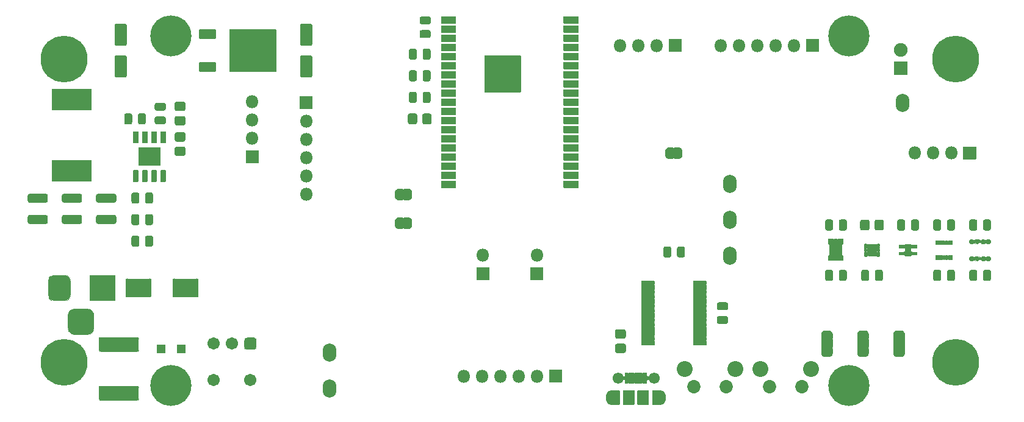
<source format=gbr>
G04 #@! TF.GenerationSoftware,KiCad,Pcbnew,(5.1.8-0-10_14)*
G04 #@! TF.CreationDate,2021-01-25T00:34:09-06:00*
G04 #@! TF.ProjectId,ClimateSprinklerController,436c696d-6174-4655-9370-72696e6b6c65,rev?*
G04 #@! TF.SameCoordinates,Original*
G04 #@! TF.FileFunction,Soldermask,Top*
G04 #@! TF.FilePolarity,Negative*
%FSLAX46Y46*%
G04 Gerber Fmt 4.6, Leading zero omitted, Abs format (unit mm)*
G04 Created by KiCad (PCBNEW (5.1.8-0-10_14)) date 2021-01-25 00:34:09*
%MOMM*%
%LPD*%
G01*
G04 APERTURE LIST*
%ADD10O,1.802000X1.802000*%
%ADD11C,5.702000*%
%ADD12O,1.902000X2.502000*%
%ADD13C,1.702000*%
%ADD14C,1.552000*%
%ADD15O,1.302000X2.002000*%
%ADD16C,0.100000*%
%ADD17C,0.902000*%
%ADD18C,2.202000*%
%ADD19C,1.852000*%
%ADD20C,6.502000*%
%ADD21R,3.100000X2.600000*%
%ADD22C,1.902000*%
G04 APERTURE END LIST*
D10*
X179280000Y-67050000D03*
X181820000Y-67050000D03*
X184360000Y-67050000D03*
X186900000Y-67050000D03*
X189440000Y-67050000D03*
G36*
G01*
X191130000Y-66149000D02*
X192830000Y-66149000D01*
G75*
G02*
X192881000Y-66200000I0J-51000D01*
G01*
X192881000Y-67900000D01*
G75*
G02*
X192830000Y-67951000I-51000J0D01*
G01*
X191130000Y-67951000D01*
G75*
G02*
X191079000Y-67900000I0J51000D01*
G01*
X191079000Y-66200000D01*
G75*
G02*
X191130000Y-66149000I51000J0D01*
G01*
G37*
D11*
X197050000Y-114270000D03*
X102950000Y-114270000D03*
X197050000Y-65730000D03*
X102950000Y-65730000D03*
G36*
G01*
X147151000Y-97900000D02*
X147151000Y-99600000D01*
G75*
G02*
X147100000Y-99651000I-51000J0D01*
G01*
X145400000Y-99651000D01*
G75*
G02*
X145349000Y-99600000I0J51000D01*
G01*
X145349000Y-97900000D01*
G75*
G02*
X145400000Y-97849000I51000J0D01*
G01*
X147100000Y-97849000D01*
G75*
G02*
X147151000Y-97900000I0J-51000D01*
G01*
G37*
D10*
X146250000Y-96210000D03*
G36*
G01*
X102201000Y-108700000D02*
X102201000Y-109800000D01*
G75*
G02*
X102150000Y-109851000I-51000J0D01*
G01*
X101050000Y-109851000D01*
G75*
G02*
X100999000Y-109800000I0J51000D01*
G01*
X100999000Y-108700000D01*
G75*
G02*
X101050000Y-108649000I51000J0D01*
G01*
X102150000Y-108649000D01*
G75*
G02*
X102201000Y-108700000I0J-51000D01*
G01*
G37*
G36*
G01*
X105001000Y-108700000D02*
X105001000Y-109800000D01*
G75*
G02*
X104950000Y-109851000I-51000J0D01*
G01*
X103850000Y-109851000D01*
G75*
G02*
X103799000Y-109800000I0J51000D01*
G01*
X103799000Y-108700000D01*
G75*
G02*
X103850000Y-108649000I51000J0D01*
G01*
X104950000Y-108649000D01*
G75*
G02*
X105001000Y-108700000I0J-51000D01*
G01*
G37*
G36*
G01*
X137101000Y-70749500D02*
X137101000Y-71750500D01*
G75*
G02*
X136825500Y-72026000I-275500J0D01*
G01*
X136274500Y-72026000D01*
G75*
G02*
X135999000Y-71750500I0J275500D01*
G01*
X135999000Y-70749500D01*
G75*
G02*
X136274500Y-70474000I275500J0D01*
G01*
X136825500Y-70474000D01*
G75*
G02*
X137101000Y-70749500I0J-275500D01*
G01*
G37*
G36*
G01*
X139001000Y-70749500D02*
X139001000Y-71750500D01*
G75*
G02*
X138725500Y-72026000I-275500J0D01*
G01*
X138174500Y-72026000D01*
G75*
G02*
X137899000Y-71750500I0J275500D01*
G01*
X137899000Y-70749500D01*
G75*
G02*
X138174500Y-70474000I275500J0D01*
G01*
X138725500Y-70474000D01*
G75*
G02*
X139001000Y-70749500I0J-275500D01*
G01*
G37*
G36*
G01*
X100301000Y-99709200D02*
X100301000Y-101790800D01*
G75*
G02*
X100040800Y-102051000I-260200J0D01*
G01*
X96959200Y-102051000D01*
G75*
G02*
X96699000Y-101790800I0J260200D01*
G01*
X96699000Y-99709200D01*
G75*
G02*
X96959200Y-99449000I260200J0D01*
G01*
X100040800Y-99449000D01*
G75*
G02*
X100301000Y-99709200I0J-260200D01*
G01*
G37*
G36*
G01*
X106801000Y-99709200D02*
X106801000Y-101790800D01*
G75*
G02*
X106540800Y-102051000I-260200J0D01*
G01*
X103459200Y-102051000D01*
G75*
G02*
X103199000Y-101790800I0J260200D01*
G01*
X103199000Y-99709200D01*
G75*
G02*
X103459200Y-99449000I260200J0D01*
G01*
X106540800Y-99449000D01*
G75*
G02*
X106801000Y-99709200I0J-260200D01*
G01*
G37*
G36*
G01*
X137101000Y-73749500D02*
X137101000Y-74750500D01*
G75*
G02*
X136825500Y-75026000I-275500J0D01*
G01*
X136274500Y-75026000D01*
G75*
G02*
X135999000Y-74750500I0J275500D01*
G01*
X135999000Y-73749500D01*
G75*
G02*
X136274500Y-73474000I275500J0D01*
G01*
X136825500Y-73474000D01*
G75*
G02*
X137101000Y-73749500I0J-275500D01*
G01*
G37*
G36*
G01*
X139001000Y-73749500D02*
X139001000Y-74750500D01*
G75*
G02*
X138725500Y-75026000I-275500J0D01*
G01*
X138174500Y-75026000D01*
G75*
G02*
X137899000Y-74750500I0J275500D01*
G01*
X137899000Y-73749500D01*
G75*
G02*
X138174500Y-73474000I275500J0D01*
G01*
X138725500Y-73474000D01*
G75*
G02*
X139001000Y-73749500I0J-275500D01*
G01*
G37*
D12*
X180500000Y-86250000D03*
D13*
X108920000Y-113580000D03*
X114000000Y-113580000D03*
G36*
G01*
X114425500Y-109351000D02*
X113574500Y-109351000D01*
G75*
G02*
X113149000Y-108925500I0J425500D01*
G01*
X113149000Y-108074500D01*
G75*
G02*
X113574500Y-107649000I425500J0D01*
G01*
X114425500Y-107649000D01*
G75*
G02*
X114851000Y-108074500I0J-425500D01*
G01*
X114851000Y-108925500D01*
G75*
G02*
X114425500Y-109351000I-425500J0D01*
G01*
G37*
X111460000Y-108500000D03*
X108920000Y-108500000D03*
G36*
G01*
X175424000Y-100250000D02*
X175424000Y-99800000D01*
G75*
G02*
X175475000Y-99749000I51000J0D01*
G01*
X177225000Y-99749000D01*
G75*
G02*
X177276000Y-99800000I0J-51000D01*
G01*
X177276000Y-100250000D01*
G75*
G02*
X177225000Y-100301000I-51000J0D01*
G01*
X175475000Y-100301000D01*
G75*
G02*
X175424000Y-100250000I0J51000D01*
G01*
G37*
G36*
G01*
X175424000Y-100900000D02*
X175424000Y-100450000D01*
G75*
G02*
X175475000Y-100399000I51000J0D01*
G01*
X177225000Y-100399000D01*
G75*
G02*
X177276000Y-100450000I0J-51000D01*
G01*
X177276000Y-100900000D01*
G75*
G02*
X177225000Y-100951000I-51000J0D01*
G01*
X175475000Y-100951000D01*
G75*
G02*
X175424000Y-100900000I0J51000D01*
G01*
G37*
G36*
G01*
X175424000Y-101550000D02*
X175424000Y-101100000D01*
G75*
G02*
X175475000Y-101049000I51000J0D01*
G01*
X177225000Y-101049000D01*
G75*
G02*
X177276000Y-101100000I0J-51000D01*
G01*
X177276000Y-101550000D01*
G75*
G02*
X177225000Y-101601000I-51000J0D01*
G01*
X175475000Y-101601000D01*
G75*
G02*
X175424000Y-101550000I0J51000D01*
G01*
G37*
G36*
G01*
X175424000Y-102200000D02*
X175424000Y-101750000D01*
G75*
G02*
X175475000Y-101699000I51000J0D01*
G01*
X177225000Y-101699000D01*
G75*
G02*
X177276000Y-101750000I0J-51000D01*
G01*
X177276000Y-102200000D01*
G75*
G02*
X177225000Y-102251000I-51000J0D01*
G01*
X175475000Y-102251000D01*
G75*
G02*
X175424000Y-102200000I0J51000D01*
G01*
G37*
G36*
G01*
X175424000Y-102850000D02*
X175424000Y-102400000D01*
G75*
G02*
X175475000Y-102349000I51000J0D01*
G01*
X177225000Y-102349000D01*
G75*
G02*
X177276000Y-102400000I0J-51000D01*
G01*
X177276000Y-102850000D01*
G75*
G02*
X177225000Y-102901000I-51000J0D01*
G01*
X175475000Y-102901000D01*
G75*
G02*
X175424000Y-102850000I0J51000D01*
G01*
G37*
G36*
G01*
X175424000Y-103500000D02*
X175424000Y-103050000D01*
G75*
G02*
X175475000Y-102999000I51000J0D01*
G01*
X177225000Y-102999000D01*
G75*
G02*
X177276000Y-103050000I0J-51000D01*
G01*
X177276000Y-103500000D01*
G75*
G02*
X177225000Y-103551000I-51000J0D01*
G01*
X175475000Y-103551000D01*
G75*
G02*
X175424000Y-103500000I0J51000D01*
G01*
G37*
G36*
G01*
X175424000Y-104150000D02*
X175424000Y-103700000D01*
G75*
G02*
X175475000Y-103649000I51000J0D01*
G01*
X177225000Y-103649000D01*
G75*
G02*
X177276000Y-103700000I0J-51000D01*
G01*
X177276000Y-104150000D01*
G75*
G02*
X177225000Y-104201000I-51000J0D01*
G01*
X175475000Y-104201000D01*
G75*
G02*
X175424000Y-104150000I0J51000D01*
G01*
G37*
G36*
G01*
X175424000Y-104800000D02*
X175424000Y-104350000D01*
G75*
G02*
X175475000Y-104299000I51000J0D01*
G01*
X177225000Y-104299000D01*
G75*
G02*
X177276000Y-104350000I0J-51000D01*
G01*
X177276000Y-104800000D01*
G75*
G02*
X177225000Y-104851000I-51000J0D01*
G01*
X175475000Y-104851000D01*
G75*
G02*
X175424000Y-104800000I0J51000D01*
G01*
G37*
G36*
G01*
X175424000Y-105450000D02*
X175424000Y-105000000D01*
G75*
G02*
X175475000Y-104949000I51000J0D01*
G01*
X177225000Y-104949000D01*
G75*
G02*
X177276000Y-105000000I0J-51000D01*
G01*
X177276000Y-105450000D01*
G75*
G02*
X177225000Y-105501000I-51000J0D01*
G01*
X175475000Y-105501000D01*
G75*
G02*
X175424000Y-105450000I0J51000D01*
G01*
G37*
G36*
G01*
X175424000Y-106100000D02*
X175424000Y-105650000D01*
G75*
G02*
X175475000Y-105599000I51000J0D01*
G01*
X177225000Y-105599000D01*
G75*
G02*
X177276000Y-105650000I0J-51000D01*
G01*
X177276000Y-106100000D01*
G75*
G02*
X177225000Y-106151000I-51000J0D01*
G01*
X175475000Y-106151000D01*
G75*
G02*
X175424000Y-106100000I0J51000D01*
G01*
G37*
G36*
G01*
X175424000Y-106750000D02*
X175424000Y-106300000D01*
G75*
G02*
X175475000Y-106249000I51000J0D01*
G01*
X177225000Y-106249000D01*
G75*
G02*
X177276000Y-106300000I0J-51000D01*
G01*
X177276000Y-106750000D01*
G75*
G02*
X177225000Y-106801000I-51000J0D01*
G01*
X175475000Y-106801000D01*
G75*
G02*
X175424000Y-106750000I0J51000D01*
G01*
G37*
G36*
G01*
X175424000Y-107400000D02*
X175424000Y-106950000D01*
G75*
G02*
X175475000Y-106899000I51000J0D01*
G01*
X177225000Y-106899000D01*
G75*
G02*
X177276000Y-106950000I0J-51000D01*
G01*
X177276000Y-107400000D01*
G75*
G02*
X177225000Y-107451000I-51000J0D01*
G01*
X175475000Y-107451000D01*
G75*
G02*
X175424000Y-107400000I0J51000D01*
G01*
G37*
G36*
G01*
X175424000Y-108050000D02*
X175424000Y-107600000D01*
G75*
G02*
X175475000Y-107549000I51000J0D01*
G01*
X177225000Y-107549000D01*
G75*
G02*
X177276000Y-107600000I0J-51000D01*
G01*
X177276000Y-108050000D01*
G75*
G02*
X177225000Y-108101000I-51000J0D01*
G01*
X175475000Y-108101000D01*
G75*
G02*
X175424000Y-108050000I0J51000D01*
G01*
G37*
G36*
G01*
X175424000Y-108700000D02*
X175424000Y-108250000D01*
G75*
G02*
X175475000Y-108199000I51000J0D01*
G01*
X177225000Y-108199000D01*
G75*
G02*
X177276000Y-108250000I0J-51000D01*
G01*
X177276000Y-108700000D01*
G75*
G02*
X177225000Y-108751000I-51000J0D01*
G01*
X175475000Y-108751000D01*
G75*
G02*
X175424000Y-108700000I0J51000D01*
G01*
G37*
G36*
G01*
X168224000Y-108700000D02*
X168224000Y-108250000D01*
G75*
G02*
X168275000Y-108199000I51000J0D01*
G01*
X170025000Y-108199000D01*
G75*
G02*
X170076000Y-108250000I0J-51000D01*
G01*
X170076000Y-108700000D01*
G75*
G02*
X170025000Y-108751000I-51000J0D01*
G01*
X168275000Y-108751000D01*
G75*
G02*
X168224000Y-108700000I0J51000D01*
G01*
G37*
G36*
G01*
X168224000Y-108050000D02*
X168224000Y-107600000D01*
G75*
G02*
X168275000Y-107549000I51000J0D01*
G01*
X170025000Y-107549000D01*
G75*
G02*
X170076000Y-107600000I0J-51000D01*
G01*
X170076000Y-108050000D01*
G75*
G02*
X170025000Y-108101000I-51000J0D01*
G01*
X168275000Y-108101000D01*
G75*
G02*
X168224000Y-108050000I0J51000D01*
G01*
G37*
G36*
G01*
X168224000Y-107400000D02*
X168224000Y-106950000D01*
G75*
G02*
X168275000Y-106899000I51000J0D01*
G01*
X170025000Y-106899000D01*
G75*
G02*
X170076000Y-106950000I0J-51000D01*
G01*
X170076000Y-107400000D01*
G75*
G02*
X170025000Y-107451000I-51000J0D01*
G01*
X168275000Y-107451000D01*
G75*
G02*
X168224000Y-107400000I0J51000D01*
G01*
G37*
G36*
G01*
X168224000Y-106750000D02*
X168224000Y-106300000D01*
G75*
G02*
X168275000Y-106249000I51000J0D01*
G01*
X170025000Y-106249000D01*
G75*
G02*
X170076000Y-106300000I0J-51000D01*
G01*
X170076000Y-106750000D01*
G75*
G02*
X170025000Y-106801000I-51000J0D01*
G01*
X168275000Y-106801000D01*
G75*
G02*
X168224000Y-106750000I0J51000D01*
G01*
G37*
G36*
G01*
X168224000Y-106100000D02*
X168224000Y-105650000D01*
G75*
G02*
X168275000Y-105599000I51000J0D01*
G01*
X170025000Y-105599000D01*
G75*
G02*
X170076000Y-105650000I0J-51000D01*
G01*
X170076000Y-106100000D01*
G75*
G02*
X170025000Y-106151000I-51000J0D01*
G01*
X168275000Y-106151000D01*
G75*
G02*
X168224000Y-106100000I0J51000D01*
G01*
G37*
G36*
G01*
X168224000Y-105450000D02*
X168224000Y-105000000D01*
G75*
G02*
X168275000Y-104949000I51000J0D01*
G01*
X170025000Y-104949000D01*
G75*
G02*
X170076000Y-105000000I0J-51000D01*
G01*
X170076000Y-105450000D01*
G75*
G02*
X170025000Y-105501000I-51000J0D01*
G01*
X168275000Y-105501000D01*
G75*
G02*
X168224000Y-105450000I0J51000D01*
G01*
G37*
G36*
G01*
X168224000Y-104800000D02*
X168224000Y-104350000D01*
G75*
G02*
X168275000Y-104299000I51000J0D01*
G01*
X170025000Y-104299000D01*
G75*
G02*
X170076000Y-104350000I0J-51000D01*
G01*
X170076000Y-104800000D01*
G75*
G02*
X170025000Y-104851000I-51000J0D01*
G01*
X168275000Y-104851000D01*
G75*
G02*
X168224000Y-104800000I0J51000D01*
G01*
G37*
G36*
G01*
X168224000Y-104150000D02*
X168224000Y-103700000D01*
G75*
G02*
X168275000Y-103649000I51000J0D01*
G01*
X170025000Y-103649000D01*
G75*
G02*
X170076000Y-103700000I0J-51000D01*
G01*
X170076000Y-104150000D01*
G75*
G02*
X170025000Y-104201000I-51000J0D01*
G01*
X168275000Y-104201000D01*
G75*
G02*
X168224000Y-104150000I0J51000D01*
G01*
G37*
G36*
G01*
X168224000Y-103500000D02*
X168224000Y-103050000D01*
G75*
G02*
X168275000Y-102999000I51000J0D01*
G01*
X170025000Y-102999000D01*
G75*
G02*
X170076000Y-103050000I0J-51000D01*
G01*
X170076000Y-103500000D01*
G75*
G02*
X170025000Y-103551000I-51000J0D01*
G01*
X168275000Y-103551000D01*
G75*
G02*
X168224000Y-103500000I0J51000D01*
G01*
G37*
G36*
G01*
X168224000Y-102850000D02*
X168224000Y-102400000D01*
G75*
G02*
X168275000Y-102349000I51000J0D01*
G01*
X170025000Y-102349000D01*
G75*
G02*
X170076000Y-102400000I0J-51000D01*
G01*
X170076000Y-102850000D01*
G75*
G02*
X170025000Y-102901000I-51000J0D01*
G01*
X168275000Y-102901000D01*
G75*
G02*
X168224000Y-102850000I0J51000D01*
G01*
G37*
G36*
G01*
X168224000Y-102200000D02*
X168224000Y-101750000D01*
G75*
G02*
X168275000Y-101699000I51000J0D01*
G01*
X170025000Y-101699000D01*
G75*
G02*
X170076000Y-101750000I0J-51000D01*
G01*
X170076000Y-102200000D01*
G75*
G02*
X170025000Y-102251000I-51000J0D01*
G01*
X168275000Y-102251000D01*
G75*
G02*
X168224000Y-102200000I0J51000D01*
G01*
G37*
G36*
G01*
X168224000Y-101550000D02*
X168224000Y-101100000D01*
G75*
G02*
X168275000Y-101049000I51000J0D01*
G01*
X170025000Y-101049000D01*
G75*
G02*
X170076000Y-101100000I0J-51000D01*
G01*
X170076000Y-101550000D01*
G75*
G02*
X170025000Y-101601000I-51000J0D01*
G01*
X168275000Y-101601000D01*
G75*
G02*
X168224000Y-101550000I0J51000D01*
G01*
G37*
G36*
G01*
X168224000Y-100900000D02*
X168224000Y-100450000D01*
G75*
G02*
X168275000Y-100399000I51000J0D01*
G01*
X170025000Y-100399000D01*
G75*
G02*
X170076000Y-100450000I0J-51000D01*
G01*
X170076000Y-100900000D01*
G75*
G02*
X170025000Y-100951000I-51000J0D01*
G01*
X168275000Y-100951000D01*
G75*
G02*
X168224000Y-100900000I0J51000D01*
G01*
G37*
G36*
G01*
X168224000Y-100250000D02*
X168224000Y-99800000D01*
G75*
G02*
X168275000Y-99749000I51000J0D01*
G01*
X170025000Y-99749000D01*
G75*
G02*
X170076000Y-99800000I0J-51000D01*
G01*
X170076000Y-100250000D01*
G75*
G02*
X170025000Y-100301000I-51000J0D01*
G01*
X168275000Y-100301000D01*
G75*
G02*
X168224000Y-100250000I0J51000D01*
G01*
G37*
G36*
G01*
X165829752Y-109801000D02*
X164870248Y-109801000D01*
G75*
G02*
X164599000Y-109529752I0J271248D01*
G01*
X164599000Y-108770248D01*
G75*
G02*
X164870248Y-108499000I271248J0D01*
G01*
X165829752Y-108499000D01*
G75*
G02*
X166101000Y-108770248I0J-271248D01*
G01*
X166101000Y-109529752D01*
G75*
G02*
X165829752Y-109801000I-271248J0D01*
G01*
G37*
G36*
G01*
X165829752Y-107801000D02*
X164870248Y-107801000D01*
G75*
G02*
X164599000Y-107529752I0J271248D01*
G01*
X164599000Y-106770248D01*
G75*
G02*
X164870248Y-106499000I271248J0D01*
G01*
X165829752Y-106499000D01*
G75*
G02*
X166101000Y-106770248I0J-271248D01*
G01*
X166101000Y-107529752D01*
G75*
G02*
X165829752Y-107801000I-271248J0D01*
G01*
G37*
G36*
G01*
X167699000Y-116937500D02*
X167699000Y-115037500D01*
G75*
G02*
X167750000Y-114986500I51000J0D01*
G01*
X169250000Y-114986500D01*
G75*
G02*
X169301000Y-115037500I0J-51000D01*
G01*
X169301000Y-116937500D01*
G75*
G02*
X169250000Y-116988500I-51000J0D01*
G01*
X167750000Y-116988500D01*
G75*
G02*
X167699000Y-116937500I0J51000D01*
G01*
G37*
D14*
X165000000Y-113287500D03*
G36*
G01*
X166599000Y-113962500D02*
X166599000Y-112612500D01*
G75*
G02*
X166650000Y-112561500I51000J0D01*
G01*
X167050000Y-112561500D01*
G75*
G02*
X167101000Y-112612500I0J-51000D01*
G01*
X167101000Y-113962500D01*
G75*
G02*
X167050000Y-114013500I-51000J0D01*
G01*
X166650000Y-114013500D01*
G75*
G02*
X166599000Y-113962500I0J51000D01*
G01*
G37*
G36*
G01*
X165949000Y-113962500D02*
X165949000Y-112612500D01*
G75*
G02*
X166000000Y-112561500I51000J0D01*
G01*
X166400000Y-112561500D01*
G75*
G02*
X166451000Y-112612500I0J-51000D01*
G01*
X166451000Y-113962500D01*
G75*
G02*
X166400000Y-114013500I-51000J0D01*
G01*
X166000000Y-114013500D01*
G75*
G02*
X165949000Y-113962500I0J51000D01*
G01*
G37*
G36*
G01*
X168549000Y-113962500D02*
X168549000Y-112612500D01*
G75*
G02*
X168600000Y-112561500I51000J0D01*
G01*
X169000000Y-112561500D01*
G75*
G02*
X169051000Y-112612500I0J-51000D01*
G01*
X169051000Y-113962500D01*
G75*
G02*
X169000000Y-114013500I-51000J0D01*
G01*
X168600000Y-114013500D01*
G75*
G02*
X168549000Y-113962500I0J51000D01*
G01*
G37*
G36*
G01*
X167899000Y-113962500D02*
X167899000Y-112612500D01*
G75*
G02*
X167950000Y-112561500I51000J0D01*
G01*
X168350000Y-112561500D01*
G75*
G02*
X168401000Y-112612500I0J-51000D01*
G01*
X168401000Y-113962500D01*
G75*
G02*
X168350000Y-114013500I-51000J0D01*
G01*
X167950000Y-114013500D01*
G75*
G02*
X167899000Y-113962500I0J51000D01*
G01*
G37*
G36*
G01*
X167249000Y-113962500D02*
X167249000Y-112612500D01*
G75*
G02*
X167300000Y-112561500I51000J0D01*
G01*
X167700000Y-112561500D01*
G75*
G02*
X167751000Y-112612500I0J-51000D01*
G01*
X167751000Y-113962500D01*
G75*
G02*
X167700000Y-114013500I-51000J0D01*
G01*
X167300000Y-114013500D01*
G75*
G02*
X167249000Y-113962500I0J51000D01*
G01*
G37*
X170000000Y-113287500D03*
G36*
G01*
X165699000Y-116937500D02*
X165699000Y-115037500D01*
G75*
G02*
X165750000Y-114986500I51000J0D01*
G01*
X167250000Y-114986500D01*
G75*
G02*
X167301000Y-115037500I0J-51000D01*
G01*
X167301000Y-116937500D01*
G75*
G02*
X167250000Y-116988500I-51000J0D01*
G01*
X165750000Y-116988500D01*
G75*
G02*
X165699000Y-116937500I0J51000D01*
G01*
G37*
D15*
X164000000Y-115987500D03*
X171000000Y-115987500D03*
G36*
G01*
X169749000Y-116937501D02*
X169749000Y-115037499D01*
G75*
G02*
X169799999Y-114986500I50999J0D01*
G01*
X171000001Y-114986500D01*
G75*
G02*
X171051000Y-115037499I0J-50999D01*
G01*
X171051000Y-116937501D01*
G75*
G02*
X171000001Y-116988500I-50999J0D01*
G01*
X169799999Y-116988500D01*
G75*
G02*
X169749000Y-116937501I0J50999D01*
G01*
G37*
G36*
G01*
X163949000Y-116937501D02*
X163949000Y-115037499D01*
G75*
G02*
X163999999Y-114986500I50999J0D01*
G01*
X165200001Y-114986500D01*
G75*
G02*
X165251000Y-115037499I0J-50999D01*
G01*
X165251000Y-116937501D01*
G75*
G02*
X165200001Y-116988500I-50999J0D01*
G01*
X163999999Y-116988500D01*
G75*
G02*
X163949000Y-116937501I0J50999D01*
G01*
G37*
D12*
X180500000Y-91250000D03*
X180500000Y-96250000D03*
G36*
G01*
X171299000Y-96250500D02*
X171299000Y-95249500D01*
G75*
G02*
X171574500Y-94974000I275500J0D01*
G01*
X172125500Y-94974000D01*
G75*
G02*
X172401000Y-95249500I0J-275500D01*
G01*
X172401000Y-96250500D01*
G75*
G02*
X172125500Y-96526000I-275500J0D01*
G01*
X171574500Y-96526000D01*
G75*
G02*
X171299000Y-96250500I0J275500D01*
G01*
G37*
G36*
G01*
X173199000Y-96250500D02*
X173199000Y-95249500D01*
G75*
G02*
X173474500Y-94974000I275500J0D01*
G01*
X174025500Y-94974000D01*
G75*
G02*
X174301000Y-95249500I0J-275500D01*
G01*
X174301000Y-96250500D01*
G75*
G02*
X174025500Y-96526000I-275500J0D01*
G01*
X173474500Y-96526000D01*
G75*
G02*
X173199000Y-96250500I0J275500D01*
G01*
G37*
G36*
G01*
X180000500Y-103851000D02*
X178999500Y-103851000D01*
G75*
G02*
X178724000Y-103575500I0J275500D01*
G01*
X178724000Y-103024500D01*
G75*
G02*
X178999500Y-102749000I275500J0D01*
G01*
X180000500Y-102749000D01*
G75*
G02*
X180276000Y-103024500I0J-275500D01*
G01*
X180276000Y-103575500D01*
G75*
G02*
X180000500Y-103851000I-275500J0D01*
G01*
G37*
G36*
G01*
X180000500Y-105751000D02*
X178999500Y-105751000D01*
G75*
G02*
X178724000Y-105475500I0J275500D01*
G01*
X178724000Y-104924500D01*
G75*
G02*
X178999500Y-104649000I275500J0D01*
G01*
X180000500Y-104649000D01*
G75*
G02*
X180276000Y-104924500I0J-275500D01*
G01*
X180276000Y-105475500D01*
G75*
G02*
X180000500Y-105751000I-275500J0D01*
G01*
G37*
G36*
G01*
X216751000Y-96524500D02*
X216751000Y-96850500D01*
G75*
G02*
X216600500Y-97001000I-150500J0D01*
G01*
X216299500Y-97001000D01*
G75*
G02*
X216149000Y-96850500I0J150500D01*
G01*
X216149000Y-96524500D01*
G75*
G02*
X216299500Y-96374000I150500J0D01*
G01*
X216600500Y-96374000D01*
G75*
G02*
X216751000Y-96524500I0J-150500D01*
G01*
G37*
G36*
G01*
X215951000Y-96524500D02*
X215951000Y-96850500D01*
G75*
G02*
X215800500Y-97001000I-150500J0D01*
G01*
X215499500Y-97001000D01*
G75*
G02*
X215349000Y-96850500I0J150500D01*
G01*
X215349000Y-96524500D01*
G75*
G02*
X215499500Y-96374000I150500J0D01*
G01*
X215800500Y-96374000D01*
G75*
G02*
X215951000Y-96524500I0J-150500D01*
G01*
G37*
G36*
G01*
X215151000Y-96524500D02*
X215151000Y-96850500D01*
G75*
G02*
X215000500Y-97001000I-150500J0D01*
G01*
X214699500Y-97001000D01*
G75*
G02*
X214549000Y-96850500I0J150500D01*
G01*
X214549000Y-96524500D01*
G75*
G02*
X214699500Y-96374000I150500J0D01*
G01*
X215000500Y-96374000D01*
G75*
G02*
X215151000Y-96524500I0J-150500D01*
G01*
G37*
G36*
G01*
X214351000Y-96524500D02*
X214351000Y-96850500D01*
G75*
G02*
X214200500Y-97001000I-150500J0D01*
G01*
X213899500Y-97001000D01*
G75*
G02*
X213749000Y-96850500I0J150500D01*
G01*
X213749000Y-96524500D01*
G75*
G02*
X213899500Y-96374000I150500J0D01*
G01*
X214200500Y-96374000D01*
G75*
G02*
X214351000Y-96524500I0J-150500D01*
G01*
G37*
G36*
G01*
X214351000Y-94149500D02*
X214351000Y-94475500D01*
G75*
G02*
X214200500Y-94626000I-150500J0D01*
G01*
X213899500Y-94626000D01*
G75*
G02*
X213749000Y-94475500I0J150500D01*
G01*
X213749000Y-94149500D01*
G75*
G02*
X213899500Y-93999000I150500J0D01*
G01*
X214200500Y-93999000D01*
G75*
G02*
X214351000Y-94149500I0J-150500D01*
G01*
G37*
G36*
G01*
X215151000Y-94149500D02*
X215151000Y-94475500D01*
G75*
G02*
X215000500Y-94626000I-150500J0D01*
G01*
X214699500Y-94626000D01*
G75*
G02*
X214549000Y-94475500I0J150500D01*
G01*
X214549000Y-94149500D01*
G75*
G02*
X214699500Y-93999000I150500J0D01*
G01*
X215000500Y-93999000D01*
G75*
G02*
X215151000Y-94149500I0J-150500D01*
G01*
G37*
G36*
G01*
X215951000Y-94149500D02*
X215951000Y-94475500D01*
G75*
G02*
X215800500Y-94626000I-150500J0D01*
G01*
X215499500Y-94626000D01*
G75*
G02*
X215349000Y-94475500I0J150500D01*
G01*
X215349000Y-94149500D01*
G75*
G02*
X215499500Y-93999000I150500J0D01*
G01*
X215800500Y-93999000D01*
G75*
G02*
X215951000Y-94149500I0J-150500D01*
G01*
G37*
G36*
G01*
X216751000Y-94149500D02*
X216751000Y-94475500D01*
G75*
G02*
X216600500Y-94626000I-150500J0D01*
G01*
X216299500Y-94626000D01*
G75*
G02*
X216149000Y-94475500I0J150500D01*
G01*
X216149000Y-94149500D01*
G75*
G02*
X216299500Y-93999000I150500J0D01*
G01*
X216600500Y-93999000D01*
G75*
G02*
X216751000Y-94149500I0J-150500D01*
G01*
G37*
D16*
G36*
X203199602Y-107193888D02*
G01*
X203199602Y-107175466D01*
X203199848Y-107170467D01*
X203204658Y-107121636D01*
X203205392Y-107116686D01*
X203214964Y-107068561D01*
X203216180Y-107063705D01*
X203230424Y-107016750D01*
X203232110Y-107012039D01*
X203250887Y-106966706D01*
X203253027Y-106962180D01*
X203276158Y-106918907D01*
X203278731Y-106914616D01*
X203305991Y-106873817D01*
X203308973Y-106869796D01*
X203340101Y-106831867D01*
X203343462Y-106828159D01*
X203378159Y-106793462D01*
X203381867Y-106790101D01*
X203419796Y-106758973D01*
X203423817Y-106755991D01*
X203464616Y-106728731D01*
X203468907Y-106726158D01*
X203512180Y-106703027D01*
X203516706Y-106700887D01*
X203562039Y-106682110D01*
X203566750Y-106680424D01*
X203613705Y-106666180D01*
X203618561Y-106664964D01*
X203666686Y-106655392D01*
X203671636Y-106654658D01*
X203720467Y-106649848D01*
X203725466Y-106649602D01*
X203743888Y-106649602D01*
X203750000Y-106649000D01*
X204250000Y-106649000D01*
X204256112Y-106649602D01*
X204274534Y-106649602D01*
X204279533Y-106649848D01*
X204328364Y-106654658D01*
X204333314Y-106655392D01*
X204381439Y-106664964D01*
X204386295Y-106666180D01*
X204433250Y-106680424D01*
X204437961Y-106682110D01*
X204483294Y-106700887D01*
X204487820Y-106703027D01*
X204531093Y-106726158D01*
X204535384Y-106728731D01*
X204576183Y-106755991D01*
X204580204Y-106758973D01*
X204618133Y-106790101D01*
X204621841Y-106793462D01*
X204656538Y-106828159D01*
X204659899Y-106831867D01*
X204691027Y-106869796D01*
X204694009Y-106873817D01*
X204721269Y-106914616D01*
X204723842Y-106918907D01*
X204746973Y-106962180D01*
X204749113Y-106966706D01*
X204767890Y-107012039D01*
X204769576Y-107016750D01*
X204783820Y-107063705D01*
X204785036Y-107068561D01*
X204794608Y-107116686D01*
X204795342Y-107121636D01*
X204800152Y-107170467D01*
X204800398Y-107175466D01*
X204800398Y-107193888D01*
X204801000Y-107200000D01*
X204801000Y-107750000D01*
X204800020Y-107759950D01*
X204797118Y-107769517D01*
X204792405Y-107778334D01*
X204786062Y-107786062D01*
X204778334Y-107792405D01*
X204769517Y-107797118D01*
X204759950Y-107800020D01*
X204750000Y-107801000D01*
X203250000Y-107801000D01*
X203240050Y-107800020D01*
X203230483Y-107797118D01*
X203221666Y-107792405D01*
X203213938Y-107786062D01*
X203207595Y-107778334D01*
X203202882Y-107769517D01*
X203199980Y-107759950D01*
X203199000Y-107750000D01*
X203199000Y-107200000D01*
X203199602Y-107193888D01*
G37*
G36*
G01*
X204750000Y-109051000D02*
X203250000Y-109051000D01*
G75*
G02*
X203199000Y-109000000I0J51000D01*
G01*
X203199000Y-108000000D01*
G75*
G02*
X203250000Y-107949000I51000J0D01*
G01*
X204750000Y-107949000D01*
G75*
G02*
X204801000Y-108000000I0J-51000D01*
G01*
X204801000Y-109000000D01*
G75*
G02*
X204750000Y-109051000I-51000J0D01*
G01*
G37*
G36*
X203199980Y-109240050D02*
G01*
X203202882Y-109230483D01*
X203207595Y-109221666D01*
X203213938Y-109213938D01*
X203221666Y-109207595D01*
X203230483Y-109202882D01*
X203240050Y-109199980D01*
X203250000Y-109199000D01*
X204750000Y-109199000D01*
X204759950Y-109199980D01*
X204769517Y-109202882D01*
X204778334Y-109207595D01*
X204786062Y-109213938D01*
X204792405Y-109221666D01*
X204797118Y-109230483D01*
X204800020Y-109240050D01*
X204801000Y-109250000D01*
X204801000Y-109800000D01*
X204800398Y-109806112D01*
X204800398Y-109824534D01*
X204800152Y-109829533D01*
X204795342Y-109878364D01*
X204794608Y-109883314D01*
X204785036Y-109931439D01*
X204783820Y-109936295D01*
X204769576Y-109983250D01*
X204767890Y-109987961D01*
X204749113Y-110033294D01*
X204746973Y-110037820D01*
X204723842Y-110081093D01*
X204721269Y-110085384D01*
X204694009Y-110126183D01*
X204691027Y-110130204D01*
X204659899Y-110168133D01*
X204656538Y-110171841D01*
X204621841Y-110206538D01*
X204618133Y-110209899D01*
X204580204Y-110241027D01*
X204576183Y-110244009D01*
X204535384Y-110271269D01*
X204531093Y-110273842D01*
X204487820Y-110296973D01*
X204483294Y-110299113D01*
X204437961Y-110317890D01*
X204433250Y-110319576D01*
X204386295Y-110333820D01*
X204381439Y-110335036D01*
X204333314Y-110344608D01*
X204328364Y-110345342D01*
X204279533Y-110350152D01*
X204274534Y-110350398D01*
X204256112Y-110350398D01*
X204250000Y-110351000D01*
X203750000Y-110351000D01*
X203743888Y-110350398D01*
X203725466Y-110350398D01*
X203720467Y-110350152D01*
X203671636Y-110345342D01*
X203666686Y-110344608D01*
X203618561Y-110335036D01*
X203613705Y-110333820D01*
X203566750Y-110319576D01*
X203562039Y-110317890D01*
X203516706Y-110299113D01*
X203512180Y-110296973D01*
X203468907Y-110273842D01*
X203464616Y-110271269D01*
X203423817Y-110244009D01*
X203419796Y-110241027D01*
X203381867Y-110209899D01*
X203378159Y-110206538D01*
X203343462Y-110171841D01*
X203340101Y-110168133D01*
X203308973Y-110130204D01*
X203305991Y-110126183D01*
X203278731Y-110085384D01*
X203276158Y-110081093D01*
X203253027Y-110037820D01*
X203250887Y-110033294D01*
X203232110Y-109987961D01*
X203230424Y-109983250D01*
X203216180Y-109936295D01*
X203214964Y-109931439D01*
X203205392Y-109883314D01*
X203204658Y-109878364D01*
X203199848Y-109829533D01*
X203199602Y-109824534D01*
X203199602Y-109806112D01*
X203199000Y-109800000D01*
X203199000Y-109250000D01*
X203199980Y-109240050D01*
G37*
G36*
G01*
X172080000Y-66149000D02*
X173780000Y-66149000D01*
G75*
G02*
X173831000Y-66200000I0J-51000D01*
G01*
X173831000Y-67900000D01*
G75*
G02*
X173780000Y-67951000I-51000J0D01*
G01*
X172080000Y-67951000D01*
G75*
G02*
X172029000Y-67900000I0J51000D01*
G01*
X172029000Y-66200000D01*
G75*
G02*
X172080000Y-66149000I51000J0D01*
G01*
G37*
D10*
X170390000Y-67050000D03*
X167850000Y-67050000D03*
X165310000Y-67050000D03*
G36*
G01*
X213749000Y-92500500D02*
X213749000Y-91499500D01*
G75*
G02*
X214024500Y-91224000I275500J0D01*
G01*
X214575500Y-91224000D01*
G75*
G02*
X214851000Y-91499500I0J-275500D01*
G01*
X214851000Y-92500500D01*
G75*
G02*
X214575500Y-92776000I-275500J0D01*
G01*
X214024500Y-92776000D01*
G75*
G02*
X213749000Y-92500500I0J275500D01*
G01*
G37*
G36*
G01*
X215649000Y-92500500D02*
X215649000Y-91499500D01*
G75*
G02*
X215924500Y-91224000I275500J0D01*
G01*
X216475500Y-91224000D01*
G75*
G02*
X216751000Y-91499500I0J-275500D01*
G01*
X216751000Y-92500500D01*
G75*
G02*
X216475500Y-92776000I-275500J0D01*
G01*
X215924500Y-92776000D01*
G75*
G02*
X215649000Y-92500500I0J275500D01*
G01*
G37*
G36*
G01*
X213749000Y-99500500D02*
X213749000Y-98499500D01*
G75*
G02*
X214024500Y-98224000I275500J0D01*
G01*
X214575500Y-98224000D01*
G75*
G02*
X214851000Y-98499500I0J-275500D01*
G01*
X214851000Y-99500500D01*
G75*
G02*
X214575500Y-99776000I-275500J0D01*
G01*
X214024500Y-99776000D01*
G75*
G02*
X213749000Y-99500500I0J275500D01*
G01*
G37*
G36*
G01*
X215649000Y-99500500D02*
X215649000Y-98499500D01*
G75*
G02*
X215924500Y-98224000I275500J0D01*
G01*
X216475500Y-98224000D01*
G75*
G02*
X216751000Y-98499500I0J-275500D01*
G01*
X216751000Y-99500500D01*
G75*
G02*
X216475500Y-99776000I-275500J0D01*
G01*
X215924500Y-99776000D01*
G75*
G02*
X215649000Y-99500500I0J275500D01*
G01*
G37*
G36*
G01*
X140449000Y-63945000D02*
X140449000Y-63045000D01*
G75*
G02*
X140500000Y-62994000I51000J0D01*
G01*
X142500000Y-62994000D01*
G75*
G02*
X142551000Y-63045000I0J-51000D01*
G01*
X142551000Y-63945000D01*
G75*
G02*
X142500000Y-63996000I-51000J0D01*
G01*
X140500000Y-63996000D01*
G75*
G02*
X140449000Y-63945000I0J51000D01*
G01*
G37*
G36*
G01*
X140449000Y-65215000D02*
X140449000Y-64315000D01*
G75*
G02*
X140500000Y-64264000I51000J0D01*
G01*
X142500000Y-64264000D01*
G75*
G02*
X142551000Y-64315000I0J-51000D01*
G01*
X142551000Y-65215000D01*
G75*
G02*
X142500000Y-65266000I-51000J0D01*
G01*
X140500000Y-65266000D01*
G75*
G02*
X140449000Y-65215000I0J51000D01*
G01*
G37*
G36*
G01*
X140449000Y-66485000D02*
X140449000Y-65585000D01*
G75*
G02*
X140500000Y-65534000I51000J0D01*
G01*
X142500000Y-65534000D01*
G75*
G02*
X142551000Y-65585000I0J-51000D01*
G01*
X142551000Y-66485000D01*
G75*
G02*
X142500000Y-66536000I-51000J0D01*
G01*
X140500000Y-66536000D01*
G75*
G02*
X140449000Y-66485000I0J51000D01*
G01*
G37*
G36*
G01*
X140449000Y-67755000D02*
X140449000Y-66855000D01*
G75*
G02*
X140500000Y-66804000I51000J0D01*
G01*
X142500000Y-66804000D01*
G75*
G02*
X142551000Y-66855000I0J-51000D01*
G01*
X142551000Y-67755000D01*
G75*
G02*
X142500000Y-67806000I-51000J0D01*
G01*
X140500000Y-67806000D01*
G75*
G02*
X140449000Y-67755000I0J51000D01*
G01*
G37*
G36*
G01*
X140449000Y-69025000D02*
X140449000Y-68125000D01*
G75*
G02*
X140500000Y-68074000I51000J0D01*
G01*
X142500000Y-68074000D01*
G75*
G02*
X142551000Y-68125000I0J-51000D01*
G01*
X142551000Y-69025000D01*
G75*
G02*
X142500000Y-69076000I-51000J0D01*
G01*
X140500000Y-69076000D01*
G75*
G02*
X140449000Y-69025000I0J51000D01*
G01*
G37*
G36*
G01*
X140449000Y-70295000D02*
X140449000Y-69395000D01*
G75*
G02*
X140500000Y-69344000I51000J0D01*
G01*
X142500000Y-69344000D01*
G75*
G02*
X142551000Y-69395000I0J-51000D01*
G01*
X142551000Y-70295000D01*
G75*
G02*
X142500000Y-70346000I-51000J0D01*
G01*
X140500000Y-70346000D01*
G75*
G02*
X140449000Y-70295000I0J51000D01*
G01*
G37*
G36*
G01*
X140449000Y-71565000D02*
X140449000Y-70665000D01*
G75*
G02*
X140500000Y-70614000I51000J0D01*
G01*
X142500000Y-70614000D01*
G75*
G02*
X142551000Y-70665000I0J-51000D01*
G01*
X142551000Y-71565000D01*
G75*
G02*
X142500000Y-71616000I-51000J0D01*
G01*
X140500000Y-71616000D01*
G75*
G02*
X140449000Y-71565000I0J51000D01*
G01*
G37*
G36*
G01*
X140449000Y-72835000D02*
X140449000Y-71935000D01*
G75*
G02*
X140500000Y-71884000I51000J0D01*
G01*
X142500000Y-71884000D01*
G75*
G02*
X142551000Y-71935000I0J-51000D01*
G01*
X142551000Y-72835000D01*
G75*
G02*
X142500000Y-72886000I-51000J0D01*
G01*
X140500000Y-72886000D01*
G75*
G02*
X140449000Y-72835000I0J51000D01*
G01*
G37*
G36*
G01*
X140449000Y-74105000D02*
X140449000Y-73205000D01*
G75*
G02*
X140500000Y-73154000I51000J0D01*
G01*
X142500000Y-73154000D01*
G75*
G02*
X142551000Y-73205000I0J-51000D01*
G01*
X142551000Y-74105000D01*
G75*
G02*
X142500000Y-74156000I-51000J0D01*
G01*
X140500000Y-74156000D01*
G75*
G02*
X140449000Y-74105000I0J51000D01*
G01*
G37*
G36*
G01*
X140449000Y-75375000D02*
X140449000Y-74475000D01*
G75*
G02*
X140500000Y-74424000I51000J0D01*
G01*
X142500000Y-74424000D01*
G75*
G02*
X142551000Y-74475000I0J-51000D01*
G01*
X142551000Y-75375000D01*
G75*
G02*
X142500000Y-75426000I-51000J0D01*
G01*
X140500000Y-75426000D01*
G75*
G02*
X140449000Y-75375000I0J51000D01*
G01*
G37*
G36*
G01*
X140449000Y-76645000D02*
X140449000Y-75745000D01*
G75*
G02*
X140500000Y-75694000I51000J0D01*
G01*
X142500000Y-75694000D01*
G75*
G02*
X142551000Y-75745000I0J-51000D01*
G01*
X142551000Y-76645000D01*
G75*
G02*
X142500000Y-76696000I-51000J0D01*
G01*
X140500000Y-76696000D01*
G75*
G02*
X140449000Y-76645000I0J51000D01*
G01*
G37*
G36*
G01*
X140449000Y-77915000D02*
X140449000Y-77015000D01*
G75*
G02*
X140500000Y-76964000I51000J0D01*
G01*
X142500000Y-76964000D01*
G75*
G02*
X142551000Y-77015000I0J-51000D01*
G01*
X142551000Y-77915000D01*
G75*
G02*
X142500000Y-77966000I-51000J0D01*
G01*
X140500000Y-77966000D01*
G75*
G02*
X140449000Y-77915000I0J51000D01*
G01*
G37*
G36*
G01*
X140449000Y-79185000D02*
X140449000Y-78285000D01*
G75*
G02*
X140500000Y-78234000I51000J0D01*
G01*
X142500000Y-78234000D01*
G75*
G02*
X142551000Y-78285000I0J-51000D01*
G01*
X142551000Y-79185000D01*
G75*
G02*
X142500000Y-79236000I-51000J0D01*
G01*
X140500000Y-79236000D01*
G75*
G02*
X140449000Y-79185000I0J51000D01*
G01*
G37*
G36*
G01*
X140449000Y-80455000D02*
X140449000Y-79555000D01*
G75*
G02*
X140500000Y-79504000I51000J0D01*
G01*
X142500000Y-79504000D01*
G75*
G02*
X142551000Y-79555000I0J-51000D01*
G01*
X142551000Y-80455000D01*
G75*
G02*
X142500000Y-80506000I-51000J0D01*
G01*
X140500000Y-80506000D01*
G75*
G02*
X140449000Y-80455000I0J51000D01*
G01*
G37*
G36*
G01*
X140449000Y-81725000D02*
X140449000Y-80825000D01*
G75*
G02*
X140500000Y-80774000I51000J0D01*
G01*
X142500000Y-80774000D01*
G75*
G02*
X142551000Y-80825000I0J-51000D01*
G01*
X142551000Y-81725000D01*
G75*
G02*
X142500000Y-81776000I-51000J0D01*
G01*
X140500000Y-81776000D01*
G75*
G02*
X140449000Y-81725000I0J51000D01*
G01*
G37*
G36*
G01*
X140449000Y-82995000D02*
X140449000Y-82095000D01*
G75*
G02*
X140500000Y-82044000I51000J0D01*
G01*
X142500000Y-82044000D01*
G75*
G02*
X142551000Y-82095000I0J-51000D01*
G01*
X142551000Y-82995000D01*
G75*
G02*
X142500000Y-83046000I-51000J0D01*
G01*
X140500000Y-83046000D01*
G75*
G02*
X140449000Y-82995000I0J51000D01*
G01*
G37*
G36*
G01*
X140449000Y-84265000D02*
X140449000Y-83365000D01*
G75*
G02*
X140500000Y-83314000I51000J0D01*
G01*
X142500000Y-83314000D01*
G75*
G02*
X142551000Y-83365000I0J-51000D01*
G01*
X142551000Y-84265000D01*
G75*
G02*
X142500000Y-84316000I-51000J0D01*
G01*
X140500000Y-84316000D01*
G75*
G02*
X140449000Y-84265000I0J51000D01*
G01*
G37*
G36*
G01*
X140449000Y-85535000D02*
X140449000Y-84635000D01*
G75*
G02*
X140500000Y-84584000I51000J0D01*
G01*
X142500000Y-84584000D01*
G75*
G02*
X142551000Y-84635000I0J-51000D01*
G01*
X142551000Y-85535000D01*
G75*
G02*
X142500000Y-85586000I-51000J0D01*
G01*
X140500000Y-85586000D01*
G75*
G02*
X140449000Y-85535000I0J51000D01*
G01*
G37*
G36*
G01*
X140449000Y-86805000D02*
X140449000Y-85905000D01*
G75*
G02*
X140500000Y-85854000I51000J0D01*
G01*
X142500000Y-85854000D01*
G75*
G02*
X142551000Y-85905000I0J-51000D01*
G01*
X142551000Y-86805000D01*
G75*
G02*
X142500000Y-86856000I-51000J0D01*
G01*
X140500000Y-86856000D01*
G75*
G02*
X140449000Y-86805000I0J51000D01*
G01*
G37*
G36*
G01*
X157449000Y-86805000D02*
X157449000Y-85905000D01*
G75*
G02*
X157500000Y-85854000I51000J0D01*
G01*
X159500000Y-85854000D01*
G75*
G02*
X159551000Y-85905000I0J-51000D01*
G01*
X159551000Y-86805000D01*
G75*
G02*
X159500000Y-86856000I-51000J0D01*
G01*
X157500000Y-86856000D01*
G75*
G02*
X157449000Y-86805000I0J51000D01*
G01*
G37*
G36*
G01*
X157449000Y-85535000D02*
X157449000Y-84635000D01*
G75*
G02*
X157500000Y-84584000I51000J0D01*
G01*
X159500000Y-84584000D01*
G75*
G02*
X159551000Y-84635000I0J-51000D01*
G01*
X159551000Y-85535000D01*
G75*
G02*
X159500000Y-85586000I-51000J0D01*
G01*
X157500000Y-85586000D01*
G75*
G02*
X157449000Y-85535000I0J51000D01*
G01*
G37*
G36*
G01*
X157449000Y-84265000D02*
X157449000Y-83365000D01*
G75*
G02*
X157500000Y-83314000I51000J0D01*
G01*
X159500000Y-83314000D01*
G75*
G02*
X159551000Y-83365000I0J-51000D01*
G01*
X159551000Y-84265000D01*
G75*
G02*
X159500000Y-84316000I-51000J0D01*
G01*
X157500000Y-84316000D01*
G75*
G02*
X157449000Y-84265000I0J51000D01*
G01*
G37*
G36*
G01*
X157449000Y-82995000D02*
X157449000Y-82095000D01*
G75*
G02*
X157500000Y-82044000I51000J0D01*
G01*
X159500000Y-82044000D01*
G75*
G02*
X159551000Y-82095000I0J-51000D01*
G01*
X159551000Y-82995000D01*
G75*
G02*
X159500000Y-83046000I-51000J0D01*
G01*
X157500000Y-83046000D01*
G75*
G02*
X157449000Y-82995000I0J51000D01*
G01*
G37*
G36*
G01*
X157449000Y-81725000D02*
X157449000Y-80825000D01*
G75*
G02*
X157500000Y-80774000I51000J0D01*
G01*
X159500000Y-80774000D01*
G75*
G02*
X159551000Y-80825000I0J-51000D01*
G01*
X159551000Y-81725000D01*
G75*
G02*
X159500000Y-81776000I-51000J0D01*
G01*
X157500000Y-81776000D01*
G75*
G02*
X157449000Y-81725000I0J51000D01*
G01*
G37*
G36*
G01*
X157449000Y-80455000D02*
X157449000Y-79555000D01*
G75*
G02*
X157500000Y-79504000I51000J0D01*
G01*
X159500000Y-79504000D01*
G75*
G02*
X159551000Y-79555000I0J-51000D01*
G01*
X159551000Y-80455000D01*
G75*
G02*
X159500000Y-80506000I-51000J0D01*
G01*
X157500000Y-80506000D01*
G75*
G02*
X157449000Y-80455000I0J51000D01*
G01*
G37*
G36*
G01*
X157449000Y-79185000D02*
X157449000Y-78285000D01*
G75*
G02*
X157500000Y-78234000I51000J0D01*
G01*
X159500000Y-78234000D01*
G75*
G02*
X159551000Y-78285000I0J-51000D01*
G01*
X159551000Y-79185000D01*
G75*
G02*
X159500000Y-79236000I-51000J0D01*
G01*
X157500000Y-79236000D01*
G75*
G02*
X157449000Y-79185000I0J51000D01*
G01*
G37*
G36*
G01*
X157449000Y-77915000D02*
X157449000Y-77015000D01*
G75*
G02*
X157500000Y-76964000I51000J0D01*
G01*
X159500000Y-76964000D01*
G75*
G02*
X159551000Y-77015000I0J-51000D01*
G01*
X159551000Y-77915000D01*
G75*
G02*
X159500000Y-77966000I-51000J0D01*
G01*
X157500000Y-77966000D01*
G75*
G02*
X157449000Y-77915000I0J51000D01*
G01*
G37*
G36*
G01*
X157449000Y-76645000D02*
X157449000Y-75745000D01*
G75*
G02*
X157500000Y-75694000I51000J0D01*
G01*
X159500000Y-75694000D01*
G75*
G02*
X159551000Y-75745000I0J-51000D01*
G01*
X159551000Y-76645000D01*
G75*
G02*
X159500000Y-76696000I-51000J0D01*
G01*
X157500000Y-76696000D01*
G75*
G02*
X157449000Y-76645000I0J51000D01*
G01*
G37*
G36*
G01*
X157449000Y-75375000D02*
X157449000Y-74475000D01*
G75*
G02*
X157500000Y-74424000I51000J0D01*
G01*
X159500000Y-74424000D01*
G75*
G02*
X159551000Y-74475000I0J-51000D01*
G01*
X159551000Y-75375000D01*
G75*
G02*
X159500000Y-75426000I-51000J0D01*
G01*
X157500000Y-75426000D01*
G75*
G02*
X157449000Y-75375000I0J51000D01*
G01*
G37*
G36*
G01*
X157449000Y-74105000D02*
X157449000Y-73205000D01*
G75*
G02*
X157500000Y-73154000I51000J0D01*
G01*
X159500000Y-73154000D01*
G75*
G02*
X159551000Y-73205000I0J-51000D01*
G01*
X159551000Y-74105000D01*
G75*
G02*
X159500000Y-74156000I-51000J0D01*
G01*
X157500000Y-74156000D01*
G75*
G02*
X157449000Y-74105000I0J51000D01*
G01*
G37*
G36*
G01*
X157449000Y-72835000D02*
X157449000Y-71935000D01*
G75*
G02*
X157500000Y-71884000I51000J0D01*
G01*
X159500000Y-71884000D01*
G75*
G02*
X159551000Y-71935000I0J-51000D01*
G01*
X159551000Y-72835000D01*
G75*
G02*
X159500000Y-72886000I-51000J0D01*
G01*
X157500000Y-72886000D01*
G75*
G02*
X157449000Y-72835000I0J51000D01*
G01*
G37*
G36*
G01*
X157449000Y-71565000D02*
X157449000Y-70665000D01*
G75*
G02*
X157500000Y-70614000I51000J0D01*
G01*
X159500000Y-70614000D01*
G75*
G02*
X159551000Y-70665000I0J-51000D01*
G01*
X159551000Y-71565000D01*
G75*
G02*
X159500000Y-71616000I-51000J0D01*
G01*
X157500000Y-71616000D01*
G75*
G02*
X157449000Y-71565000I0J51000D01*
G01*
G37*
G36*
G01*
X157449000Y-70295000D02*
X157449000Y-69395000D01*
G75*
G02*
X157500000Y-69344000I51000J0D01*
G01*
X159500000Y-69344000D01*
G75*
G02*
X159551000Y-69395000I0J-51000D01*
G01*
X159551000Y-70295000D01*
G75*
G02*
X159500000Y-70346000I-51000J0D01*
G01*
X157500000Y-70346000D01*
G75*
G02*
X157449000Y-70295000I0J51000D01*
G01*
G37*
G36*
G01*
X157449000Y-69025000D02*
X157449000Y-68125000D01*
G75*
G02*
X157500000Y-68074000I51000J0D01*
G01*
X159500000Y-68074000D01*
G75*
G02*
X159551000Y-68125000I0J-51000D01*
G01*
X159551000Y-69025000D01*
G75*
G02*
X159500000Y-69076000I-51000J0D01*
G01*
X157500000Y-69076000D01*
G75*
G02*
X157449000Y-69025000I0J51000D01*
G01*
G37*
G36*
G01*
X157449000Y-67755000D02*
X157449000Y-66855000D01*
G75*
G02*
X157500000Y-66804000I51000J0D01*
G01*
X159500000Y-66804000D01*
G75*
G02*
X159551000Y-66855000I0J-51000D01*
G01*
X159551000Y-67755000D01*
G75*
G02*
X159500000Y-67806000I-51000J0D01*
G01*
X157500000Y-67806000D01*
G75*
G02*
X157449000Y-67755000I0J51000D01*
G01*
G37*
G36*
G01*
X157449000Y-66485000D02*
X157449000Y-65585000D01*
G75*
G02*
X157500000Y-65534000I51000J0D01*
G01*
X159500000Y-65534000D01*
G75*
G02*
X159551000Y-65585000I0J-51000D01*
G01*
X159551000Y-66485000D01*
G75*
G02*
X159500000Y-66536000I-51000J0D01*
G01*
X157500000Y-66536000D01*
G75*
G02*
X157449000Y-66485000I0J51000D01*
G01*
G37*
G36*
G01*
X157449000Y-65215000D02*
X157449000Y-64315000D01*
G75*
G02*
X157500000Y-64264000I51000J0D01*
G01*
X159500000Y-64264000D01*
G75*
G02*
X159551000Y-64315000I0J-51000D01*
G01*
X159551000Y-65215000D01*
G75*
G02*
X159500000Y-65266000I-51000J0D01*
G01*
X157500000Y-65266000D01*
G75*
G02*
X157449000Y-65215000I0J51000D01*
G01*
G37*
G36*
G01*
X157449000Y-63945000D02*
X157449000Y-63045000D01*
G75*
G02*
X157500000Y-62994000I51000J0D01*
G01*
X159500000Y-62994000D01*
G75*
G02*
X159551000Y-63045000I0J-51000D01*
G01*
X159551000Y-63945000D01*
G75*
G02*
X159500000Y-63996000I-51000J0D01*
G01*
X157500000Y-63996000D01*
G75*
G02*
X157449000Y-63945000I0J51000D01*
G01*
G37*
G36*
G01*
X146449000Y-73495000D02*
X146449000Y-68495000D01*
G75*
G02*
X146500000Y-68444000I51000J0D01*
G01*
X151500000Y-68444000D01*
G75*
G02*
X151551000Y-68495000I0J-51000D01*
G01*
X151551000Y-73495000D01*
G75*
G02*
X151500000Y-73546000I-51000J0D01*
G01*
X146500000Y-73546000D01*
G75*
G02*
X146449000Y-73495000I0J51000D01*
G01*
G37*
D17*
X151000000Y-68995000D03*
X151000000Y-69995000D03*
X151000000Y-70995000D03*
X151000000Y-71995000D03*
X151000000Y-72995000D03*
X150000000Y-68995000D03*
X150000000Y-69995000D03*
X150000000Y-70995000D03*
X150000000Y-71995000D03*
X150000000Y-72995000D03*
X149000000Y-68995000D03*
X149000000Y-69995000D03*
X149000000Y-70995000D03*
X149000000Y-71995000D03*
X149000000Y-72995000D03*
X148000000Y-68995000D03*
X148000000Y-69995000D03*
X148000000Y-70995000D03*
X148000000Y-71995000D03*
X148000000Y-72995000D03*
X147000000Y-68995000D03*
X147000000Y-69995000D03*
X147000000Y-70995000D03*
X147000000Y-71995000D03*
X147000000Y-72995000D03*
G36*
G01*
X194359000Y-94777000D02*
X196059000Y-94777000D01*
G75*
G02*
X196110000Y-94828000I0J-51000D01*
G01*
X196110000Y-96078000D01*
G75*
G02*
X196059000Y-96129000I-51000J0D01*
G01*
X194359000Y-96129000D01*
G75*
G02*
X194308000Y-96078000I0J51000D01*
G01*
X194308000Y-94828000D01*
G75*
G02*
X194359000Y-94777000I51000J0D01*
G01*
G37*
G36*
G01*
X195784000Y-96237000D02*
X196234000Y-96237000D01*
G75*
G02*
X196285000Y-96288000I0J-51000D01*
G01*
X196285000Y-96918000D01*
G75*
G02*
X196234000Y-96969000I-51000J0D01*
G01*
X195784000Y-96969000D01*
G75*
G02*
X195733000Y-96918000I0J51000D01*
G01*
X195733000Y-96288000D01*
G75*
G02*
X195784000Y-96237000I51000J0D01*
G01*
G37*
G36*
G01*
X194984000Y-96237000D02*
X195434000Y-96237000D01*
G75*
G02*
X195485000Y-96288000I0J-51000D01*
G01*
X195485000Y-96918000D01*
G75*
G02*
X195434000Y-96969000I-51000J0D01*
G01*
X194984000Y-96969000D01*
G75*
G02*
X194933000Y-96918000I0J51000D01*
G01*
X194933000Y-96288000D01*
G75*
G02*
X194984000Y-96237000I51000J0D01*
G01*
G37*
G36*
G01*
X194184000Y-96237000D02*
X194634000Y-96237000D01*
G75*
G02*
X194685000Y-96288000I0J-51000D01*
G01*
X194685000Y-96918000D01*
G75*
G02*
X194634000Y-96969000I-51000J0D01*
G01*
X194184000Y-96969000D01*
G75*
G02*
X194133000Y-96918000I0J51000D01*
G01*
X194133000Y-96288000D01*
G75*
G02*
X194184000Y-96237000I51000J0D01*
G01*
G37*
G36*
G01*
X194184000Y-93937000D02*
X194634000Y-93937000D01*
G75*
G02*
X194685000Y-93988000I0J-51000D01*
G01*
X194685000Y-94618000D01*
G75*
G02*
X194634000Y-94669000I-51000J0D01*
G01*
X194184000Y-94669000D01*
G75*
G02*
X194133000Y-94618000I0J51000D01*
G01*
X194133000Y-93988000D01*
G75*
G02*
X194184000Y-93937000I51000J0D01*
G01*
G37*
G36*
G01*
X194984000Y-93937000D02*
X195434000Y-93937000D01*
G75*
G02*
X195485000Y-93988000I0J-51000D01*
G01*
X195485000Y-94618000D01*
G75*
G02*
X195434000Y-94669000I-51000J0D01*
G01*
X194984000Y-94669000D01*
G75*
G02*
X194933000Y-94618000I0J51000D01*
G01*
X194933000Y-93988000D01*
G75*
G02*
X194984000Y-93937000I51000J0D01*
G01*
G37*
G36*
G01*
X195784000Y-93937000D02*
X196234000Y-93937000D01*
G75*
G02*
X196285000Y-93988000I0J-51000D01*
G01*
X196285000Y-94618000D01*
G75*
G02*
X196234000Y-94669000I-51000J0D01*
G01*
X195784000Y-94669000D01*
G75*
G02*
X195733000Y-94618000I0J51000D01*
G01*
X195733000Y-93988000D01*
G75*
G02*
X195784000Y-93937000I51000J0D01*
G01*
G37*
G36*
G01*
X201901000Y-91520248D02*
X201901000Y-92479752D01*
G75*
G02*
X201629752Y-92751000I-271248J0D01*
G01*
X200870248Y-92751000D01*
G75*
G02*
X200599000Y-92479752I0J271248D01*
G01*
X200599000Y-91520248D01*
G75*
G02*
X200870248Y-91249000I271248J0D01*
G01*
X201629752Y-91249000D01*
G75*
G02*
X201901000Y-91520248I0J-271248D01*
G01*
G37*
G36*
G01*
X199901000Y-91520248D02*
X199901000Y-92479752D01*
G75*
G02*
X199629752Y-92751000I-271248J0D01*
G01*
X198870248Y-92751000D01*
G75*
G02*
X198599000Y-92479752I0J271248D01*
G01*
X198599000Y-91520248D01*
G75*
G02*
X198870248Y-91249000I271248J0D01*
G01*
X199629752Y-91249000D01*
G75*
G02*
X199901000Y-91520248I0J-271248D01*
G01*
G37*
G36*
G01*
X195649000Y-92500500D02*
X195649000Y-91499500D01*
G75*
G02*
X195924500Y-91224000I275500J0D01*
G01*
X196475500Y-91224000D01*
G75*
G02*
X196751000Y-91499500I0J-275500D01*
G01*
X196751000Y-92500500D01*
G75*
G02*
X196475500Y-92776000I-275500J0D01*
G01*
X195924500Y-92776000D01*
G75*
G02*
X195649000Y-92500500I0J275500D01*
G01*
G37*
G36*
G01*
X193749000Y-92500500D02*
X193749000Y-91499500D01*
G75*
G02*
X194024500Y-91224000I275500J0D01*
G01*
X194575500Y-91224000D01*
G75*
G02*
X194851000Y-91499500I0J-275500D01*
G01*
X194851000Y-92500500D01*
G75*
G02*
X194575500Y-92776000I-275500J0D01*
G01*
X194024500Y-92776000D01*
G75*
G02*
X193749000Y-92500500I0J275500D01*
G01*
G37*
G36*
G01*
X193749000Y-99500500D02*
X193749000Y-98499500D01*
G75*
G02*
X194024500Y-98224000I275500J0D01*
G01*
X194575500Y-98224000D01*
G75*
G02*
X194851000Y-98499500I0J-275500D01*
G01*
X194851000Y-99500500D01*
G75*
G02*
X194575500Y-99776000I-275500J0D01*
G01*
X194024500Y-99776000D01*
G75*
G02*
X193749000Y-99500500I0J275500D01*
G01*
G37*
G36*
G01*
X195649000Y-99500500D02*
X195649000Y-98499500D01*
G75*
G02*
X195924500Y-98224000I275500J0D01*
G01*
X196475500Y-98224000D01*
G75*
G02*
X196751000Y-98499500I0J-275500D01*
G01*
X196751000Y-99500500D01*
G75*
G02*
X196475500Y-99776000I-275500J0D01*
G01*
X195924500Y-99776000D01*
G75*
G02*
X195649000Y-99500500I0J275500D01*
G01*
G37*
G36*
G01*
X103770248Y-81099000D02*
X104729752Y-81099000D01*
G75*
G02*
X105001000Y-81370248I0J-271248D01*
G01*
X105001000Y-82129752D01*
G75*
G02*
X104729752Y-82401000I-271248J0D01*
G01*
X103770248Y-82401000D01*
G75*
G02*
X103499000Y-82129752I0J271248D01*
G01*
X103499000Y-81370248D01*
G75*
G02*
X103770248Y-81099000I271248J0D01*
G01*
G37*
G36*
G01*
X103770248Y-79099000D02*
X104729752Y-79099000D01*
G75*
G02*
X105001000Y-79370248I0J-271248D01*
G01*
X105001000Y-80129752D01*
G75*
G02*
X104729752Y-80401000I-271248J0D01*
G01*
X103770248Y-80401000D01*
G75*
G02*
X103499000Y-80129752I0J271248D01*
G01*
X103499000Y-79370248D01*
G75*
G02*
X103770248Y-79099000I271248J0D01*
G01*
G37*
G36*
G01*
X103770248Y-76849000D02*
X104729752Y-76849000D01*
G75*
G02*
X105001000Y-77120248I0J-271248D01*
G01*
X105001000Y-77879752D01*
G75*
G02*
X104729752Y-78151000I-271248J0D01*
G01*
X103770248Y-78151000D01*
G75*
G02*
X103499000Y-77879752I0J271248D01*
G01*
X103499000Y-77120248D01*
G75*
G02*
X103770248Y-76849000I271248J0D01*
G01*
G37*
G36*
G01*
X103770248Y-74849000D02*
X104729752Y-74849000D01*
G75*
G02*
X105001000Y-75120248I0J-271248D01*
G01*
X105001000Y-75879752D01*
G75*
G02*
X104729752Y-76151000I-271248J0D01*
G01*
X103770248Y-76151000D01*
G75*
G02*
X103499000Y-75879752I0J271248D01*
G01*
X103499000Y-75120248D01*
G75*
G02*
X103770248Y-74849000I271248J0D01*
G01*
G37*
G36*
G01*
X135849000Y-77730184D02*
X135849000Y-76769816D01*
G75*
G02*
X136119816Y-76499000I270816J0D01*
G01*
X136880184Y-76499000D01*
G75*
G02*
X137151000Y-76769816I0J-270816D01*
G01*
X137151000Y-77730184D01*
G75*
G02*
X136880184Y-78001000I-270816J0D01*
G01*
X136119816Y-78001000D01*
G75*
G02*
X135849000Y-77730184I0J270816D01*
G01*
G37*
G36*
G01*
X137849000Y-77730184D02*
X137849000Y-76769816D01*
G75*
G02*
X138119816Y-76499000I270816J0D01*
G01*
X138880184Y-76499000D01*
G75*
G02*
X139151000Y-76769816I0J-270816D01*
G01*
X139151000Y-77730184D01*
G75*
G02*
X138880184Y-78001000I-270816J0D01*
G01*
X138119816Y-78001000D01*
G75*
G02*
X137849000Y-77730184I0J270816D01*
G01*
G37*
G36*
G01*
X86550000Y-82949000D02*
X91950000Y-82949000D01*
G75*
G02*
X92001000Y-83000000I0J-51000D01*
G01*
X92001000Y-85900000D01*
G75*
G02*
X91950000Y-85951000I-51000J0D01*
G01*
X86550000Y-85951000D01*
G75*
G02*
X86499000Y-85900000I0J51000D01*
G01*
X86499000Y-83000000D01*
G75*
G02*
X86550000Y-82949000I51000J0D01*
G01*
G37*
G36*
G01*
X86550000Y-73049000D02*
X91950000Y-73049000D01*
G75*
G02*
X92001000Y-73100000I0J-51000D01*
G01*
X92001000Y-76000000D01*
G75*
G02*
X91950000Y-76051000I-51000J0D01*
G01*
X86550000Y-76051000D01*
G75*
G02*
X86499000Y-76000000I0J51000D01*
G01*
X86499000Y-73100000D01*
G75*
G02*
X86550000Y-73049000I51000J0D01*
G01*
G37*
G36*
G01*
X83371172Y-90599000D02*
X85628828Y-90599000D01*
G75*
G02*
X85901000Y-90871172I0J-272172D01*
G01*
X85901000Y-91578828D01*
G75*
G02*
X85628828Y-91851000I-272172J0D01*
G01*
X83371172Y-91851000D01*
G75*
G02*
X83099000Y-91578828I0J272172D01*
G01*
X83099000Y-90871172D01*
G75*
G02*
X83371172Y-90599000I272172J0D01*
G01*
G37*
G36*
G01*
X83371172Y-87649000D02*
X85628828Y-87649000D01*
G75*
G02*
X85901000Y-87921172I0J-272172D01*
G01*
X85901000Y-88628828D01*
G75*
G02*
X85628828Y-88901000I-272172J0D01*
G01*
X83371172Y-88901000D01*
G75*
G02*
X83099000Y-88628828I0J272172D01*
G01*
X83099000Y-87921172D01*
G75*
G02*
X83371172Y-87649000I272172J0D01*
G01*
G37*
G36*
G01*
X88121172Y-90599000D02*
X90378828Y-90599000D01*
G75*
G02*
X90651000Y-90871172I0J-272172D01*
G01*
X90651000Y-91578828D01*
G75*
G02*
X90378828Y-91851000I-272172J0D01*
G01*
X88121172Y-91851000D01*
G75*
G02*
X87849000Y-91578828I0J272172D01*
G01*
X87849000Y-90871172D01*
G75*
G02*
X88121172Y-90599000I272172J0D01*
G01*
G37*
G36*
G01*
X88121172Y-87649000D02*
X90378828Y-87649000D01*
G75*
G02*
X90651000Y-87921172I0J-272172D01*
G01*
X90651000Y-88628828D01*
G75*
G02*
X90378828Y-88901000I-272172J0D01*
G01*
X88121172Y-88901000D01*
G75*
G02*
X87849000Y-88628828I0J272172D01*
G01*
X87849000Y-87921172D01*
G75*
G02*
X88121172Y-87649000I272172J0D01*
G01*
G37*
G36*
G01*
X92871172Y-90599000D02*
X95128828Y-90599000D01*
G75*
G02*
X95401000Y-90871172I0J-272172D01*
G01*
X95401000Y-91578828D01*
G75*
G02*
X95128828Y-91851000I-272172J0D01*
G01*
X92871172Y-91851000D01*
G75*
G02*
X92599000Y-91578828I0J272172D01*
G01*
X92599000Y-90871172D01*
G75*
G02*
X92871172Y-90599000I272172J0D01*
G01*
G37*
G36*
G01*
X92871172Y-87649000D02*
X95128828Y-87649000D01*
G75*
G02*
X95401000Y-87921172I0J-272172D01*
G01*
X95401000Y-88628828D01*
G75*
G02*
X95128828Y-88901000I-272172J0D01*
G01*
X92871172Y-88901000D01*
G75*
G02*
X92599000Y-88628828I0J272172D01*
G01*
X92599000Y-87921172D01*
G75*
G02*
X92871172Y-87649000I272172J0D01*
G01*
G37*
G36*
G01*
X139001000Y-67749500D02*
X139001000Y-68750500D01*
G75*
G02*
X138725500Y-69026000I-275500J0D01*
G01*
X138174500Y-69026000D01*
G75*
G02*
X137899000Y-68750500I0J275500D01*
G01*
X137899000Y-67749500D01*
G75*
G02*
X138174500Y-67474000I275500J0D01*
G01*
X138725500Y-67474000D01*
G75*
G02*
X139001000Y-67749500I0J-275500D01*
G01*
G37*
G36*
G01*
X137101000Y-67749500D02*
X137101000Y-68750500D01*
G75*
G02*
X136825500Y-69026000I-275500J0D01*
G01*
X136274500Y-69026000D01*
G75*
G02*
X135999000Y-68750500I0J275500D01*
G01*
X135999000Y-67749500D01*
G75*
G02*
X136274500Y-67474000I275500J0D01*
G01*
X136825500Y-67474000D01*
G75*
G02*
X137101000Y-67749500I0J-275500D01*
G01*
G37*
D16*
G36*
X172093888Y-82800398D02*
G01*
X172075466Y-82800398D01*
X172070467Y-82800152D01*
X172021636Y-82795342D01*
X172016686Y-82794608D01*
X171968561Y-82785036D01*
X171963705Y-82783820D01*
X171916750Y-82769576D01*
X171912039Y-82767890D01*
X171866706Y-82749113D01*
X171862180Y-82746973D01*
X171818907Y-82723842D01*
X171814616Y-82721269D01*
X171773817Y-82694009D01*
X171769796Y-82691027D01*
X171731867Y-82659899D01*
X171728159Y-82656538D01*
X171693462Y-82621841D01*
X171690101Y-82618133D01*
X171658973Y-82580204D01*
X171655991Y-82576183D01*
X171628731Y-82535384D01*
X171626158Y-82531093D01*
X171603027Y-82487820D01*
X171600887Y-82483294D01*
X171582110Y-82437961D01*
X171580424Y-82433250D01*
X171566180Y-82386295D01*
X171564964Y-82381439D01*
X171555392Y-82333314D01*
X171554658Y-82328364D01*
X171549848Y-82279533D01*
X171549602Y-82274534D01*
X171549602Y-82256112D01*
X171549000Y-82250000D01*
X171549000Y-81750000D01*
X171549602Y-81743888D01*
X171549602Y-81725466D01*
X171549848Y-81720467D01*
X171554658Y-81671636D01*
X171555392Y-81666686D01*
X171564964Y-81618561D01*
X171566180Y-81613705D01*
X171580424Y-81566750D01*
X171582110Y-81562039D01*
X171600887Y-81516706D01*
X171603027Y-81512180D01*
X171626158Y-81468907D01*
X171628731Y-81464616D01*
X171655991Y-81423817D01*
X171658973Y-81419796D01*
X171690101Y-81381867D01*
X171693462Y-81378159D01*
X171728159Y-81343462D01*
X171731867Y-81340101D01*
X171769796Y-81308973D01*
X171773817Y-81305991D01*
X171814616Y-81278731D01*
X171818907Y-81276158D01*
X171862180Y-81253027D01*
X171866706Y-81250887D01*
X171912039Y-81232110D01*
X171916750Y-81230424D01*
X171963705Y-81216180D01*
X171968561Y-81214964D01*
X172016686Y-81205392D01*
X172021636Y-81204658D01*
X172070467Y-81199848D01*
X172075466Y-81199602D01*
X172093888Y-81199602D01*
X172100000Y-81199000D01*
X172600000Y-81199000D01*
X172609950Y-81199980D01*
X172619517Y-81202882D01*
X172628334Y-81207595D01*
X172636062Y-81213938D01*
X172642405Y-81221666D01*
X172647118Y-81230483D01*
X172650020Y-81240050D01*
X172651000Y-81250000D01*
X172651000Y-82750000D01*
X172650020Y-82759950D01*
X172647118Y-82769517D01*
X172642405Y-82778334D01*
X172636062Y-82786062D01*
X172628334Y-82792405D01*
X172619517Y-82797118D01*
X172609950Y-82800020D01*
X172600000Y-82801000D01*
X172100000Y-82801000D01*
X172093888Y-82800398D01*
G37*
G36*
X172890050Y-82800020D02*
G01*
X172880483Y-82797118D01*
X172871666Y-82792405D01*
X172863938Y-82786062D01*
X172857595Y-82778334D01*
X172852882Y-82769517D01*
X172849980Y-82759950D01*
X172849000Y-82750000D01*
X172849000Y-81250000D01*
X172849980Y-81240050D01*
X172852882Y-81230483D01*
X172857595Y-81221666D01*
X172863938Y-81213938D01*
X172871666Y-81207595D01*
X172880483Y-81202882D01*
X172890050Y-81199980D01*
X172900000Y-81199000D01*
X173400000Y-81199000D01*
X173406112Y-81199602D01*
X173424534Y-81199602D01*
X173429533Y-81199848D01*
X173478364Y-81204658D01*
X173483314Y-81205392D01*
X173531439Y-81214964D01*
X173536295Y-81216180D01*
X173583250Y-81230424D01*
X173587961Y-81232110D01*
X173633294Y-81250887D01*
X173637820Y-81253027D01*
X173681093Y-81276158D01*
X173685384Y-81278731D01*
X173726183Y-81305991D01*
X173730204Y-81308973D01*
X173768133Y-81340101D01*
X173771841Y-81343462D01*
X173806538Y-81378159D01*
X173809899Y-81381867D01*
X173841027Y-81419796D01*
X173844009Y-81423817D01*
X173871269Y-81464616D01*
X173873842Y-81468907D01*
X173896973Y-81512180D01*
X173899113Y-81516706D01*
X173917890Y-81562039D01*
X173919576Y-81566750D01*
X173933820Y-81613705D01*
X173935036Y-81618561D01*
X173944608Y-81666686D01*
X173945342Y-81671636D01*
X173950152Y-81720467D01*
X173950398Y-81725466D01*
X173950398Y-81743888D01*
X173951000Y-81750000D01*
X173951000Y-82250000D01*
X173950398Y-82256112D01*
X173950398Y-82274534D01*
X173950152Y-82279533D01*
X173945342Y-82328364D01*
X173944608Y-82333314D01*
X173935036Y-82381439D01*
X173933820Y-82386295D01*
X173919576Y-82433250D01*
X173917890Y-82437961D01*
X173899113Y-82483294D01*
X173896973Y-82487820D01*
X173873842Y-82531093D01*
X173871269Y-82535384D01*
X173844009Y-82576183D01*
X173841027Y-82580204D01*
X173809899Y-82618133D01*
X173806538Y-82621841D01*
X173771841Y-82656538D01*
X173768133Y-82659899D01*
X173730204Y-82691027D01*
X173726183Y-82694009D01*
X173685384Y-82721269D01*
X173681093Y-82723842D01*
X173637820Y-82746973D01*
X173633294Y-82749113D01*
X173587961Y-82767890D01*
X173583250Y-82769576D01*
X173536295Y-82783820D01*
X173531439Y-82785036D01*
X173483314Y-82794608D01*
X173478364Y-82795342D01*
X173429533Y-82800152D01*
X173424534Y-82800398D01*
X173406112Y-82800398D01*
X173400000Y-82801000D01*
X172900000Y-82801000D01*
X172890050Y-82800020D01*
G37*
G36*
G01*
X137749500Y-64899000D02*
X138750500Y-64899000D01*
G75*
G02*
X139026000Y-65174500I0J-275500D01*
G01*
X139026000Y-65725500D01*
G75*
G02*
X138750500Y-66001000I-275500J0D01*
G01*
X137749500Y-66001000D01*
G75*
G02*
X137474000Y-65725500I0J275500D01*
G01*
X137474000Y-65174500D01*
G75*
G02*
X137749500Y-64899000I275500J0D01*
G01*
G37*
G36*
G01*
X137749500Y-62999000D02*
X138750500Y-62999000D01*
G75*
G02*
X139026000Y-63274500I0J-275500D01*
G01*
X139026000Y-63825500D01*
G75*
G02*
X138750500Y-64101000I-275500J0D01*
G01*
X137749500Y-64101000D01*
G75*
G02*
X137474000Y-63825500I0J275500D01*
G01*
X137474000Y-63274500D01*
G75*
G02*
X137749500Y-62999000I275500J0D01*
G01*
G37*
G36*
G01*
X209100000Y-96224000D02*
X209450000Y-96224000D01*
G75*
G02*
X209501000Y-96275000I0J-51000D01*
G01*
X209501000Y-96775000D01*
G75*
G02*
X209450000Y-96826000I-51000J0D01*
G01*
X209100000Y-96826000D01*
G75*
G02*
X209049000Y-96775000I0J51000D01*
G01*
X209049000Y-96275000D01*
G75*
G02*
X209100000Y-96224000I51000J0D01*
G01*
G37*
G36*
G01*
X209750000Y-96224000D02*
X210100000Y-96224000D01*
G75*
G02*
X210151000Y-96275000I0J-51000D01*
G01*
X210151000Y-96775000D01*
G75*
G02*
X210100000Y-96826000I-51000J0D01*
G01*
X209750000Y-96826000D01*
G75*
G02*
X209699000Y-96775000I0J51000D01*
G01*
X209699000Y-96275000D01*
G75*
G02*
X209750000Y-96224000I51000J0D01*
G01*
G37*
G36*
G01*
X210400000Y-96224000D02*
X210750000Y-96224000D01*
G75*
G02*
X210801000Y-96275000I0J-51000D01*
G01*
X210801000Y-96775000D01*
G75*
G02*
X210750000Y-96826000I-51000J0D01*
G01*
X210400000Y-96826000D01*
G75*
G02*
X210349000Y-96775000I0J51000D01*
G01*
X210349000Y-96275000D01*
G75*
G02*
X210400000Y-96224000I51000J0D01*
G01*
G37*
G36*
G01*
X211050000Y-96224000D02*
X211400000Y-96224000D01*
G75*
G02*
X211451000Y-96275000I0J-51000D01*
G01*
X211451000Y-96775000D01*
G75*
G02*
X211400000Y-96826000I-51000J0D01*
G01*
X211050000Y-96826000D01*
G75*
G02*
X210999000Y-96775000I0J51000D01*
G01*
X210999000Y-96275000D01*
G75*
G02*
X211050000Y-96224000I51000J0D01*
G01*
G37*
G36*
G01*
X211050000Y-94174000D02*
X211400000Y-94174000D01*
G75*
G02*
X211451000Y-94225000I0J-51000D01*
G01*
X211451000Y-94725000D01*
G75*
G02*
X211400000Y-94776000I-51000J0D01*
G01*
X211050000Y-94776000D01*
G75*
G02*
X210999000Y-94725000I0J51000D01*
G01*
X210999000Y-94225000D01*
G75*
G02*
X211050000Y-94174000I51000J0D01*
G01*
G37*
G36*
G01*
X210400000Y-94174000D02*
X210750000Y-94174000D01*
G75*
G02*
X210801000Y-94225000I0J-51000D01*
G01*
X210801000Y-94725000D01*
G75*
G02*
X210750000Y-94776000I-51000J0D01*
G01*
X210400000Y-94776000D01*
G75*
G02*
X210349000Y-94725000I0J51000D01*
G01*
X210349000Y-94225000D01*
G75*
G02*
X210400000Y-94174000I51000J0D01*
G01*
G37*
G36*
G01*
X209750000Y-94174000D02*
X210100000Y-94174000D01*
G75*
G02*
X210151000Y-94225000I0J-51000D01*
G01*
X210151000Y-94725000D01*
G75*
G02*
X210100000Y-94776000I-51000J0D01*
G01*
X209750000Y-94776000D01*
G75*
G02*
X209699000Y-94725000I0J51000D01*
G01*
X209699000Y-94225000D01*
G75*
G02*
X209750000Y-94174000I51000J0D01*
G01*
G37*
G36*
G01*
X209100000Y-94174000D02*
X209450000Y-94174000D01*
G75*
G02*
X209501000Y-94225000I0J-51000D01*
G01*
X209501000Y-94725000D01*
G75*
G02*
X209450000Y-94776000I-51000J0D01*
G01*
X209100000Y-94776000D01*
G75*
G02*
X209049000Y-94725000I0J51000D01*
G01*
X209049000Y-94225000D01*
G75*
G02*
X209100000Y-94174000I51000J0D01*
G01*
G37*
G36*
G01*
X204849000Y-96300001D02*
X204849000Y-94699999D01*
G75*
G02*
X204899999Y-94649000I50999J0D01*
G01*
X205600001Y-94649000D01*
G75*
G02*
X205651000Y-94699999I0J-50999D01*
G01*
X205651000Y-96300001D01*
G75*
G02*
X205600001Y-96351000I-50999J0D01*
G01*
X204899999Y-96351000D01*
G75*
G02*
X204849000Y-96300001I0J50999D01*
G01*
G37*
G36*
G01*
X205849000Y-95225000D02*
X205849000Y-94825000D01*
G75*
G02*
X205900000Y-94774000I51000J0D01*
G01*
X206500000Y-94774000D01*
G75*
G02*
X206551000Y-94825000I0J-51000D01*
G01*
X206551000Y-95225000D01*
G75*
G02*
X206500000Y-95276000I-51000J0D01*
G01*
X205900000Y-95276000D01*
G75*
G02*
X205849000Y-95225000I0J51000D01*
G01*
G37*
G36*
G01*
X203949000Y-96175000D02*
X203949000Y-95775000D01*
G75*
G02*
X204000000Y-95724000I51000J0D01*
G01*
X204600000Y-95724000D01*
G75*
G02*
X204651000Y-95775000I0J-51000D01*
G01*
X204651000Y-96175000D01*
G75*
G02*
X204600000Y-96226000I-51000J0D01*
G01*
X204000000Y-96226000D01*
G75*
G02*
X203949000Y-96175000I0J51000D01*
G01*
G37*
G36*
G01*
X203949000Y-95225000D02*
X203949000Y-94825000D01*
G75*
G02*
X204000000Y-94774000I51000J0D01*
G01*
X204600000Y-94774000D01*
G75*
G02*
X204651000Y-94825000I0J-51000D01*
G01*
X204651000Y-95225000D01*
G75*
G02*
X204600000Y-95276000I-51000J0D01*
G01*
X204000000Y-95276000D01*
G75*
G02*
X203949000Y-95225000I0J51000D01*
G01*
G37*
G36*
G01*
X205849000Y-96175000D02*
X205849000Y-95775000D01*
G75*
G02*
X205900000Y-95724000I51000J0D01*
G01*
X206500000Y-95724000D01*
G75*
G02*
X206551000Y-95775000I0J-51000D01*
G01*
X206551000Y-96175000D01*
G75*
G02*
X206500000Y-96226000I-51000J0D01*
G01*
X205900000Y-96226000D01*
G75*
G02*
X205849000Y-96175000I0J51000D01*
G01*
G37*
G36*
G01*
X201376000Y-96018250D02*
X201376000Y-96281750D01*
G75*
G02*
X201256750Y-96401000I-119250J0D01*
G01*
X201018250Y-96401000D01*
G75*
G02*
X200899000Y-96281750I0J119250D01*
G01*
X200899000Y-96018250D01*
G75*
G02*
X201018250Y-95899000I119250J0D01*
G01*
X201256750Y-95899000D01*
G75*
G02*
X201376000Y-96018250I0J-119250D01*
G01*
G37*
G36*
G01*
X201376000Y-95368250D02*
X201376000Y-95631750D01*
G75*
G02*
X201256750Y-95751000I-119250J0D01*
G01*
X201018250Y-95751000D01*
G75*
G02*
X200899000Y-95631750I0J119250D01*
G01*
X200899000Y-95368250D01*
G75*
G02*
X201018250Y-95249000I119250J0D01*
G01*
X201256750Y-95249000D01*
G75*
G02*
X201376000Y-95368250I0J-119250D01*
G01*
G37*
G36*
G01*
X201376000Y-94718250D02*
X201376000Y-94981750D01*
G75*
G02*
X201256750Y-95101000I-119250J0D01*
G01*
X201018250Y-95101000D01*
G75*
G02*
X200899000Y-94981750I0J119250D01*
G01*
X200899000Y-94718250D01*
G75*
G02*
X201018250Y-94599000I119250J0D01*
G01*
X201256750Y-94599000D01*
G75*
G02*
X201376000Y-94718250I0J-119250D01*
G01*
G37*
G36*
G01*
X199601000Y-94718250D02*
X199601000Y-94981750D01*
G75*
G02*
X199481750Y-95101000I-119250J0D01*
G01*
X199243250Y-95101000D01*
G75*
G02*
X199124000Y-94981750I0J119250D01*
G01*
X199124000Y-94718250D01*
G75*
G02*
X199243250Y-94599000I119250J0D01*
G01*
X199481750Y-94599000D01*
G75*
G02*
X199601000Y-94718250I0J-119250D01*
G01*
G37*
G36*
G01*
X199601000Y-95368250D02*
X199601000Y-95631750D01*
G75*
G02*
X199481750Y-95751000I-119250J0D01*
G01*
X199243250Y-95751000D01*
G75*
G02*
X199124000Y-95631750I0J119250D01*
G01*
X199124000Y-95368250D01*
G75*
G02*
X199243250Y-95249000I119250J0D01*
G01*
X199481750Y-95249000D01*
G75*
G02*
X199601000Y-95368250I0J-119250D01*
G01*
G37*
G36*
G01*
X199601000Y-96018250D02*
X199601000Y-96281750D01*
G75*
G02*
X199481750Y-96401000I-119250J0D01*
G01*
X199243250Y-96401000D01*
G75*
G02*
X199124000Y-96281750I0J119250D01*
G01*
X199124000Y-96018250D01*
G75*
G02*
X199243250Y-95899000I119250J0D01*
G01*
X199481750Y-95899000D01*
G75*
G02*
X199601000Y-96018250I0J-119250D01*
G01*
G37*
G36*
G01*
X200801000Y-94700000D02*
X200801000Y-96300000D01*
G75*
G02*
X200750000Y-96351000I-51000J0D01*
G01*
X199750000Y-96351000D01*
G75*
G02*
X199699000Y-96300000I0J51000D01*
G01*
X199699000Y-94700000D01*
G75*
G02*
X199750000Y-94649000I51000J0D01*
G01*
X200750000Y-94649000D01*
G75*
G02*
X200801000Y-94700000I0J-51000D01*
G01*
G37*
G36*
G01*
X98601000Y-87749500D02*
X98601000Y-88750500D01*
G75*
G02*
X98325500Y-89026000I-275500J0D01*
G01*
X97774500Y-89026000D01*
G75*
G02*
X97499000Y-88750500I0J275500D01*
G01*
X97499000Y-87749500D01*
G75*
G02*
X97774500Y-87474000I275500J0D01*
G01*
X98325500Y-87474000D01*
G75*
G02*
X98601000Y-87749500I0J-275500D01*
G01*
G37*
G36*
G01*
X100501000Y-87749500D02*
X100501000Y-88750500D01*
G75*
G02*
X100225500Y-89026000I-275500J0D01*
G01*
X99674500Y-89026000D01*
G75*
G02*
X99399000Y-88750500I0J275500D01*
G01*
X99399000Y-87749500D01*
G75*
G02*
X99674500Y-87474000I275500J0D01*
G01*
X100225500Y-87474000D01*
G75*
G02*
X100501000Y-87749500I0J-275500D01*
G01*
G37*
G36*
X135906112Y-86949602D02*
G01*
X135924534Y-86949602D01*
X135929533Y-86949848D01*
X135978364Y-86954658D01*
X135983314Y-86955392D01*
X136031439Y-86964964D01*
X136036295Y-86966180D01*
X136083250Y-86980424D01*
X136087961Y-86982110D01*
X136133294Y-87000887D01*
X136137820Y-87003027D01*
X136181093Y-87026158D01*
X136185384Y-87028731D01*
X136226183Y-87055991D01*
X136230204Y-87058973D01*
X136268133Y-87090101D01*
X136271841Y-87093462D01*
X136306538Y-87128159D01*
X136309899Y-87131867D01*
X136341027Y-87169796D01*
X136344009Y-87173817D01*
X136371269Y-87214616D01*
X136373842Y-87218907D01*
X136396973Y-87262180D01*
X136399113Y-87266706D01*
X136417890Y-87312039D01*
X136419576Y-87316750D01*
X136433820Y-87363705D01*
X136435036Y-87368561D01*
X136444608Y-87416686D01*
X136445342Y-87421636D01*
X136450152Y-87470467D01*
X136450398Y-87475466D01*
X136450398Y-87493888D01*
X136451000Y-87500000D01*
X136451000Y-88000000D01*
X136450398Y-88006112D01*
X136450398Y-88024534D01*
X136450152Y-88029533D01*
X136445342Y-88078364D01*
X136444608Y-88083314D01*
X136435036Y-88131439D01*
X136433820Y-88136295D01*
X136419576Y-88183250D01*
X136417890Y-88187961D01*
X136399113Y-88233294D01*
X136396973Y-88237820D01*
X136373842Y-88281093D01*
X136371269Y-88285384D01*
X136344009Y-88326183D01*
X136341027Y-88330204D01*
X136309899Y-88368133D01*
X136306538Y-88371841D01*
X136271841Y-88406538D01*
X136268133Y-88409899D01*
X136230204Y-88441027D01*
X136226183Y-88444009D01*
X136185384Y-88471269D01*
X136181093Y-88473842D01*
X136137820Y-88496973D01*
X136133294Y-88499113D01*
X136087961Y-88517890D01*
X136083250Y-88519576D01*
X136036295Y-88533820D01*
X136031439Y-88535036D01*
X135983314Y-88544608D01*
X135978364Y-88545342D01*
X135929533Y-88550152D01*
X135924534Y-88550398D01*
X135906112Y-88550398D01*
X135900000Y-88551000D01*
X135400000Y-88551000D01*
X135390050Y-88550020D01*
X135380483Y-88547118D01*
X135371666Y-88542405D01*
X135363938Y-88536062D01*
X135357595Y-88528334D01*
X135352882Y-88519517D01*
X135349980Y-88509950D01*
X135349000Y-88500000D01*
X135349000Y-87000000D01*
X135349980Y-86990050D01*
X135352882Y-86980483D01*
X135357595Y-86971666D01*
X135363938Y-86963938D01*
X135371666Y-86957595D01*
X135380483Y-86952882D01*
X135390050Y-86949980D01*
X135400000Y-86949000D01*
X135900000Y-86949000D01*
X135906112Y-86949602D01*
G37*
G36*
X135109950Y-86949980D02*
G01*
X135119517Y-86952882D01*
X135128334Y-86957595D01*
X135136062Y-86963938D01*
X135142405Y-86971666D01*
X135147118Y-86980483D01*
X135150020Y-86990050D01*
X135151000Y-87000000D01*
X135151000Y-88500000D01*
X135150020Y-88509950D01*
X135147118Y-88519517D01*
X135142405Y-88528334D01*
X135136062Y-88536062D01*
X135128334Y-88542405D01*
X135119517Y-88547118D01*
X135109950Y-88550020D01*
X135100000Y-88551000D01*
X134600000Y-88551000D01*
X134593888Y-88550398D01*
X134575466Y-88550398D01*
X134570467Y-88550152D01*
X134521636Y-88545342D01*
X134516686Y-88544608D01*
X134468561Y-88535036D01*
X134463705Y-88533820D01*
X134416750Y-88519576D01*
X134412039Y-88517890D01*
X134366706Y-88499113D01*
X134362180Y-88496973D01*
X134318907Y-88473842D01*
X134314616Y-88471269D01*
X134273817Y-88444009D01*
X134269796Y-88441027D01*
X134231867Y-88409899D01*
X134228159Y-88406538D01*
X134193462Y-88371841D01*
X134190101Y-88368133D01*
X134158973Y-88330204D01*
X134155991Y-88326183D01*
X134128731Y-88285384D01*
X134126158Y-88281093D01*
X134103027Y-88237820D01*
X134100887Y-88233294D01*
X134082110Y-88187961D01*
X134080424Y-88183250D01*
X134066180Y-88136295D01*
X134064964Y-88131439D01*
X134055392Y-88083314D01*
X134054658Y-88078364D01*
X134049848Y-88029533D01*
X134049602Y-88024534D01*
X134049602Y-88006112D01*
X134049000Y-88000000D01*
X134049000Y-87500000D01*
X134049602Y-87493888D01*
X134049602Y-87475466D01*
X134049848Y-87470467D01*
X134054658Y-87421636D01*
X134055392Y-87416686D01*
X134064964Y-87368561D01*
X134066180Y-87363705D01*
X134080424Y-87316750D01*
X134082110Y-87312039D01*
X134100887Y-87266706D01*
X134103027Y-87262180D01*
X134126158Y-87218907D01*
X134128731Y-87214616D01*
X134155991Y-87173817D01*
X134158973Y-87169796D01*
X134190101Y-87131867D01*
X134193462Y-87128159D01*
X134228159Y-87093462D01*
X134231867Y-87090101D01*
X134269796Y-87058973D01*
X134273817Y-87055991D01*
X134314616Y-87028731D01*
X134318907Y-87026158D01*
X134362180Y-87003027D01*
X134366706Y-87000887D01*
X134412039Y-86982110D01*
X134416750Y-86980424D01*
X134463705Y-86966180D01*
X134468561Y-86964964D01*
X134516686Y-86955392D01*
X134521636Y-86954658D01*
X134570467Y-86949848D01*
X134575466Y-86949602D01*
X134593888Y-86949602D01*
X134600000Y-86949000D01*
X135100000Y-86949000D01*
X135109950Y-86949980D01*
G37*
D18*
X174240000Y-112010000D03*
D19*
X175500000Y-114500000D03*
X180000000Y-114500000D03*
D18*
X181250000Y-112010000D03*
X184740000Y-112010000D03*
D19*
X186000000Y-114500000D03*
X190500000Y-114500000D03*
D18*
X191750000Y-112010000D03*
D17*
X213547056Y-109372944D03*
X211850000Y-108670000D03*
X210152944Y-109372944D03*
X209450000Y-111070000D03*
X210152944Y-112767056D03*
X211850000Y-113470000D03*
X213547056Y-112767056D03*
X214250000Y-111070000D03*
D20*
X211850000Y-111070000D03*
D17*
X89847056Y-109372943D03*
X88150000Y-108669999D03*
X86452944Y-109372943D03*
X85750000Y-111069999D03*
X86452944Y-112767055D03*
X88150000Y-113469999D03*
X89847056Y-112767055D03*
X90550000Y-111069999D03*
D20*
X88150000Y-111069999D03*
D17*
X213547056Y-67232944D03*
X211850000Y-66530000D03*
X210152944Y-67232944D03*
X209450000Y-68930000D03*
X210152944Y-70627056D03*
X211850000Y-71330000D03*
X213547056Y-70627056D03*
X214250000Y-68930000D03*
D20*
X211850000Y-68930000D03*
D17*
X89847056Y-67232944D03*
X88150000Y-66530000D03*
X86452944Y-67232944D03*
X85750000Y-68930000D03*
X86452944Y-70627056D03*
X88150000Y-71330000D03*
X89847056Y-70627056D03*
X90550000Y-68930000D03*
D20*
X88150000Y-68930000D03*
G36*
G01*
X212940000Y-81099000D02*
X214640000Y-81099000D01*
G75*
G02*
X214691000Y-81150000I0J-51000D01*
G01*
X214691000Y-82850000D01*
G75*
G02*
X214640000Y-82901000I-51000J0D01*
G01*
X212940000Y-82901000D01*
G75*
G02*
X212889000Y-82850000I0J51000D01*
G01*
X212889000Y-81150000D01*
G75*
G02*
X212940000Y-81099000I51000J0D01*
G01*
G37*
D10*
X211250000Y-82000000D03*
X208710000Y-82000000D03*
X206170000Y-82000000D03*
G36*
G01*
X106899000Y-66070001D02*
X106899000Y-64869999D01*
G75*
G02*
X106949999Y-64819000I50999J0D01*
G01*
X109150001Y-64819000D01*
G75*
G02*
X109201000Y-64869999I0J-50999D01*
G01*
X109201000Y-66070001D01*
G75*
G02*
X109150001Y-66121000I-50999J0D01*
G01*
X106949999Y-66121000D01*
G75*
G02*
X106899000Y-66070001I0J50999D01*
G01*
G37*
G36*
G01*
X106899000Y-70630001D02*
X106899000Y-69429999D01*
G75*
G02*
X106949999Y-69379000I50999J0D01*
G01*
X109150001Y-69379000D01*
G75*
G02*
X109201000Y-69429999I0J-50999D01*
G01*
X109201000Y-70630001D01*
G75*
G02*
X109150001Y-70681000I-50999J0D01*
G01*
X106949999Y-70681000D01*
G75*
G02*
X106899000Y-70630001I0J50999D01*
G01*
G37*
G36*
G01*
X111099000Y-70650001D02*
X111099000Y-64849999D01*
G75*
G02*
X111149999Y-64799000I50999J0D01*
G01*
X117550001Y-64799000D01*
G75*
G02*
X117601000Y-64849999I0J-50999D01*
G01*
X117601000Y-70650001D01*
G75*
G02*
X117550001Y-70701000I-50999J0D01*
G01*
X111149999Y-70701000D01*
G75*
G02*
X111099000Y-70650001I0J50999D01*
G01*
G37*
D21*
X100000000Y-82500000D03*
G36*
G01*
X98395000Y-80626000D02*
X97795000Y-80626000D01*
G75*
G02*
X97744000Y-80575000I0J51000D01*
G01*
X97744000Y-79025000D01*
G75*
G02*
X97795000Y-78974000I51000J0D01*
G01*
X98395000Y-78974000D01*
G75*
G02*
X98446000Y-79025000I0J-51000D01*
G01*
X98446000Y-80575000D01*
G75*
G02*
X98395000Y-80626000I-51000J0D01*
G01*
G37*
G36*
G01*
X99665000Y-80626000D02*
X99065000Y-80626000D01*
G75*
G02*
X99014000Y-80575000I0J51000D01*
G01*
X99014000Y-79025000D01*
G75*
G02*
X99065000Y-78974000I51000J0D01*
G01*
X99665000Y-78974000D01*
G75*
G02*
X99716000Y-79025000I0J-51000D01*
G01*
X99716000Y-80575000D01*
G75*
G02*
X99665000Y-80626000I-51000J0D01*
G01*
G37*
G36*
G01*
X100935000Y-80626000D02*
X100335000Y-80626000D01*
G75*
G02*
X100284000Y-80575000I0J51000D01*
G01*
X100284000Y-79025000D01*
G75*
G02*
X100335000Y-78974000I51000J0D01*
G01*
X100935000Y-78974000D01*
G75*
G02*
X100986000Y-79025000I0J-51000D01*
G01*
X100986000Y-80575000D01*
G75*
G02*
X100935000Y-80626000I-51000J0D01*
G01*
G37*
G36*
G01*
X102205000Y-80626000D02*
X101605000Y-80626000D01*
G75*
G02*
X101554000Y-80575000I0J51000D01*
G01*
X101554000Y-79025000D01*
G75*
G02*
X101605000Y-78974000I51000J0D01*
G01*
X102205000Y-78974000D01*
G75*
G02*
X102256000Y-79025000I0J-51000D01*
G01*
X102256000Y-80575000D01*
G75*
G02*
X102205000Y-80626000I-51000J0D01*
G01*
G37*
G36*
G01*
X102205000Y-86026000D02*
X101605000Y-86026000D01*
G75*
G02*
X101554000Y-85975000I0J51000D01*
G01*
X101554000Y-84425000D01*
G75*
G02*
X101605000Y-84374000I51000J0D01*
G01*
X102205000Y-84374000D01*
G75*
G02*
X102256000Y-84425000I0J-51000D01*
G01*
X102256000Y-85975000D01*
G75*
G02*
X102205000Y-86026000I-51000J0D01*
G01*
G37*
G36*
G01*
X100935000Y-86026000D02*
X100335000Y-86026000D01*
G75*
G02*
X100284000Y-85975000I0J51000D01*
G01*
X100284000Y-84425000D01*
G75*
G02*
X100335000Y-84374000I51000J0D01*
G01*
X100935000Y-84374000D01*
G75*
G02*
X100986000Y-84425000I0J-51000D01*
G01*
X100986000Y-85975000D01*
G75*
G02*
X100935000Y-86026000I-51000J0D01*
G01*
G37*
G36*
G01*
X99665000Y-86026000D02*
X99065000Y-86026000D01*
G75*
G02*
X99014000Y-85975000I0J51000D01*
G01*
X99014000Y-84425000D01*
G75*
G02*
X99065000Y-84374000I51000J0D01*
G01*
X99665000Y-84374000D01*
G75*
G02*
X99716000Y-84425000I0J-51000D01*
G01*
X99716000Y-85975000D01*
G75*
G02*
X99665000Y-86026000I-51000J0D01*
G01*
G37*
G36*
G01*
X98395000Y-86026000D02*
X97795000Y-86026000D01*
G75*
G02*
X97744000Y-85975000I0J51000D01*
G01*
X97744000Y-84425000D01*
G75*
G02*
X97795000Y-84374000I51000J0D01*
G01*
X98395000Y-84374000D01*
G75*
G02*
X98446000Y-84425000I0J-51000D01*
G01*
X98446000Y-85975000D01*
G75*
G02*
X98395000Y-86026000I-51000J0D01*
G01*
G37*
D10*
X153750000Y-96210000D03*
G36*
G01*
X154651000Y-97900000D02*
X154651000Y-99600000D01*
G75*
G02*
X154600000Y-99651000I-51000J0D01*
G01*
X152900000Y-99651000D01*
G75*
G02*
X152849000Y-99600000I0J51000D01*
G01*
X152849000Y-97900000D01*
G75*
G02*
X152900000Y-97849000I51000J0D01*
G01*
X154600000Y-97849000D01*
G75*
G02*
X154651000Y-97900000I0J-51000D01*
G01*
G37*
D22*
X204250000Y-67648000D03*
G36*
G01*
X205150000Y-71139000D02*
X203350000Y-71139000D01*
G75*
G02*
X203299000Y-71088000I0J51000D01*
G01*
X203299000Y-69288000D01*
G75*
G02*
X203350000Y-69237000I51000J0D01*
G01*
X205150000Y-69237000D01*
G75*
G02*
X205201000Y-69288000I0J-51000D01*
G01*
X205201000Y-71088000D01*
G75*
G02*
X205150000Y-71139000I-51000J0D01*
G01*
G37*
D16*
G36*
X198199602Y-107193888D02*
G01*
X198199602Y-107175466D01*
X198199848Y-107170467D01*
X198204658Y-107121636D01*
X198205392Y-107116686D01*
X198214964Y-107068561D01*
X198216180Y-107063705D01*
X198230424Y-107016750D01*
X198232110Y-107012039D01*
X198250887Y-106966706D01*
X198253027Y-106962180D01*
X198276158Y-106918907D01*
X198278731Y-106914616D01*
X198305991Y-106873817D01*
X198308973Y-106869796D01*
X198340101Y-106831867D01*
X198343462Y-106828159D01*
X198378159Y-106793462D01*
X198381867Y-106790101D01*
X198419796Y-106758973D01*
X198423817Y-106755991D01*
X198464616Y-106728731D01*
X198468907Y-106726158D01*
X198512180Y-106703027D01*
X198516706Y-106700887D01*
X198562039Y-106682110D01*
X198566750Y-106680424D01*
X198613705Y-106666180D01*
X198618561Y-106664964D01*
X198666686Y-106655392D01*
X198671636Y-106654658D01*
X198720467Y-106649848D01*
X198725466Y-106649602D01*
X198743888Y-106649602D01*
X198750000Y-106649000D01*
X199250000Y-106649000D01*
X199256112Y-106649602D01*
X199274534Y-106649602D01*
X199279533Y-106649848D01*
X199328364Y-106654658D01*
X199333314Y-106655392D01*
X199381439Y-106664964D01*
X199386295Y-106666180D01*
X199433250Y-106680424D01*
X199437961Y-106682110D01*
X199483294Y-106700887D01*
X199487820Y-106703027D01*
X199531093Y-106726158D01*
X199535384Y-106728731D01*
X199576183Y-106755991D01*
X199580204Y-106758973D01*
X199618133Y-106790101D01*
X199621841Y-106793462D01*
X199656538Y-106828159D01*
X199659899Y-106831867D01*
X199691027Y-106869796D01*
X199694009Y-106873817D01*
X199721269Y-106914616D01*
X199723842Y-106918907D01*
X199746973Y-106962180D01*
X199749113Y-106966706D01*
X199767890Y-107012039D01*
X199769576Y-107016750D01*
X199783820Y-107063705D01*
X199785036Y-107068561D01*
X199794608Y-107116686D01*
X199795342Y-107121636D01*
X199800152Y-107170467D01*
X199800398Y-107175466D01*
X199800398Y-107193888D01*
X199801000Y-107200000D01*
X199801000Y-107750000D01*
X199800020Y-107759950D01*
X199797118Y-107769517D01*
X199792405Y-107778334D01*
X199786062Y-107786062D01*
X199778334Y-107792405D01*
X199769517Y-107797118D01*
X199759950Y-107800020D01*
X199750000Y-107801000D01*
X198250000Y-107801000D01*
X198240050Y-107800020D01*
X198230483Y-107797118D01*
X198221666Y-107792405D01*
X198213938Y-107786062D01*
X198207595Y-107778334D01*
X198202882Y-107769517D01*
X198199980Y-107759950D01*
X198199000Y-107750000D01*
X198199000Y-107200000D01*
X198199602Y-107193888D01*
G37*
G36*
G01*
X199750000Y-109051000D02*
X198250000Y-109051000D01*
G75*
G02*
X198199000Y-109000000I0J51000D01*
G01*
X198199000Y-108000000D01*
G75*
G02*
X198250000Y-107949000I51000J0D01*
G01*
X199750000Y-107949000D01*
G75*
G02*
X199801000Y-108000000I0J-51000D01*
G01*
X199801000Y-109000000D01*
G75*
G02*
X199750000Y-109051000I-51000J0D01*
G01*
G37*
G36*
X198199980Y-109240050D02*
G01*
X198202882Y-109230483D01*
X198207595Y-109221666D01*
X198213938Y-109213938D01*
X198221666Y-109207595D01*
X198230483Y-109202882D01*
X198240050Y-109199980D01*
X198250000Y-109199000D01*
X199750000Y-109199000D01*
X199759950Y-109199980D01*
X199769517Y-109202882D01*
X199778334Y-109207595D01*
X199786062Y-109213938D01*
X199792405Y-109221666D01*
X199797118Y-109230483D01*
X199800020Y-109240050D01*
X199801000Y-109250000D01*
X199801000Y-109800000D01*
X199800398Y-109806112D01*
X199800398Y-109824534D01*
X199800152Y-109829533D01*
X199795342Y-109878364D01*
X199794608Y-109883314D01*
X199785036Y-109931439D01*
X199783820Y-109936295D01*
X199769576Y-109983250D01*
X199767890Y-109987961D01*
X199749113Y-110033294D01*
X199746973Y-110037820D01*
X199723842Y-110081093D01*
X199721269Y-110085384D01*
X199694009Y-110126183D01*
X199691027Y-110130204D01*
X199659899Y-110168133D01*
X199656538Y-110171841D01*
X199621841Y-110206538D01*
X199618133Y-110209899D01*
X199580204Y-110241027D01*
X199576183Y-110244009D01*
X199535384Y-110271269D01*
X199531093Y-110273842D01*
X199487820Y-110296973D01*
X199483294Y-110299113D01*
X199437961Y-110317890D01*
X199433250Y-110319576D01*
X199386295Y-110333820D01*
X199381439Y-110335036D01*
X199333314Y-110344608D01*
X199328364Y-110345342D01*
X199279533Y-110350152D01*
X199274534Y-110350398D01*
X199256112Y-110350398D01*
X199250000Y-110351000D01*
X198750000Y-110351000D01*
X198743888Y-110350398D01*
X198725466Y-110350398D01*
X198720467Y-110350152D01*
X198671636Y-110345342D01*
X198666686Y-110344608D01*
X198618561Y-110335036D01*
X198613705Y-110333820D01*
X198566750Y-110319576D01*
X198562039Y-110317890D01*
X198516706Y-110299113D01*
X198512180Y-110296973D01*
X198468907Y-110273842D01*
X198464616Y-110271269D01*
X198423817Y-110244009D01*
X198419796Y-110241027D01*
X198381867Y-110209899D01*
X198378159Y-110206538D01*
X198343462Y-110171841D01*
X198340101Y-110168133D01*
X198308973Y-110130204D01*
X198305991Y-110126183D01*
X198278731Y-110085384D01*
X198276158Y-110081093D01*
X198253027Y-110037820D01*
X198250887Y-110033294D01*
X198232110Y-109987961D01*
X198230424Y-109983250D01*
X198216180Y-109936295D01*
X198214964Y-109931439D01*
X198205392Y-109883314D01*
X198204658Y-109878364D01*
X198199848Y-109829533D01*
X198199602Y-109824534D01*
X198199602Y-109806112D01*
X198199000Y-109800000D01*
X198199000Y-109250000D01*
X198199980Y-109240050D01*
G37*
G36*
X193199980Y-109240050D02*
G01*
X193202882Y-109230483D01*
X193207595Y-109221666D01*
X193213938Y-109213938D01*
X193221666Y-109207595D01*
X193230483Y-109202882D01*
X193240050Y-109199980D01*
X193250000Y-109199000D01*
X194750000Y-109199000D01*
X194759950Y-109199980D01*
X194769517Y-109202882D01*
X194778334Y-109207595D01*
X194786062Y-109213938D01*
X194792405Y-109221666D01*
X194797118Y-109230483D01*
X194800020Y-109240050D01*
X194801000Y-109250000D01*
X194801000Y-109800000D01*
X194800398Y-109806112D01*
X194800398Y-109824534D01*
X194800152Y-109829533D01*
X194795342Y-109878364D01*
X194794608Y-109883314D01*
X194785036Y-109931439D01*
X194783820Y-109936295D01*
X194769576Y-109983250D01*
X194767890Y-109987961D01*
X194749113Y-110033294D01*
X194746973Y-110037820D01*
X194723842Y-110081093D01*
X194721269Y-110085384D01*
X194694009Y-110126183D01*
X194691027Y-110130204D01*
X194659899Y-110168133D01*
X194656538Y-110171841D01*
X194621841Y-110206538D01*
X194618133Y-110209899D01*
X194580204Y-110241027D01*
X194576183Y-110244009D01*
X194535384Y-110271269D01*
X194531093Y-110273842D01*
X194487820Y-110296973D01*
X194483294Y-110299113D01*
X194437961Y-110317890D01*
X194433250Y-110319576D01*
X194386295Y-110333820D01*
X194381439Y-110335036D01*
X194333314Y-110344608D01*
X194328364Y-110345342D01*
X194279533Y-110350152D01*
X194274534Y-110350398D01*
X194256112Y-110350398D01*
X194250000Y-110351000D01*
X193750000Y-110351000D01*
X193743888Y-110350398D01*
X193725466Y-110350398D01*
X193720467Y-110350152D01*
X193671636Y-110345342D01*
X193666686Y-110344608D01*
X193618561Y-110335036D01*
X193613705Y-110333820D01*
X193566750Y-110319576D01*
X193562039Y-110317890D01*
X193516706Y-110299113D01*
X193512180Y-110296973D01*
X193468907Y-110273842D01*
X193464616Y-110271269D01*
X193423817Y-110244009D01*
X193419796Y-110241027D01*
X193381867Y-110209899D01*
X193378159Y-110206538D01*
X193343462Y-110171841D01*
X193340101Y-110168133D01*
X193308973Y-110130204D01*
X193305991Y-110126183D01*
X193278731Y-110085384D01*
X193276158Y-110081093D01*
X193253027Y-110037820D01*
X193250887Y-110033294D01*
X193232110Y-109987961D01*
X193230424Y-109983250D01*
X193216180Y-109936295D01*
X193214964Y-109931439D01*
X193205392Y-109883314D01*
X193204658Y-109878364D01*
X193199848Y-109829533D01*
X193199602Y-109824534D01*
X193199602Y-109806112D01*
X193199000Y-109800000D01*
X193199000Y-109250000D01*
X193199980Y-109240050D01*
G37*
G36*
G01*
X194750000Y-109051000D02*
X193250000Y-109051000D01*
G75*
G02*
X193199000Y-109000000I0J51000D01*
G01*
X193199000Y-108000000D01*
G75*
G02*
X193250000Y-107949000I51000J0D01*
G01*
X194750000Y-107949000D01*
G75*
G02*
X194801000Y-108000000I0J-51000D01*
G01*
X194801000Y-109000000D01*
G75*
G02*
X194750000Y-109051000I-51000J0D01*
G01*
G37*
G36*
X193199602Y-107193888D02*
G01*
X193199602Y-107175466D01*
X193199848Y-107170467D01*
X193204658Y-107121636D01*
X193205392Y-107116686D01*
X193214964Y-107068561D01*
X193216180Y-107063705D01*
X193230424Y-107016750D01*
X193232110Y-107012039D01*
X193250887Y-106966706D01*
X193253027Y-106962180D01*
X193276158Y-106918907D01*
X193278731Y-106914616D01*
X193305991Y-106873817D01*
X193308973Y-106869796D01*
X193340101Y-106831867D01*
X193343462Y-106828159D01*
X193378159Y-106793462D01*
X193381867Y-106790101D01*
X193419796Y-106758973D01*
X193423817Y-106755991D01*
X193464616Y-106728731D01*
X193468907Y-106726158D01*
X193512180Y-106703027D01*
X193516706Y-106700887D01*
X193562039Y-106682110D01*
X193566750Y-106680424D01*
X193613705Y-106666180D01*
X193618561Y-106664964D01*
X193666686Y-106655392D01*
X193671636Y-106654658D01*
X193720467Y-106649848D01*
X193725466Y-106649602D01*
X193743888Y-106649602D01*
X193750000Y-106649000D01*
X194250000Y-106649000D01*
X194256112Y-106649602D01*
X194274534Y-106649602D01*
X194279533Y-106649848D01*
X194328364Y-106654658D01*
X194333314Y-106655392D01*
X194381439Y-106664964D01*
X194386295Y-106666180D01*
X194433250Y-106680424D01*
X194437961Y-106682110D01*
X194483294Y-106700887D01*
X194487820Y-106703027D01*
X194531093Y-106726158D01*
X194535384Y-106728731D01*
X194576183Y-106755991D01*
X194580204Y-106758973D01*
X194618133Y-106790101D01*
X194621841Y-106793462D01*
X194656538Y-106828159D01*
X194659899Y-106831867D01*
X194691027Y-106869796D01*
X194694009Y-106873817D01*
X194721269Y-106914616D01*
X194723842Y-106918907D01*
X194746973Y-106962180D01*
X194749113Y-106966706D01*
X194767890Y-107012039D01*
X194769576Y-107016750D01*
X194783820Y-107063705D01*
X194785036Y-107068561D01*
X194794608Y-107116686D01*
X194795342Y-107121636D01*
X194800152Y-107170467D01*
X194800398Y-107175466D01*
X194800398Y-107193888D01*
X194801000Y-107200000D01*
X194801000Y-107750000D01*
X194800020Y-107759950D01*
X194797118Y-107769517D01*
X194792405Y-107778334D01*
X194786062Y-107786062D01*
X194778334Y-107792405D01*
X194769517Y-107797118D01*
X194759950Y-107800020D01*
X194750000Y-107801000D01*
X193250000Y-107801000D01*
X193240050Y-107800020D01*
X193230483Y-107797118D01*
X193221666Y-107792405D01*
X193213938Y-107786062D01*
X193207595Y-107778334D01*
X193202882Y-107769517D01*
X193199980Y-107759950D01*
X193199000Y-107750000D01*
X193199000Y-107200000D01*
X193199602Y-107193888D01*
G37*
G36*
X134593888Y-92550398D02*
G01*
X134575466Y-92550398D01*
X134570467Y-92550152D01*
X134521636Y-92545342D01*
X134516686Y-92544608D01*
X134468561Y-92535036D01*
X134463705Y-92533820D01*
X134416750Y-92519576D01*
X134412039Y-92517890D01*
X134366706Y-92499113D01*
X134362180Y-92496973D01*
X134318907Y-92473842D01*
X134314616Y-92471269D01*
X134273817Y-92444009D01*
X134269796Y-92441027D01*
X134231867Y-92409899D01*
X134228159Y-92406538D01*
X134193462Y-92371841D01*
X134190101Y-92368133D01*
X134158973Y-92330204D01*
X134155991Y-92326183D01*
X134128731Y-92285384D01*
X134126158Y-92281093D01*
X134103027Y-92237820D01*
X134100887Y-92233294D01*
X134082110Y-92187961D01*
X134080424Y-92183250D01*
X134066180Y-92136295D01*
X134064964Y-92131439D01*
X134055392Y-92083314D01*
X134054658Y-92078364D01*
X134049848Y-92029533D01*
X134049602Y-92024534D01*
X134049602Y-92006112D01*
X134049000Y-92000000D01*
X134049000Y-91500000D01*
X134049602Y-91493888D01*
X134049602Y-91475466D01*
X134049848Y-91470467D01*
X134054658Y-91421636D01*
X134055392Y-91416686D01*
X134064964Y-91368561D01*
X134066180Y-91363705D01*
X134080424Y-91316750D01*
X134082110Y-91312039D01*
X134100887Y-91266706D01*
X134103027Y-91262180D01*
X134126158Y-91218907D01*
X134128731Y-91214616D01*
X134155991Y-91173817D01*
X134158973Y-91169796D01*
X134190101Y-91131867D01*
X134193462Y-91128159D01*
X134228159Y-91093462D01*
X134231867Y-91090101D01*
X134269796Y-91058973D01*
X134273817Y-91055991D01*
X134314616Y-91028731D01*
X134318907Y-91026158D01*
X134362180Y-91003027D01*
X134366706Y-91000887D01*
X134412039Y-90982110D01*
X134416750Y-90980424D01*
X134463705Y-90966180D01*
X134468561Y-90964964D01*
X134516686Y-90955392D01*
X134521636Y-90954658D01*
X134570467Y-90949848D01*
X134575466Y-90949602D01*
X134593888Y-90949602D01*
X134600000Y-90949000D01*
X135100000Y-90949000D01*
X135109950Y-90949980D01*
X135119517Y-90952882D01*
X135128334Y-90957595D01*
X135136062Y-90963938D01*
X135142405Y-90971666D01*
X135147118Y-90980483D01*
X135150020Y-90990050D01*
X135151000Y-91000000D01*
X135151000Y-92500000D01*
X135150020Y-92509950D01*
X135147118Y-92519517D01*
X135142405Y-92528334D01*
X135136062Y-92536062D01*
X135128334Y-92542405D01*
X135119517Y-92547118D01*
X135109950Y-92550020D01*
X135100000Y-92551000D01*
X134600000Y-92551000D01*
X134593888Y-92550398D01*
G37*
G36*
X135390050Y-92550020D02*
G01*
X135380483Y-92547118D01*
X135371666Y-92542405D01*
X135363938Y-92536062D01*
X135357595Y-92528334D01*
X135352882Y-92519517D01*
X135349980Y-92509950D01*
X135349000Y-92500000D01*
X135349000Y-91000000D01*
X135349980Y-90990050D01*
X135352882Y-90980483D01*
X135357595Y-90971666D01*
X135363938Y-90963938D01*
X135371666Y-90957595D01*
X135380483Y-90952882D01*
X135390050Y-90949980D01*
X135400000Y-90949000D01*
X135900000Y-90949000D01*
X135906112Y-90949602D01*
X135924534Y-90949602D01*
X135929533Y-90949848D01*
X135978364Y-90954658D01*
X135983314Y-90955392D01*
X136031439Y-90964964D01*
X136036295Y-90966180D01*
X136083250Y-90980424D01*
X136087961Y-90982110D01*
X136133294Y-91000887D01*
X136137820Y-91003027D01*
X136181093Y-91026158D01*
X136185384Y-91028731D01*
X136226183Y-91055991D01*
X136230204Y-91058973D01*
X136268133Y-91090101D01*
X136271841Y-91093462D01*
X136306538Y-91128159D01*
X136309899Y-91131867D01*
X136341027Y-91169796D01*
X136344009Y-91173817D01*
X136371269Y-91214616D01*
X136373842Y-91218907D01*
X136396973Y-91262180D01*
X136399113Y-91266706D01*
X136417890Y-91312039D01*
X136419576Y-91316750D01*
X136433820Y-91363705D01*
X136435036Y-91368561D01*
X136444608Y-91416686D01*
X136445342Y-91421636D01*
X136450152Y-91470467D01*
X136450398Y-91475466D01*
X136450398Y-91493888D01*
X136451000Y-91500000D01*
X136451000Y-92000000D01*
X136450398Y-92006112D01*
X136450398Y-92024534D01*
X136450152Y-92029533D01*
X136445342Y-92078364D01*
X136444608Y-92083314D01*
X136435036Y-92131439D01*
X136433820Y-92136295D01*
X136419576Y-92183250D01*
X136417890Y-92187961D01*
X136399113Y-92233294D01*
X136396973Y-92237820D01*
X136373842Y-92281093D01*
X136371269Y-92285384D01*
X136344009Y-92326183D01*
X136341027Y-92330204D01*
X136309899Y-92368133D01*
X136306538Y-92371841D01*
X136271841Y-92406538D01*
X136268133Y-92409899D01*
X136230204Y-92441027D01*
X136226183Y-92444009D01*
X136185384Y-92471269D01*
X136181093Y-92473842D01*
X136137820Y-92496973D01*
X136133294Y-92499113D01*
X136087961Y-92517890D01*
X136083250Y-92519576D01*
X136036295Y-92533820D01*
X136031439Y-92535036D01*
X135983314Y-92544608D01*
X135978364Y-92545342D01*
X135929533Y-92550152D01*
X135924534Y-92550398D01*
X135906112Y-92550398D01*
X135900000Y-92551000D01*
X135400000Y-92551000D01*
X135390050Y-92550020D01*
G37*
D10*
X114250000Y-74880000D03*
X114250000Y-77420000D03*
X114250000Y-79960000D03*
G36*
G01*
X115151000Y-81650000D02*
X115151000Y-83350000D01*
G75*
G02*
X115100000Y-83401000I-51000J0D01*
G01*
X113400000Y-83401000D01*
G75*
G02*
X113349000Y-83350000I0J51000D01*
G01*
X113349000Y-81650000D01*
G75*
G02*
X113400000Y-81599000I51000J0D01*
G01*
X115100000Y-81599000D01*
G75*
G02*
X115151000Y-81650000I0J-51000D01*
G01*
G37*
X121750000Y-87700000D03*
X121750000Y-85160000D03*
X121750000Y-82620000D03*
X121750000Y-80080000D03*
X121750000Y-77540000D03*
G36*
G01*
X120849000Y-75850000D02*
X120849000Y-74150000D01*
G75*
G02*
X120900000Y-74099000I51000J0D01*
G01*
X122600000Y-74099000D01*
G75*
G02*
X122651000Y-74150000I0J-51000D01*
G01*
X122651000Y-75850000D01*
G75*
G02*
X122600000Y-75901000I-51000J0D01*
G01*
X120900000Y-75901000D01*
G75*
G02*
X120849000Y-75850000I0J51000D01*
G01*
G37*
G36*
G01*
X155500000Y-112099000D02*
X157200000Y-112099000D01*
G75*
G02*
X157251000Y-112150000I0J-51000D01*
G01*
X157251000Y-113850000D01*
G75*
G02*
X157200000Y-113901000I-51000J0D01*
G01*
X155500000Y-113901000D01*
G75*
G02*
X155449000Y-113850000I0J51000D01*
G01*
X155449000Y-112150000D01*
G75*
G02*
X155500000Y-112099000I51000J0D01*
G01*
G37*
X153810000Y-113000000D03*
X151270000Y-113000000D03*
X148730000Y-113000000D03*
X146190000Y-113000000D03*
X143650000Y-113000000D03*
G36*
G01*
X88699000Y-106350500D02*
X88699000Y-104549500D01*
G75*
G02*
X89599500Y-103649000I900500J0D01*
G01*
X91400500Y-103649000D01*
G75*
G02*
X92301000Y-104549500I0J-900500D01*
G01*
X92301000Y-106350500D01*
G75*
G02*
X91400500Y-107251000I-900500J0D01*
G01*
X89599500Y-107251000D01*
G75*
G02*
X88699000Y-106350500I0J900500D01*
G01*
G37*
G36*
G01*
X85949000Y-101775500D02*
X85949000Y-99724500D01*
G75*
G02*
X86724500Y-98949000I775500J0D01*
G01*
X88275500Y-98949000D01*
G75*
G02*
X89051000Y-99724500I0J-775500D01*
G01*
X89051000Y-101775500D01*
G75*
G02*
X88275500Y-102551000I-775500J0D01*
G01*
X86724500Y-102551000D01*
G75*
G02*
X85949000Y-101775500I0J775500D01*
G01*
G37*
G36*
G01*
X91699000Y-102500000D02*
X91699000Y-99000000D01*
G75*
G02*
X91750000Y-98949000I51000J0D01*
G01*
X95250000Y-98949000D01*
G75*
G02*
X95301000Y-99000000I0J-51000D01*
G01*
X95301000Y-102500000D01*
G75*
G02*
X95250000Y-102551000I-51000J0D01*
G01*
X91750000Y-102551000D01*
G75*
G02*
X91699000Y-102500000I0J51000D01*
G01*
G37*
G36*
G01*
X98262755Y-116401000D02*
X93237245Y-116401000D01*
G75*
G02*
X92974000Y-116137755I0J263245D01*
G01*
X92974000Y-114637245D01*
G75*
G02*
X93237245Y-114374000I263245J0D01*
G01*
X98262755Y-114374000D01*
G75*
G02*
X98526000Y-114637245I0J-263245D01*
G01*
X98526000Y-116137755D01*
G75*
G02*
X98262755Y-116401000I-263245J0D01*
G01*
G37*
G36*
G01*
X98262755Y-109626000D02*
X93237245Y-109626000D01*
G75*
G02*
X92974000Y-109362755I0J263245D01*
G01*
X92974000Y-107862245D01*
G75*
G02*
X93237245Y-107599000I263245J0D01*
G01*
X98262755Y-107599000D01*
G75*
G02*
X98526000Y-107862245I0J-263245D01*
G01*
X98526000Y-109362755D01*
G75*
G02*
X98262755Y-109626000I-263245J0D01*
G01*
G37*
D12*
X125000000Y-114750000D03*
X204500000Y-75000000D03*
X125000000Y-109750000D03*
G36*
G01*
X205649000Y-92500500D02*
X205649000Y-91499500D01*
G75*
G02*
X205924500Y-91224000I275500J0D01*
G01*
X206475500Y-91224000D01*
G75*
G02*
X206751000Y-91499500I0J-275500D01*
G01*
X206751000Y-92500500D01*
G75*
G02*
X206475500Y-92776000I-275500J0D01*
G01*
X205924500Y-92776000D01*
G75*
G02*
X205649000Y-92500500I0J275500D01*
G01*
G37*
G36*
G01*
X203749000Y-92500500D02*
X203749000Y-91499500D01*
G75*
G02*
X204024500Y-91224000I275500J0D01*
G01*
X204575500Y-91224000D01*
G75*
G02*
X204851000Y-91499500I0J-275500D01*
G01*
X204851000Y-92500500D01*
G75*
G02*
X204575500Y-92776000I-275500J0D01*
G01*
X204024500Y-92776000D01*
G75*
G02*
X203749000Y-92500500I0J275500D01*
G01*
G37*
G36*
G01*
X208749000Y-99500500D02*
X208749000Y-98499500D01*
G75*
G02*
X209024500Y-98224000I275500J0D01*
G01*
X209575500Y-98224000D01*
G75*
G02*
X209851000Y-98499500I0J-275500D01*
G01*
X209851000Y-99500500D01*
G75*
G02*
X209575500Y-99776000I-275500J0D01*
G01*
X209024500Y-99776000D01*
G75*
G02*
X208749000Y-99500500I0J275500D01*
G01*
G37*
G36*
G01*
X210649000Y-99500500D02*
X210649000Y-98499500D01*
G75*
G02*
X210924500Y-98224000I275500J0D01*
G01*
X211475500Y-98224000D01*
G75*
G02*
X211751000Y-98499500I0J-275500D01*
G01*
X211751000Y-99500500D01*
G75*
G02*
X211475500Y-99776000I-275500J0D01*
G01*
X210924500Y-99776000D01*
G75*
G02*
X210649000Y-99500500I0J275500D01*
G01*
G37*
G36*
G01*
X208749000Y-92500500D02*
X208749000Y-91499500D01*
G75*
G02*
X209024500Y-91224000I275500J0D01*
G01*
X209575500Y-91224000D01*
G75*
G02*
X209851000Y-91499500I0J-275500D01*
G01*
X209851000Y-92500500D01*
G75*
G02*
X209575500Y-92776000I-275500J0D01*
G01*
X209024500Y-92776000D01*
G75*
G02*
X208749000Y-92500500I0J275500D01*
G01*
G37*
G36*
G01*
X210649000Y-92500500D02*
X210649000Y-91499500D01*
G75*
G02*
X210924500Y-91224000I275500J0D01*
G01*
X211475500Y-91224000D01*
G75*
G02*
X211751000Y-91499500I0J-275500D01*
G01*
X211751000Y-92500500D01*
G75*
G02*
X211475500Y-92776000I-275500J0D01*
G01*
X210924500Y-92776000D01*
G75*
G02*
X210649000Y-92500500I0J275500D01*
G01*
G37*
G36*
G01*
X198749000Y-99500500D02*
X198749000Y-98499500D01*
G75*
G02*
X199024500Y-98224000I275500J0D01*
G01*
X199575500Y-98224000D01*
G75*
G02*
X199851000Y-98499500I0J-275500D01*
G01*
X199851000Y-99500500D01*
G75*
G02*
X199575500Y-99776000I-275500J0D01*
G01*
X199024500Y-99776000D01*
G75*
G02*
X198749000Y-99500500I0J275500D01*
G01*
G37*
G36*
G01*
X200649000Y-99500500D02*
X200649000Y-98499500D01*
G75*
G02*
X200924500Y-98224000I275500J0D01*
G01*
X201475500Y-98224000D01*
G75*
G02*
X201751000Y-98499500I0J-275500D01*
G01*
X201751000Y-99500500D01*
G75*
G02*
X201475500Y-99776000I-275500J0D01*
G01*
X200924500Y-99776000D01*
G75*
G02*
X200649000Y-99500500I0J275500D01*
G01*
G37*
G36*
G01*
X122335063Y-67101000D02*
X121164937Y-67101000D01*
G75*
G02*
X120899000Y-66835063I0J265937D01*
G01*
X120899000Y-64264937D01*
G75*
G02*
X121164937Y-63999000I265937J0D01*
G01*
X122335063Y-63999000D01*
G75*
G02*
X122601000Y-64264937I0J-265937D01*
G01*
X122601000Y-66835063D01*
G75*
G02*
X122335063Y-67101000I-265937J0D01*
G01*
G37*
G36*
G01*
X122335063Y-71501000D02*
X121164937Y-71501000D01*
G75*
G02*
X120899000Y-71235063I0J265937D01*
G01*
X120899000Y-68664937D01*
G75*
G02*
X121164937Y-68399000I265937J0D01*
G01*
X122335063Y-68399000D01*
G75*
G02*
X122601000Y-68664937I0J-265937D01*
G01*
X122601000Y-71235063D01*
G75*
G02*
X122335063Y-71501000I-265937J0D01*
G01*
G37*
G36*
G01*
X98601000Y-90749500D02*
X98601000Y-91750500D01*
G75*
G02*
X98325500Y-92026000I-275500J0D01*
G01*
X97774500Y-92026000D01*
G75*
G02*
X97499000Y-91750500I0J275500D01*
G01*
X97499000Y-90749500D01*
G75*
G02*
X97774500Y-90474000I275500J0D01*
G01*
X98325500Y-90474000D01*
G75*
G02*
X98601000Y-90749500I0J-275500D01*
G01*
G37*
G36*
G01*
X100501000Y-90749500D02*
X100501000Y-91750500D01*
G75*
G02*
X100225500Y-92026000I-275500J0D01*
G01*
X99674500Y-92026000D01*
G75*
G02*
X99399000Y-91750500I0J275500D01*
G01*
X99399000Y-90749500D01*
G75*
G02*
X99674500Y-90474000I275500J0D01*
G01*
X100225500Y-90474000D01*
G75*
G02*
X100501000Y-90749500I0J-275500D01*
G01*
G37*
G36*
G01*
X96585063Y-67101000D02*
X95414937Y-67101000D01*
G75*
G02*
X95149000Y-66835063I0J265937D01*
G01*
X95149000Y-64264937D01*
G75*
G02*
X95414937Y-63999000I265937J0D01*
G01*
X96585063Y-63999000D01*
G75*
G02*
X96851000Y-64264937I0J-265937D01*
G01*
X96851000Y-66835063D01*
G75*
G02*
X96585063Y-67101000I-265937J0D01*
G01*
G37*
G36*
G01*
X96585063Y-71501000D02*
X95414937Y-71501000D01*
G75*
G02*
X95149000Y-71235063I0J265937D01*
G01*
X95149000Y-68664937D01*
G75*
G02*
X95414937Y-68399000I265937J0D01*
G01*
X96585063Y-68399000D01*
G75*
G02*
X96851000Y-68664937I0J-265937D01*
G01*
X96851000Y-71235063D01*
G75*
G02*
X96585063Y-71501000I-265937J0D01*
G01*
G37*
G36*
G01*
X97601000Y-76749500D02*
X97601000Y-77750500D01*
G75*
G02*
X97325500Y-78026000I-275500J0D01*
G01*
X96774500Y-78026000D01*
G75*
G02*
X96499000Y-77750500I0J275500D01*
G01*
X96499000Y-76749500D01*
G75*
G02*
X96774500Y-76474000I275500J0D01*
G01*
X97325500Y-76474000D01*
G75*
G02*
X97601000Y-76749500I0J-275500D01*
G01*
G37*
G36*
G01*
X99501000Y-76749500D02*
X99501000Y-77750500D01*
G75*
G02*
X99225500Y-78026000I-275500J0D01*
G01*
X98674500Y-78026000D01*
G75*
G02*
X98399000Y-77750500I0J275500D01*
G01*
X98399000Y-76749500D01*
G75*
G02*
X98674500Y-76474000I275500J0D01*
G01*
X99225500Y-76474000D01*
G75*
G02*
X99501000Y-76749500I0J-275500D01*
G01*
G37*
G36*
G01*
X102000500Y-76101000D02*
X100999500Y-76101000D01*
G75*
G02*
X100724000Y-75825500I0J275500D01*
G01*
X100724000Y-75274500D01*
G75*
G02*
X100999500Y-74999000I275500J0D01*
G01*
X102000500Y-74999000D01*
G75*
G02*
X102276000Y-75274500I0J-275500D01*
G01*
X102276000Y-75825500D01*
G75*
G02*
X102000500Y-76101000I-275500J0D01*
G01*
G37*
G36*
G01*
X102000500Y-78001000D02*
X100999500Y-78001000D01*
G75*
G02*
X100724000Y-77725500I0J275500D01*
G01*
X100724000Y-77174500D01*
G75*
G02*
X100999500Y-76899000I275500J0D01*
G01*
X102000500Y-76899000D01*
G75*
G02*
X102276000Y-77174500I0J-275500D01*
G01*
X102276000Y-77725500D01*
G75*
G02*
X102000500Y-78001000I-275500J0D01*
G01*
G37*
G36*
G01*
X98601000Y-93749500D02*
X98601000Y-94750500D01*
G75*
G02*
X98325500Y-95026000I-275500J0D01*
G01*
X97774500Y-95026000D01*
G75*
G02*
X97499000Y-94750500I0J275500D01*
G01*
X97499000Y-93749500D01*
G75*
G02*
X97774500Y-93474000I275500J0D01*
G01*
X98325500Y-93474000D01*
G75*
G02*
X98601000Y-93749500I0J-275500D01*
G01*
G37*
G36*
G01*
X100501000Y-93749500D02*
X100501000Y-94750500D01*
G75*
G02*
X100225500Y-95026000I-275500J0D01*
G01*
X99674500Y-95026000D01*
G75*
G02*
X99399000Y-94750500I0J275500D01*
G01*
X99399000Y-93749500D01*
G75*
G02*
X99674500Y-93474000I275500J0D01*
G01*
X100225500Y-93474000D01*
G75*
G02*
X100501000Y-93749500I0J-275500D01*
G01*
G37*
D16*
G36*
X98527165Y-116136129D02*
G01*
X98528000Y-116137755D01*
X98528000Y-116224147D01*
X98527990Y-116224343D01*
X98524117Y-116263671D01*
X98524041Y-116264056D01*
X98514361Y-116295964D01*
X98514211Y-116296326D01*
X98498490Y-116325738D01*
X98498272Y-116326064D01*
X98477118Y-116351841D01*
X98476841Y-116352118D01*
X98451064Y-116373272D01*
X98450738Y-116373490D01*
X98421326Y-116389211D01*
X98420964Y-116389361D01*
X98389056Y-116399041D01*
X98388671Y-116399117D01*
X98349343Y-116402990D01*
X98349147Y-116403000D01*
X98262755Y-116403000D01*
X98261023Y-116402000D01*
X98261023Y-116400000D01*
X98262559Y-116399010D01*
X98313717Y-116393972D01*
X98362726Y-116379105D01*
X98407890Y-116354964D01*
X98447476Y-116322476D01*
X98479964Y-116282890D01*
X98504105Y-116237726D01*
X98518972Y-116188717D01*
X98524010Y-116137559D01*
X98525175Y-116135933D01*
X98527165Y-116136129D01*
G37*
G36*
X92975990Y-116137559D02*
G01*
X92981028Y-116188717D01*
X92995895Y-116237726D01*
X93020036Y-116282890D01*
X93052524Y-116322476D01*
X93092110Y-116354964D01*
X93137274Y-116379105D01*
X93186283Y-116393972D01*
X93237441Y-116399010D01*
X93239067Y-116400175D01*
X93238871Y-116402165D01*
X93237245Y-116403000D01*
X93150853Y-116403000D01*
X93150657Y-116402990D01*
X93111329Y-116399117D01*
X93110944Y-116399041D01*
X93079036Y-116389361D01*
X93078674Y-116389211D01*
X93049262Y-116373490D01*
X93048936Y-116373272D01*
X93023159Y-116352118D01*
X93022882Y-116351841D01*
X93001728Y-116326064D01*
X93001510Y-116325738D01*
X92985789Y-116296326D01*
X92985639Y-116295964D01*
X92975959Y-116264056D01*
X92975883Y-116263671D01*
X92972010Y-116224343D01*
X92972000Y-116224147D01*
X92972000Y-116137755D01*
X92973000Y-116136023D01*
X92975000Y-116136023D01*
X92975990Y-116137559D01*
G37*
G36*
X93238977Y-114373000D02*
G01*
X93238977Y-114375000D01*
X93237441Y-114375990D01*
X93186283Y-114381028D01*
X93137274Y-114395895D01*
X93092110Y-114420036D01*
X93052524Y-114452524D01*
X93020036Y-114492110D01*
X92995895Y-114537274D01*
X92981028Y-114586283D01*
X92975990Y-114637441D01*
X92974825Y-114639067D01*
X92972835Y-114638871D01*
X92972000Y-114637245D01*
X92972000Y-114550853D01*
X92972010Y-114550657D01*
X92975883Y-114511329D01*
X92975959Y-114510944D01*
X92985639Y-114479036D01*
X92985789Y-114478674D01*
X93001510Y-114449262D01*
X93001728Y-114448936D01*
X93022882Y-114423159D01*
X93023159Y-114422882D01*
X93048936Y-114401728D01*
X93049262Y-114401510D01*
X93078674Y-114385789D01*
X93079036Y-114385639D01*
X93110944Y-114375959D01*
X93111329Y-114375883D01*
X93150657Y-114372010D01*
X93150853Y-114372000D01*
X93237245Y-114372000D01*
X93238977Y-114373000D01*
G37*
G36*
X98349343Y-114372010D02*
G01*
X98388671Y-114375883D01*
X98389056Y-114375959D01*
X98420964Y-114385639D01*
X98421326Y-114385789D01*
X98450738Y-114401510D01*
X98451064Y-114401728D01*
X98476841Y-114422882D01*
X98477118Y-114423159D01*
X98498272Y-114448936D01*
X98498490Y-114449262D01*
X98514211Y-114478674D01*
X98514361Y-114479036D01*
X98524041Y-114510944D01*
X98524117Y-114511329D01*
X98527990Y-114550657D01*
X98528000Y-114550853D01*
X98528000Y-114637245D01*
X98527000Y-114638977D01*
X98525000Y-114638977D01*
X98524010Y-114637441D01*
X98518972Y-114586283D01*
X98504105Y-114537274D01*
X98479964Y-114492110D01*
X98447476Y-114452524D01*
X98407890Y-114420036D01*
X98362726Y-114395895D01*
X98313717Y-114381028D01*
X98262559Y-114375990D01*
X98260933Y-114374825D01*
X98261129Y-114372835D01*
X98262755Y-114372000D01*
X98349147Y-114372000D01*
X98349343Y-114372010D01*
G37*
G36*
X168550732Y-112560500D02*
G01*
X168551000Y-112561500D01*
X168551000Y-114013500D01*
X168550000Y-114015232D01*
X168549000Y-114015500D01*
X168401000Y-114015500D01*
X168399268Y-114014500D01*
X168399000Y-114013500D01*
X168399000Y-112563500D01*
X167901000Y-112563500D01*
X167901000Y-114013500D01*
X167900000Y-114015232D01*
X167899000Y-114015500D01*
X167751000Y-114015500D01*
X167749268Y-114014500D01*
X167749000Y-114013500D01*
X167749000Y-112563500D01*
X167251000Y-112563500D01*
X167251000Y-114013500D01*
X167250000Y-114015232D01*
X167249000Y-114015500D01*
X167101000Y-114015500D01*
X167099268Y-114014500D01*
X167099000Y-114013500D01*
X167099000Y-112563500D01*
X166601000Y-112563500D01*
X166601000Y-114013500D01*
X166600000Y-114015232D01*
X166599000Y-114015500D01*
X166451000Y-114015500D01*
X166449268Y-114014500D01*
X166449000Y-114013500D01*
X166449000Y-112561500D01*
X166450000Y-112559768D01*
X166451000Y-112559500D01*
X168549000Y-112559500D01*
X168550732Y-112560500D01*
G37*
G36*
X169052990Y-112933532D02*
G01*
X169055372Y-112957719D01*
X169062372Y-112980794D01*
X169073737Y-113002058D01*
X169089032Y-113020695D01*
X169107669Y-113035990D01*
X169128933Y-113047355D01*
X169152008Y-113054355D01*
X169175999Y-113056718D01*
X169199990Y-113054355D01*
X169223065Y-113047355D01*
X169244329Y-113035990D01*
X169262966Y-113020695D01*
X169278261Y-113002058D01*
X169286823Y-112986039D01*
X169288522Y-112984983D01*
X169290285Y-112985926D01*
X169290435Y-112987747D01*
X169259338Y-113062821D01*
X169229737Y-113211638D01*
X169229737Y-113363362D01*
X169259338Y-113512179D01*
X169290435Y-113587253D01*
X169290174Y-113589236D01*
X169288326Y-113590001D01*
X169286823Y-113588961D01*
X169278261Y-113572942D01*
X169262966Y-113554305D01*
X169244329Y-113539010D01*
X169223065Y-113527645D01*
X169199990Y-113520645D01*
X169175999Y-113518282D01*
X169152008Y-113520645D01*
X169128933Y-113527645D01*
X169107669Y-113539010D01*
X169089032Y-113554305D01*
X169073737Y-113572942D01*
X169062372Y-113594206D01*
X169055372Y-113617281D01*
X169052990Y-113641468D01*
X169051825Y-113643094D01*
X169049835Y-113642898D01*
X169049000Y-113641272D01*
X169049000Y-112933728D01*
X169050000Y-112931996D01*
X169052000Y-112931996D01*
X169052990Y-112933532D01*
G37*
G36*
X165950165Y-112932102D02*
G01*
X165951000Y-112933728D01*
X165951000Y-113641272D01*
X165950000Y-113643004D01*
X165948000Y-113643004D01*
X165947010Y-113641468D01*
X165944628Y-113617281D01*
X165937628Y-113594206D01*
X165926263Y-113572942D01*
X165910968Y-113554305D01*
X165892331Y-113539010D01*
X165871067Y-113527645D01*
X165847992Y-113520645D01*
X165824001Y-113518282D01*
X165800010Y-113520645D01*
X165776935Y-113527645D01*
X165755671Y-113539010D01*
X165737034Y-113554305D01*
X165721739Y-113572942D01*
X165713177Y-113588961D01*
X165711478Y-113590017D01*
X165709715Y-113589074D01*
X165709565Y-113587253D01*
X165740662Y-113512179D01*
X165770263Y-113363362D01*
X165770263Y-113211638D01*
X165740662Y-113062821D01*
X165709565Y-112987747D01*
X165709826Y-112985764D01*
X165711674Y-112984999D01*
X165713177Y-112986039D01*
X165721739Y-113002058D01*
X165737034Y-113020695D01*
X165755671Y-113035990D01*
X165776935Y-113047355D01*
X165800010Y-113054355D01*
X165824001Y-113056718D01*
X165847992Y-113054355D01*
X165871067Y-113047355D01*
X165892331Y-113035990D01*
X165910968Y-113020695D01*
X165926263Y-113002058D01*
X165937628Y-112980794D01*
X165944628Y-112957719D01*
X165947010Y-112933532D01*
X165948175Y-112931906D01*
X165950165Y-112932102D01*
G37*
G36*
X98527165Y-109361129D02*
G01*
X98528000Y-109362755D01*
X98528000Y-109449147D01*
X98527990Y-109449343D01*
X98524117Y-109488671D01*
X98524041Y-109489056D01*
X98514361Y-109520964D01*
X98514211Y-109521326D01*
X98498490Y-109550738D01*
X98498272Y-109551064D01*
X98477118Y-109576841D01*
X98476841Y-109577118D01*
X98451064Y-109598272D01*
X98450738Y-109598490D01*
X98421326Y-109614211D01*
X98420964Y-109614361D01*
X98389056Y-109624041D01*
X98388671Y-109624117D01*
X98349343Y-109627990D01*
X98349147Y-109628000D01*
X98262755Y-109628000D01*
X98261023Y-109627000D01*
X98261023Y-109625000D01*
X98262559Y-109624010D01*
X98313717Y-109618972D01*
X98362726Y-109604105D01*
X98407890Y-109579964D01*
X98447476Y-109547476D01*
X98479964Y-109507890D01*
X98504105Y-109462726D01*
X98518972Y-109413717D01*
X98524010Y-109362559D01*
X98525175Y-109360933D01*
X98527165Y-109361129D01*
G37*
G36*
X92975990Y-109362559D02*
G01*
X92981028Y-109413717D01*
X92995895Y-109462726D01*
X93020036Y-109507890D01*
X93052524Y-109547476D01*
X93092110Y-109579964D01*
X93137274Y-109604105D01*
X93186283Y-109618972D01*
X93237441Y-109624010D01*
X93239067Y-109625175D01*
X93238871Y-109627165D01*
X93237245Y-109628000D01*
X93150853Y-109628000D01*
X93150657Y-109627990D01*
X93111329Y-109624117D01*
X93110944Y-109624041D01*
X93079036Y-109614361D01*
X93078674Y-109614211D01*
X93049262Y-109598490D01*
X93048936Y-109598272D01*
X93023159Y-109577118D01*
X93022882Y-109576841D01*
X93001728Y-109551064D01*
X93001510Y-109550738D01*
X92985789Y-109521326D01*
X92985639Y-109520964D01*
X92975959Y-109489056D01*
X92975883Y-109488671D01*
X92972010Y-109449343D01*
X92972000Y-109449147D01*
X92972000Y-109362755D01*
X92973000Y-109361023D01*
X92975000Y-109361023D01*
X92975990Y-109362559D01*
G37*
G36*
X114852165Y-108923874D02*
G01*
X114853000Y-108925500D01*
X114853000Y-108981860D01*
X114852990Y-108982056D01*
X114845422Y-109058894D01*
X114845346Y-109059279D01*
X114824722Y-109127266D01*
X114824572Y-109127628D01*
X114791085Y-109190278D01*
X114790867Y-109190604D01*
X114745798Y-109245521D01*
X114745521Y-109245798D01*
X114690604Y-109290867D01*
X114690278Y-109291085D01*
X114627628Y-109324572D01*
X114627266Y-109324722D01*
X114559279Y-109345346D01*
X114558894Y-109345422D01*
X114482056Y-109352990D01*
X114481860Y-109353000D01*
X114425500Y-109353000D01*
X114423768Y-109352000D01*
X114423768Y-109350000D01*
X114425304Y-109349010D01*
X114508116Y-109340854D01*
X114587563Y-109316754D01*
X114660779Y-109277619D01*
X114724953Y-109224953D01*
X114777619Y-109160779D01*
X114816754Y-109087563D01*
X114840854Y-109008116D01*
X114849010Y-108925304D01*
X114850175Y-108923678D01*
X114852165Y-108923874D01*
G37*
G36*
X113150990Y-108925304D02*
G01*
X113159146Y-109008116D01*
X113183246Y-109087563D01*
X113222381Y-109160779D01*
X113275047Y-109224953D01*
X113339221Y-109277619D01*
X113412437Y-109316754D01*
X113491884Y-109340854D01*
X113574696Y-109349010D01*
X113576322Y-109350175D01*
X113576126Y-109352165D01*
X113574500Y-109353000D01*
X113518140Y-109353000D01*
X113517944Y-109352990D01*
X113441106Y-109345422D01*
X113440721Y-109345346D01*
X113372734Y-109324722D01*
X113372372Y-109324572D01*
X113309722Y-109291085D01*
X113309396Y-109290867D01*
X113254479Y-109245798D01*
X113254202Y-109245521D01*
X113209133Y-109190604D01*
X113208915Y-109190278D01*
X113175428Y-109127628D01*
X113175278Y-109127266D01*
X113154654Y-109059279D01*
X113154578Y-109058894D01*
X113147010Y-108982056D01*
X113147000Y-108981860D01*
X113147000Y-108925500D01*
X113148000Y-108923768D01*
X113150000Y-108923768D01*
X113150990Y-108925304D01*
G37*
G36*
X199802732Y-109050000D02*
G01*
X199803000Y-109051000D01*
X199803000Y-109114252D01*
X199802764Y-109115195D01*
X199795421Y-109128933D01*
X199788421Y-109152008D01*
X199786058Y-109175999D01*
X199788421Y-109199990D01*
X199795478Y-109223253D01*
X199795024Y-109225201D01*
X199793110Y-109225782D01*
X199791800Y-109224777D01*
X199790734Y-109222782D01*
X199784641Y-109215359D01*
X199777218Y-109209266D01*
X199768748Y-109204739D01*
X199759555Y-109201950D01*
X199749906Y-109201000D01*
X198250094Y-109201000D01*
X198240445Y-109201950D01*
X198231252Y-109204739D01*
X198222782Y-109209266D01*
X198215359Y-109215359D01*
X198209266Y-109222782D01*
X198206100Y-109228707D01*
X198204402Y-109229763D01*
X198202638Y-109228820D01*
X198202422Y-109227184D01*
X198202912Y-109225567D01*
X198202978Y-109225382D01*
X198208644Y-109211703D01*
X198213349Y-109188053D01*
X198213349Y-109163946D01*
X198208645Y-109140296D01*
X198199419Y-109118022D01*
X198197337Y-109114906D01*
X198197000Y-109113795D01*
X198197000Y-109051000D01*
X198198000Y-109049268D01*
X198199000Y-109049000D01*
X199801000Y-109049000D01*
X199802732Y-109050000D01*
G37*
G36*
X194802732Y-109050000D02*
G01*
X194803000Y-109051000D01*
X194803000Y-109114252D01*
X194802764Y-109115195D01*
X194795421Y-109128933D01*
X194788421Y-109152008D01*
X194786058Y-109175999D01*
X194788421Y-109199990D01*
X194795478Y-109223253D01*
X194795024Y-109225201D01*
X194793110Y-109225782D01*
X194791800Y-109224777D01*
X194790734Y-109222782D01*
X194784641Y-109215359D01*
X194777218Y-109209266D01*
X194768748Y-109204739D01*
X194759555Y-109201950D01*
X194749906Y-109201000D01*
X193250094Y-109201000D01*
X193240445Y-109201950D01*
X193231252Y-109204739D01*
X193222782Y-109209266D01*
X193215359Y-109215359D01*
X193209266Y-109222782D01*
X193206100Y-109228707D01*
X193204402Y-109229763D01*
X193202638Y-109228820D01*
X193202422Y-109227184D01*
X193202912Y-109225567D01*
X193202978Y-109225382D01*
X193208644Y-109211703D01*
X193213349Y-109188053D01*
X193213349Y-109163946D01*
X193208645Y-109140296D01*
X193199419Y-109118022D01*
X193197337Y-109114906D01*
X193197000Y-109113795D01*
X193197000Y-109051000D01*
X193198000Y-109049268D01*
X193199000Y-109049000D01*
X194801000Y-109049000D01*
X194802732Y-109050000D01*
G37*
G36*
X204802732Y-109050000D02*
G01*
X204803000Y-109051000D01*
X204803000Y-109114252D01*
X204802764Y-109115195D01*
X204795421Y-109128933D01*
X204788421Y-109152008D01*
X204786058Y-109175999D01*
X204788421Y-109199990D01*
X204795478Y-109223253D01*
X204795024Y-109225201D01*
X204793110Y-109225782D01*
X204791800Y-109224777D01*
X204790734Y-109222782D01*
X204784641Y-109215359D01*
X204777218Y-109209266D01*
X204768748Y-109204739D01*
X204759555Y-109201950D01*
X204749906Y-109201000D01*
X203250094Y-109201000D01*
X203240445Y-109201950D01*
X203231252Y-109204739D01*
X203222782Y-109209266D01*
X203215359Y-109215359D01*
X203209266Y-109222782D01*
X203206100Y-109228707D01*
X203204402Y-109229763D01*
X203202638Y-109228820D01*
X203202422Y-109227184D01*
X203202912Y-109225567D01*
X203202978Y-109225382D01*
X203208644Y-109211703D01*
X203213349Y-109188053D01*
X203213349Y-109163946D01*
X203208645Y-109140296D01*
X203199419Y-109118022D01*
X203197337Y-109114906D01*
X203197000Y-109113795D01*
X203197000Y-109051000D01*
X203198000Y-109049268D01*
X203199000Y-109049000D01*
X204801000Y-109049000D01*
X204802732Y-109050000D01*
G37*
G36*
X170077732Y-108100000D02*
G01*
X170078000Y-108101000D01*
X170078000Y-108199000D01*
X170077000Y-108200732D01*
X170076000Y-108201000D01*
X168224000Y-108201000D01*
X168222268Y-108200000D01*
X168222000Y-108199000D01*
X168222000Y-108101000D01*
X168223000Y-108099268D01*
X168224000Y-108099000D01*
X170076000Y-108099000D01*
X170077732Y-108100000D01*
G37*
G36*
X177277732Y-108100000D02*
G01*
X177278000Y-108101000D01*
X177278000Y-108199000D01*
X177277000Y-108200732D01*
X177276000Y-108201000D01*
X175424000Y-108201000D01*
X175422268Y-108200000D01*
X175422000Y-108199000D01*
X175422000Y-108101000D01*
X175423000Y-108099268D01*
X175424000Y-108099000D01*
X177276000Y-108099000D01*
X177277732Y-108100000D01*
G37*
G36*
X113576232Y-107648000D02*
G01*
X113576232Y-107650000D01*
X113574696Y-107650990D01*
X113491884Y-107659146D01*
X113412437Y-107683246D01*
X113339221Y-107722381D01*
X113275047Y-107775047D01*
X113222381Y-107839221D01*
X113183246Y-107912437D01*
X113159146Y-107991884D01*
X113150990Y-108074696D01*
X113149825Y-108076322D01*
X113147835Y-108076126D01*
X113147000Y-108074500D01*
X113147000Y-108018140D01*
X113147010Y-108017944D01*
X113154578Y-107941106D01*
X113154654Y-107940721D01*
X113175278Y-107872734D01*
X113175428Y-107872372D01*
X113208915Y-107809722D01*
X113209133Y-107809396D01*
X113254202Y-107754479D01*
X113254479Y-107754202D01*
X113309396Y-107709133D01*
X113309722Y-107708915D01*
X113372372Y-107675428D01*
X113372734Y-107675278D01*
X113440721Y-107654654D01*
X113441106Y-107654578D01*
X113517944Y-107647010D01*
X113518140Y-107647000D01*
X113574500Y-107647000D01*
X113576232Y-107648000D01*
G37*
G36*
X114482056Y-107647010D02*
G01*
X114558894Y-107654578D01*
X114559279Y-107654654D01*
X114627266Y-107675278D01*
X114627628Y-107675428D01*
X114690278Y-107708915D01*
X114690604Y-107709133D01*
X114745521Y-107754202D01*
X114745798Y-107754479D01*
X114790867Y-107809396D01*
X114791085Y-107809722D01*
X114824572Y-107872372D01*
X114824722Y-107872734D01*
X114845346Y-107940721D01*
X114845422Y-107941106D01*
X114852990Y-108017944D01*
X114853000Y-108018140D01*
X114853000Y-108074500D01*
X114852000Y-108076232D01*
X114850000Y-108076232D01*
X114849010Y-108074696D01*
X114840854Y-107991884D01*
X114816754Y-107912437D01*
X114777619Y-107839221D01*
X114724953Y-107775047D01*
X114660779Y-107722381D01*
X114587563Y-107683246D01*
X114508116Y-107659146D01*
X114425304Y-107650990D01*
X114423678Y-107649825D01*
X114423874Y-107647835D01*
X114425500Y-107647000D01*
X114481860Y-107647000D01*
X114482056Y-107647010D01*
G37*
G36*
X199797362Y-107771180D02*
G01*
X199797578Y-107772816D01*
X199797088Y-107774433D01*
X199797022Y-107774618D01*
X199791356Y-107788297D01*
X199786651Y-107811947D01*
X199786651Y-107836054D01*
X199791355Y-107859704D01*
X199800581Y-107881978D01*
X199802663Y-107885094D01*
X199803000Y-107886205D01*
X199803000Y-107949000D01*
X199802000Y-107950732D01*
X199801000Y-107951000D01*
X198199000Y-107951000D01*
X198197268Y-107950000D01*
X198197000Y-107949000D01*
X198197000Y-107885748D01*
X198197236Y-107884805D01*
X198204579Y-107871067D01*
X198211579Y-107847992D01*
X198213942Y-107824001D01*
X198211579Y-107800010D01*
X198204522Y-107776747D01*
X198204976Y-107774799D01*
X198206890Y-107774218D01*
X198208200Y-107775223D01*
X198209266Y-107777218D01*
X198215359Y-107784641D01*
X198222782Y-107790734D01*
X198231252Y-107795261D01*
X198240445Y-107798050D01*
X198250094Y-107799000D01*
X199749906Y-107799000D01*
X199759555Y-107798050D01*
X199768748Y-107795261D01*
X199777218Y-107790734D01*
X199784641Y-107784641D01*
X199790734Y-107777218D01*
X199793900Y-107771293D01*
X199795598Y-107770237D01*
X199797362Y-107771180D01*
G37*
G36*
X204797362Y-107771180D02*
G01*
X204797578Y-107772816D01*
X204797088Y-107774433D01*
X204797022Y-107774618D01*
X204791356Y-107788297D01*
X204786651Y-107811947D01*
X204786651Y-107836054D01*
X204791355Y-107859704D01*
X204800581Y-107881978D01*
X204802663Y-107885094D01*
X204803000Y-107886205D01*
X204803000Y-107949000D01*
X204802000Y-107950732D01*
X204801000Y-107951000D01*
X203199000Y-107951000D01*
X203197268Y-107950000D01*
X203197000Y-107949000D01*
X203197000Y-107885748D01*
X203197236Y-107884805D01*
X203204579Y-107871067D01*
X203211579Y-107847992D01*
X203213942Y-107824001D01*
X203211579Y-107800010D01*
X203204522Y-107776747D01*
X203204976Y-107774799D01*
X203206890Y-107774218D01*
X203208200Y-107775223D01*
X203209266Y-107777218D01*
X203215359Y-107784641D01*
X203222782Y-107790734D01*
X203231252Y-107795261D01*
X203240445Y-107798050D01*
X203250094Y-107799000D01*
X204749906Y-107799000D01*
X204759555Y-107798050D01*
X204768748Y-107795261D01*
X204777218Y-107790734D01*
X204784641Y-107784641D01*
X204790734Y-107777218D01*
X204793900Y-107771293D01*
X204795598Y-107770237D01*
X204797362Y-107771180D01*
G37*
G36*
X194797362Y-107771180D02*
G01*
X194797578Y-107772816D01*
X194797088Y-107774433D01*
X194797022Y-107774618D01*
X194791356Y-107788297D01*
X194786651Y-107811947D01*
X194786651Y-107836054D01*
X194791355Y-107859704D01*
X194800581Y-107881978D01*
X194802663Y-107885094D01*
X194803000Y-107886205D01*
X194803000Y-107949000D01*
X194802000Y-107950732D01*
X194801000Y-107951000D01*
X193199000Y-107951000D01*
X193197268Y-107950000D01*
X193197000Y-107949000D01*
X193197000Y-107885748D01*
X193197236Y-107884805D01*
X193204579Y-107871067D01*
X193211579Y-107847992D01*
X193213942Y-107824001D01*
X193211579Y-107800010D01*
X193204522Y-107776747D01*
X193204976Y-107774799D01*
X193206890Y-107774218D01*
X193208200Y-107775223D01*
X193209266Y-107777218D01*
X193215359Y-107784641D01*
X193222782Y-107790734D01*
X193231252Y-107795261D01*
X193240445Y-107798050D01*
X193250094Y-107799000D01*
X194749906Y-107799000D01*
X194759555Y-107798050D01*
X194768748Y-107795261D01*
X194777218Y-107790734D01*
X194784641Y-107784641D01*
X194790734Y-107777218D01*
X194793900Y-107771293D01*
X194795598Y-107770237D01*
X194797362Y-107771180D01*
G37*
G36*
X93238977Y-107598000D02*
G01*
X93238977Y-107600000D01*
X93237441Y-107600990D01*
X93186283Y-107606028D01*
X93137274Y-107620895D01*
X93092110Y-107645036D01*
X93052524Y-107677524D01*
X93020036Y-107717110D01*
X92995895Y-107762274D01*
X92981028Y-107811283D01*
X92975990Y-107862441D01*
X92974825Y-107864067D01*
X92972835Y-107863871D01*
X92972000Y-107862245D01*
X92972000Y-107775853D01*
X92972010Y-107775657D01*
X92975883Y-107736329D01*
X92975959Y-107735944D01*
X92985639Y-107704036D01*
X92985789Y-107703674D01*
X93001510Y-107674262D01*
X93001728Y-107673936D01*
X93022882Y-107648159D01*
X93023159Y-107647882D01*
X93048936Y-107626728D01*
X93049262Y-107626510D01*
X93078674Y-107610789D01*
X93079036Y-107610639D01*
X93110944Y-107600959D01*
X93111329Y-107600883D01*
X93150657Y-107597010D01*
X93150853Y-107597000D01*
X93237245Y-107597000D01*
X93238977Y-107598000D01*
G37*
G36*
X98349343Y-107597010D02*
G01*
X98388671Y-107600883D01*
X98389056Y-107600959D01*
X98420964Y-107610639D01*
X98421326Y-107610789D01*
X98450738Y-107626510D01*
X98451064Y-107626728D01*
X98476841Y-107647882D01*
X98477118Y-107648159D01*
X98498272Y-107673936D01*
X98498490Y-107674262D01*
X98514211Y-107703674D01*
X98514361Y-107704036D01*
X98524041Y-107735944D01*
X98524117Y-107736329D01*
X98527990Y-107775657D01*
X98528000Y-107775853D01*
X98528000Y-107862245D01*
X98527000Y-107863977D01*
X98525000Y-107863977D01*
X98524010Y-107862441D01*
X98518972Y-107811283D01*
X98504105Y-107762274D01*
X98479964Y-107717110D01*
X98447476Y-107677524D01*
X98407890Y-107645036D01*
X98362726Y-107620895D01*
X98313717Y-107606028D01*
X98262559Y-107600990D01*
X98260933Y-107599825D01*
X98261129Y-107597835D01*
X98262755Y-107597000D01*
X98349147Y-107597000D01*
X98349343Y-107597010D01*
G37*
G36*
X177277732Y-107450000D02*
G01*
X177278000Y-107451000D01*
X177278000Y-107549000D01*
X177277000Y-107550732D01*
X177276000Y-107551000D01*
X175424000Y-107551000D01*
X175422268Y-107550000D01*
X175422000Y-107549000D01*
X175422000Y-107451000D01*
X175423000Y-107449268D01*
X175424000Y-107449000D01*
X177276000Y-107449000D01*
X177277732Y-107450000D01*
G37*
G36*
X170077732Y-107450000D02*
G01*
X170078000Y-107451000D01*
X170078000Y-107549000D01*
X170077000Y-107550732D01*
X170076000Y-107551000D01*
X168224000Y-107551000D01*
X168222268Y-107550000D01*
X168222000Y-107549000D01*
X168222000Y-107451000D01*
X168223000Y-107449268D01*
X168224000Y-107449000D01*
X170076000Y-107449000D01*
X170077732Y-107450000D01*
G37*
G36*
X92302165Y-106348874D02*
G01*
X92303000Y-106350500D01*
X92303000Y-106406860D01*
X92302990Y-106407056D01*
X92286295Y-106576562D01*
X92286219Y-106576947D01*
X92238565Y-106734041D01*
X92238415Y-106734403D01*
X92161033Y-106879174D01*
X92160815Y-106879500D01*
X92056674Y-107006397D01*
X92056397Y-107006674D01*
X91929500Y-107110815D01*
X91929174Y-107111033D01*
X91784403Y-107188415D01*
X91784041Y-107188565D01*
X91626947Y-107236219D01*
X91626562Y-107236295D01*
X91457056Y-107252990D01*
X91456860Y-107253000D01*
X91400500Y-107253000D01*
X91398768Y-107252000D01*
X91398768Y-107250000D01*
X91400304Y-107249010D01*
X91575784Y-107231727D01*
X91744337Y-107180597D01*
X91899675Y-107097567D01*
X92035829Y-106985829D01*
X92147567Y-106849675D01*
X92230597Y-106694337D01*
X92281727Y-106525784D01*
X92299010Y-106350304D01*
X92300175Y-106348678D01*
X92302165Y-106348874D01*
G37*
G36*
X88700990Y-106350304D02*
G01*
X88718273Y-106525784D01*
X88769403Y-106694337D01*
X88852433Y-106849675D01*
X88964171Y-106985829D01*
X89100325Y-107097567D01*
X89255663Y-107180597D01*
X89424216Y-107231727D01*
X89599696Y-107249010D01*
X89601322Y-107250175D01*
X89601126Y-107252165D01*
X89599500Y-107253000D01*
X89543140Y-107253000D01*
X89542944Y-107252990D01*
X89373438Y-107236295D01*
X89373053Y-107236219D01*
X89215959Y-107188565D01*
X89215597Y-107188415D01*
X89070826Y-107111033D01*
X89070500Y-107110815D01*
X88943603Y-107006674D01*
X88943326Y-107006397D01*
X88839185Y-106879500D01*
X88838967Y-106879174D01*
X88761585Y-106734403D01*
X88761435Y-106734041D01*
X88713781Y-106576947D01*
X88713705Y-106576562D01*
X88697010Y-106407056D01*
X88697000Y-106406860D01*
X88697000Y-106350500D01*
X88698000Y-106348768D01*
X88700000Y-106348768D01*
X88700990Y-106350304D01*
G37*
G36*
X170077732Y-106800000D02*
G01*
X170078000Y-106801000D01*
X170078000Y-106899000D01*
X170077000Y-106900732D01*
X170076000Y-106901000D01*
X168224000Y-106901000D01*
X168222268Y-106900000D01*
X168222000Y-106899000D01*
X168222000Y-106801000D01*
X168223000Y-106799268D01*
X168224000Y-106799000D01*
X170076000Y-106799000D01*
X170077732Y-106800000D01*
G37*
G36*
X177277732Y-106800000D02*
G01*
X177278000Y-106801000D01*
X177278000Y-106899000D01*
X177277000Y-106900732D01*
X177276000Y-106901000D01*
X175424000Y-106901000D01*
X175422268Y-106900000D01*
X175422000Y-106899000D01*
X175422000Y-106801000D01*
X175423000Y-106799268D01*
X175424000Y-106799000D01*
X177276000Y-106799000D01*
X177277732Y-106800000D01*
G37*
G36*
X177277732Y-106150000D02*
G01*
X177278000Y-106151000D01*
X177278000Y-106249000D01*
X177277000Y-106250732D01*
X177276000Y-106251000D01*
X175424000Y-106251000D01*
X175422268Y-106250000D01*
X175422000Y-106249000D01*
X175422000Y-106151000D01*
X175423000Y-106149268D01*
X175424000Y-106149000D01*
X177276000Y-106149000D01*
X177277732Y-106150000D01*
G37*
G36*
X170077732Y-106150000D02*
G01*
X170078000Y-106151000D01*
X170078000Y-106249000D01*
X170077000Y-106250732D01*
X170076000Y-106251000D01*
X168224000Y-106251000D01*
X168222268Y-106250000D01*
X168222000Y-106249000D01*
X168222000Y-106151000D01*
X168223000Y-106149268D01*
X168224000Y-106149000D01*
X170076000Y-106149000D01*
X170077732Y-106150000D01*
G37*
G36*
X177277732Y-105500000D02*
G01*
X177278000Y-105501000D01*
X177278000Y-105599000D01*
X177277000Y-105600732D01*
X177276000Y-105601000D01*
X175424000Y-105601000D01*
X175422268Y-105600000D01*
X175422000Y-105599000D01*
X175422000Y-105501000D01*
X175423000Y-105499268D01*
X175424000Y-105499000D01*
X177276000Y-105499000D01*
X177277732Y-105500000D01*
G37*
G36*
X170077732Y-105500000D02*
G01*
X170078000Y-105501000D01*
X170078000Y-105599000D01*
X170077000Y-105600732D01*
X170076000Y-105601000D01*
X168224000Y-105601000D01*
X168222268Y-105600000D01*
X168222000Y-105599000D01*
X168222000Y-105501000D01*
X168223000Y-105499268D01*
X168224000Y-105499000D01*
X170076000Y-105499000D01*
X170077732Y-105500000D01*
G37*
G36*
X170077732Y-104850000D02*
G01*
X170078000Y-104851000D01*
X170078000Y-104949000D01*
X170077000Y-104950732D01*
X170076000Y-104951000D01*
X168224000Y-104951000D01*
X168222268Y-104950000D01*
X168222000Y-104949000D01*
X168222000Y-104851000D01*
X168223000Y-104849268D01*
X168224000Y-104849000D01*
X170076000Y-104849000D01*
X170077732Y-104850000D01*
G37*
G36*
X177277732Y-104850000D02*
G01*
X177278000Y-104851000D01*
X177278000Y-104949000D01*
X177277000Y-104950732D01*
X177276000Y-104951000D01*
X175424000Y-104951000D01*
X175422268Y-104950000D01*
X175422000Y-104949000D01*
X175422000Y-104851000D01*
X175423000Y-104849268D01*
X175424000Y-104849000D01*
X177276000Y-104849000D01*
X177277732Y-104850000D01*
G37*
G36*
X89601232Y-103648000D02*
G01*
X89601232Y-103650000D01*
X89599696Y-103650990D01*
X89424216Y-103668273D01*
X89255663Y-103719403D01*
X89100325Y-103802433D01*
X88964171Y-103914171D01*
X88852433Y-104050325D01*
X88769403Y-104205663D01*
X88718273Y-104374216D01*
X88700990Y-104549696D01*
X88699825Y-104551322D01*
X88697835Y-104551126D01*
X88697000Y-104549500D01*
X88697000Y-104493140D01*
X88697010Y-104492944D01*
X88713705Y-104323438D01*
X88713781Y-104323053D01*
X88761435Y-104165959D01*
X88761585Y-104165597D01*
X88838967Y-104020826D01*
X88839185Y-104020500D01*
X88943326Y-103893603D01*
X88943603Y-103893326D01*
X89070500Y-103789185D01*
X89070826Y-103788967D01*
X89215597Y-103711585D01*
X89215959Y-103711435D01*
X89373053Y-103663781D01*
X89373438Y-103663705D01*
X89542944Y-103647010D01*
X89543140Y-103647000D01*
X89599500Y-103647000D01*
X89601232Y-103648000D01*
G37*
G36*
X91457056Y-103647010D02*
G01*
X91626562Y-103663705D01*
X91626947Y-103663781D01*
X91784041Y-103711435D01*
X91784403Y-103711585D01*
X91929174Y-103788967D01*
X91929500Y-103789185D01*
X92056397Y-103893326D01*
X92056674Y-103893603D01*
X92160815Y-104020500D01*
X92161033Y-104020826D01*
X92238415Y-104165597D01*
X92238565Y-104165959D01*
X92286219Y-104323053D01*
X92286295Y-104323438D01*
X92302990Y-104492944D01*
X92303000Y-104493140D01*
X92303000Y-104549500D01*
X92302000Y-104551232D01*
X92300000Y-104551232D01*
X92299010Y-104549696D01*
X92281727Y-104374216D01*
X92230597Y-104205663D01*
X92147567Y-104050325D01*
X92035829Y-103914171D01*
X91899675Y-103802433D01*
X91744337Y-103719403D01*
X91575784Y-103668273D01*
X91400304Y-103650990D01*
X91398678Y-103649825D01*
X91398874Y-103647835D01*
X91400500Y-103647000D01*
X91456860Y-103647000D01*
X91457056Y-103647010D01*
G37*
G36*
X170077732Y-104200000D02*
G01*
X170078000Y-104201000D01*
X170078000Y-104299000D01*
X170077000Y-104300732D01*
X170076000Y-104301000D01*
X168224000Y-104301000D01*
X168222268Y-104300000D01*
X168222000Y-104299000D01*
X168222000Y-104201000D01*
X168223000Y-104199268D01*
X168224000Y-104199000D01*
X170076000Y-104199000D01*
X170077732Y-104200000D01*
G37*
G36*
X177277732Y-104200000D02*
G01*
X177278000Y-104201000D01*
X177278000Y-104299000D01*
X177277000Y-104300732D01*
X177276000Y-104301000D01*
X175424000Y-104301000D01*
X175422268Y-104300000D01*
X175422000Y-104299000D01*
X175422000Y-104201000D01*
X175423000Y-104199268D01*
X175424000Y-104199000D01*
X177276000Y-104199000D01*
X177277732Y-104200000D01*
G37*
G36*
X177277732Y-103550000D02*
G01*
X177278000Y-103551000D01*
X177278000Y-103649000D01*
X177277000Y-103650732D01*
X177276000Y-103651000D01*
X175424000Y-103651000D01*
X175422268Y-103650000D01*
X175422000Y-103649000D01*
X175422000Y-103551000D01*
X175423000Y-103549268D01*
X175424000Y-103549000D01*
X177276000Y-103549000D01*
X177277732Y-103550000D01*
G37*
G36*
X170077732Y-103550000D02*
G01*
X170078000Y-103551000D01*
X170078000Y-103649000D01*
X170077000Y-103650732D01*
X170076000Y-103651000D01*
X168224000Y-103651000D01*
X168222268Y-103650000D01*
X168222000Y-103649000D01*
X168222000Y-103551000D01*
X168223000Y-103549268D01*
X168224000Y-103549000D01*
X170076000Y-103549000D01*
X170077732Y-103550000D01*
G37*
G36*
X177277732Y-102900000D02*
G01*
X177278000Y-102901000D01*
X177278000Y-102999000D01*
X177277000Y-103000732D01*
X177276000Y-103001000D01*
X175424000Y-103001000D01*
X175422268Y-103000000D01*
X175422000Y-102999000D01*
X175422000Y-102901000D01*
X175423000Y-102899268D01*
X175424000Y-102899000D01*
X177276000Y-102899000D01*
X177277732Y-102900000D01*
G37*
G36*
X170077732Y-102900000D02*
G01*
X170078000Y-102901000D01*
X170078000Y-102999000D01*
X170077000Y-103000732D01*
X170076000Y-103001000D01*
X168224000Y-103001000D01*
X168222268Y-103000000D01*
X168222000Y-102999000D01*
X168222000Y-102901000D01*
X168223000Y-102899268D01*
X168224000Y-102899000D01*
X170076000Y-102899000D01*
X170077732Y-102900000D01*
G37*
G36*
X89052165Y-101773874D02*
G01*
X89053000Y-101775500D01*
X89053000Y-101831860D01*
X89052990Y-101832056D01*
X89038697Y-101977175D01*
X89038621Y-101977560D01*
X88998080Y-102111206D01*
X88997930Y-102111568D01*
X88932100Y-102234727D01*
X88931882Y-102235053D01*
X88843286Y-102343009D01*
X88843009Y-102343286D01*
X88735053Y-102431882D01*
X88734727Y-102432100D01*
X88611568Y-102497930D01*
X88611206Y-102498080D01*
X88477560Y-102538621D01*
X88477175Y-102538697D01*
X88332056Y-102552990D01*
X88331860Y-102553000D01*
X88275500Y-102553000D01*
X88273768Y-102552000D01*
X88273768Y-102550000D01*
X88275304Y-102549010D01*
X88426398Y-102534129D01*
X88571502Y-102490112D01*
X88705229Y-102418634D01*
X88822440Y-102322440D01*
X88918634Y-102205229D01*
X88990112Y-102071502D01*
X89034129Y-101926398D01*
X89049010Y-101775304D01*
X89050175Y-101773678D01*
X89052165Y-101773874D01*
G37*
G36*
X85950990Y-101775304D02*
G01*
X85965871Y-101926398D01*
X86009888Y-102071502D01*
X86081366Y-102205229D01*
X86177560Y-102322440D01*
X86294771Y-102418634D01*
X86428498Y-102490112D01*
X86573602Y-102534129D01*
X86724696Y-102549010D01*
X86726322Y-102550175D01*
X86726126Y-102552165D01*
X86724500Y-102553000D01*
X86668140Y-102553000D01*
X86667944Y-102552990D01*
X86522825Y-102538697D01*
X86522440Y-102538621D01*
X86388794Y-102498080D01*
X86388432Y-102497930D01*
X86265273Y-102432100D01*
X86264947Y-102431882D01*
X86156991Y-102343286D01*
X86156714Y-102343009D01*
X86068118Y-102235053D01*
X86067900Y-102234727D01*
X86002070Y-102111568D01*
X86001920Y-102111206D01*
X85961379Y-101977560D01*
X85961303Y-101977175D01*
X85947010Y-101832056D01*
X85947000Y-101831860D01*
X85947000Y-101775500D01*
X85948000Y-101773768D01*
X85950000Y-101773768D01*
X85950990Y-101775304D01*
G37*
G36*
X170077732Y-102250000D02*
G01*
X170078000Y-102251000D01*
X170078000Y-102349000D01*
X170077000Y-102350732D01*
X170076000Y-102351000D01*
X168224000Y-102351000D01*
X168222268Y-102350000D01*
X168222000Y-102349000D01*
X168222000Y-102251000D01*
X168223000Y-102249268D01*
X168224000Y-102249000D01*
X170076000Y-102249000D01*
X170077732Y-102250000D01*
G37*
G36*
X177277732Y-102250000D02*
G01*
X177278000Y-102251000D01*
X177278000Y-102349000D01*
X177277000Y-102350732D01*
X177276000Y-102351000D01*
X175424000Y-102351000D01*
X175422268Y-102350000D01*
X175422000Y-102349000D01*
X175422000Y-102251000D01*
X175423000Y-102249268D01*
X175424000Y-102249000D01*
X177276000Y-102249000D01*
X177277732Y-102250000D01*
G37*
G36*
X103200990Y-101790604D02*
G01*
X103205970Y-101841168D01*
X103220664Y-101889605D01*
X103244523Y-101934243D01*
X103276632Y-101973368D01*
X103315757Y-102005477D01*
X103360395Y-102029336D01*
X103408832Y-102044030D01*
X103459396Y-102049010D01*
X103461022Y-102050175D01*
X103460826Y-102052165D01*
X103459200Y-102053000D01*
X103365340Y-102053000D01*
X103365144Y-102052990D01*
X103327870Y-102049319D01*
X103327485Y-102049243D01*
X103297542Y-102040160D01*
X103297180Y-102040010D01*
X103269592Y-102025264D01*
X103269266Y-102025046D01*
X103245080Y-102005197D01*
X103244803Y-102004920D01*
X103224954Y-101980734D01*
X103224736Y-101980408D01*
X103209990Y-101952820D01*
X103209840Y-101952458D01*
X103200757Y-101922515D01*
X103200681Y-101922130D01*
X103197010Y-101884856D01*
X103197000Y-101884660D01*
X103197000Y-101790800D01*
X103198000Y-101789068D01*
X103200000Y-101789068D01*
X103200990Y-101790604D01*
G37*
G36*
X106802165Y-101789174D02*
G01*
X106803000Y-101790800D01*
X106803000Y-101884660D01*
X106802990Y-101884856D01*
X106799319Y-101922130D01*
X106799243Y-101922515D01*
X106790160Y-101952458D01*
X106790010Y-101952820D01*
X106775264Y-101980408D01*
X106775046Y-101980734D01*
X106755197Y-102004920D01*
X106754920Y-102005197D01*
X106730734Y-102025046D01*
X106730408Y-102025264D01*
X106702820Y-102040010D01*
X106702458Y-102040160D01*
X106672515Y-102049243D01*
X106672130Y-102049319D01*
X106634856Y-102052990D01*
X106634660Y-102053000D01*
X106540800Y-102053000D01*
X106539068Y-102052000D01*
X106539068Y-102050000D01*
X106540604Y-102049010D01*
X106591168Y-102044030D01*
X106639605Y-102029336D01*
X106684243Y-102005477D01*
X106723368Y-101973368D01*
X106755477Y-101934243D01*
X106779336Y-101889605D01*
X106794030Y-101841168D01*
X106799010Y-101790604D01*
X106800175Y-101788978D01*
X106802165Y-101789174D01*
G37*
G36*
X100302165Y-101789174D02*
G01*
X100303000Y-101790800D01*
X100303000Y-101884660D01*
X100302990Y-101884856D01*
X100299319Y-101922130D01*
X100299243Y-101922515D01*
X100290160Y-101952458D01*
X100290010Y-101952820D01*
X100275264Y-101980408D01*
X100275046Y-101980734D01*
X100255197Y-102004920D01*
X100254920Y-102005197D01*
X100230734Y-102025046D01*
X100230408Y-102025264D01*
X100202820Y-102040010D01*
X100202458Y-102040160D01*
X100172515Y-102049243D01*
X100172130Y-102049319D01*
X100134856Y-102052990D01*
X100134660Y-102053000D01*
X100040800Y-102053000D01*
X100039068Y-102052000D01*
X100039068Y-102050000D01*
X100040604Y-102049010D01*
X100091168Y-102044030D01*
X100139605Y-102029336D01*
X100184243Y-102005477D01*
X100223368Y-101973368D01*
X100255477Y-101934243D01*
X100279336Y-101889605D01*
X100294030Y-101841168D01*
X100299010Y-101790604D01*
X100300175Y-101788978D01*
X100302165Y-101789174D01*
G37*
G36*
X96700990Y-101790604D02*
G01*
X96705970Y-101841168D01*
X96720664Y-101889605D01*
X96744523Y-101934243D01*
X96776632Y-101973368D01*
X96815757Y-102005477D01*
X96860395Y-102029336D01*
X96908832Y-102044030D01*
X96959396Y-102049010D01*
X96961022Y-102050175D01*
X96960826Y-102052165D01*
X96959200Y-102053000D01*
X96865340Y-102053000D01*
X96865144Y-102052990D01*
X96827870Y-102049319D01*
X96827485Y-102049243D01*
X96797542Y-102040160D01*
X96797180Y-102040010D01*
X96769592Y-102025264D01*
X96769266Y-102025046D01*
X96745080Y-102005197D01*
X96744803Y-102004920D01*
X96724954Y-101980734D01*
X96724736Y-101980408D01*
X96709990Y-101952820D01*
X96709840Y-101952458D01*
X96700757Y-101922515D01*
X96700681Y-101922130D01*
X96697010Y-101884856D01*
X96697000Y-101884660D01*
X96697000Y-101790800D01*
X96698000Y-101789068D01*
X96700000Y-101789068D01*
X96700990Y-101790604D01*
G37*
G36*
X170077732Y-101600000D02*
G01*
X170078000Y-101601000D01*
X170078000Y-101699000D01*
X170077000Y-101700732D01*
X170076000Y-101701000D01*
X168224000Y-101701000D01*
X168222268Y-101700000D01*
X168222000Y-101699000D01*
X168222000Y-101601000D01*
X168223000Y-101599268D01*
X168224000Y-101599000D01*
X170076000Y-101599000D01*
X170077732Y-101600000D01*
G37*
G36*
X177277732Y-101600000D02*
G01*
X177278000Y-101601000D01*
X177278000Y-101699000D01*
X177277000Y-101700732D01*
X177276000Y-101701000D01*
X175424000Y-101701000D01*
X175422268Y-101700000D01*
X175422000Y-101699000D01*
X175422000Y-101601000D01*
X175423000Y-101599268D01*
X175424000Y-101599000D01*
X177276000Y-101599000D01*
X177277732Y-101600000D01*
G37*
G36*
X170077732Y-100950000D02*
G01*
X170078000Y-100951000D01*
X170078000Y-101049000D01*
X170077000Y-101050732D01*
X170076000Y-101051000D01*
X168224000Y-101051000D01*
X168222268Y-101050000D01*
X168222000Y-101049000D01*
X168222000Y-100951000D01*
X168223000Y-100949268D01*
X168224000Y-100949000D01*
X170076000Y-100949000D01*
X170077732Y-100950000D01*
G37*
G36*
X177277732Y-100950000D02*
G01*
X177278000Y-100951000D01*
X177278000Y-101049000D01*
X177277000Y-101050732D01*
X177276000Y-101051000D01*
X175424000Y-101051000D01*
X175422268Y-101050000D01*
X175422000Y-101049000D01*
X175422000Y-100951000D01*
X175423000Y-100949268D01*
X175424000Y-100949000D01*
X177276000Y-100949000D01*
X177277732Y-100950000D01*
G37*
G36*
X170077732Y-100300000D02*
G01*
X170078000Y-100301000D01*
X170078000Y-100399000D01*
X170077000Y-100400732D01*
X170076000Y-100401000D01*
X168224000Y-100401000D01*
X168222268Y-100400000D01*
X168222000Y-100399000D01*
X168222000Y-100301000D01*
X168223000Y-100299268D01*
X168224000Y-100299000D01*
X170076000Y-100299000D01*
X170077732Y-100300000D01*
G37*
G36*
X177277732Y-100300000D02*
G01*
X177278000Y-100301000D01*
X177278000Y-100399000D01*
X177277000Y-100400732D01*
X177276000Y-100401000D01*
X175424000Y-100401000D01*
X175422268Y-100400000D01*
X175422000Y-100399000D01*
X175422000Y-100301000D01*
X175423000Y-100299268D01*
X175424000Y-100299000D01*
X177276000Y-100299000D01*
X177277732Y-100300000D01*
G37*
G36*
X86726232Y-98948000D02*
G01*
X86726232Y-98950000D01*
X86724696Y-98950990D01*
X86573602Y-98965871D01*
X86428498Y-99009888D01*
X86294771Y-99081366D01*
X86177560Y-99177560D01*
X86081366Y-99294771D01*
X86009888Y-99428498D01*
X85965871Y-99573602D01*
X85950990Y-99724696D01*
X85949825Y-99726322D01*
X85947835Y-99726126D01*
X85947000Y-99724500D01*
X85947000Y-99668140D01*
X85947010Y-99667944D01*
X85961303Y-99522825D01*
X85961379Y-99522440D01*
X86001920Y-99388794D01*
X86002070Y-99388432D01*
X86067900Y-99265273D01*
X86068118Y-99264947D01*
X86156714Y-99156991D01*
X86156991Y-99156714D01*
X86264947Y-99068118D01*
X86265273Y-99067900D01*
X86388432Y-99002070D01*
X86388794Y-99001920D01*
X86522440Y-98961379D01*
X86522825Y-98961303D01*
X86667944Y-98947010D01*
X86668140Y-98947000D01*
X86724500Y-98947000D01*
X86726232Y-98948000D01*
G37*
G36*
X88332056Y-98947010D02*
G01*
X88477175Y-98961303D01*
X88477560Y-98961379D01*
X88611206Y-99001920D01*
X88611568Y-99002070D01*
X88734727Y-99067900D01*
X88735053Y-99068118D01*
X88843009Y-99156714D01*
X88843286Y-99156991D01*
X88931882Y-99264947D01*
X88932100Y-99265273D01*
X88997930Y-99388432D01*
X88998080Y-99388794D01*
X89038621Y-99522440D01*
X89038697Y-99522825D01*
X89052990Y-99667944D01*
X89053000Y-99668140D01*
X89053000Y-99724500D01*
X89052000Y-99726232D01*
X89050000Y-99726232D01*
X89049010Y-99724696D01*
X89034129Y-99573602D01*
X88990112Y-99428498D01*
X88918634Y-99294771D01*
X88822440Y-99177560D01*
X88705229Y-99081366D01*
X88571502Y-99009888D01*
X88426398Y-98965871D01*
X88275304Y-98950990D01*
X88273678Y-98949825D01*
X88273874Y-98947835D01*
X88275500Y-98947000D01*
X88331860Y-98947000D01*
X88332056Y-98947010D01*
G37*
G36*
X96960932Y-99448000D02*
G01*
X96960932Y-99450000D01*
X96959396Y-99450990D01*
X96908832Y-99455970D01*
X96860395Y-99470664D01*
X96815757Y-99494523D01*
X96776632Y-99526632D01*
X96744523Y-99565757D01*
X96720664Y-99610395D01*
X96705970Y-99658832D01*
X96700990Y-99709396D01*
X96699825Y-99711022D01*
X96697835Y-99710826D01*
X96697000Y-99709200D01*
X96697000Y-99615340D01*
X96697010Y-99615144D01*
X96700681Y-99577870D01*
X96700757Y-99577485D01*
X96709840Y-99547542D01*
X96709990Y-99547180D01*
X96724736Y-99519592D01*
X96724954Y-99519266D01*
X96744803Y-99495080D01*
X96745080Y-99494803D01*
X96769266Y-99474954D01*
X96769592Y-99474736D01*
X96797180Y-99459990D01*
X96797542Y-99459840D01*
X96827485Y-99450757D01*
X96827870Y-99450681D01*
X96865144Y-99447010D01*
X96865340Y-99447000D01*
X96959200Y-99447000D01*
X96960932Y-99448000D01*
G37*
G36*
X103460932Y-99448000D02*
G01*
X103460932Y-99450000D01*
X103459396Y-99450990D01*
X103408832Y-99455970D01*
X103360395Y-99470664D01*
X103315757Y-99494523D01*
X103276632Y-99526632D01*
X103244523Y-99565757D01*
X103220664Y-99610395D01*
X103205970Y-99658832D01*
X103200990Y-99709396D01*
X103199825Y-99711022D01*
X103197835Y-99710826D01*
X103197000Y-99709200D01*
X103197000Y-99615340D01*
X103197010Y-99615144D01*
X103200681Y-99577870D01*
X103200757Y-99577485D01*
X103209840Y-99547542D01*
X103209990Y-99547180D01*
X103224736Y-99519592D01*
X103224954Y-99519266D01*
X103244803Y-99495080D01*
X103245080Y-99494803D01*
X103269266Y-99474954D01*
X103269592Y-99474736D01*
X103297180Y-99459990D01*
X103297542Y-99459840D01*
X103327485Y-99450757D01*
X103327870Y-99450681D01*
X103365144Y-99447010D01*
X103365340Y-99447000D01*
X103459200Y-99447000D01*
X103460932Y-99448000D01*
G37*
G36*
X100134856Y-99447010D02*
G01*
X100172130Y-99450681D01*
X100172515Y-99450757D01*
X100202458Y-99459840D01*
X100202820Y-99459990D01*
X100230408Y-99474736D01*
X100230734Y-99474954D01*
X100254920Y-99494803D01*
X100255197Y-99495080D01*
X100275046Y-99519266D01*
X100275264Y-99519592D01*
X100290010Y-99547180D01*
X100290160Y-99547542D01*
X100299243Y-99577485D01*
X100299319Y-99577870D01*
X100302990Y-99615144D01*
X100303000Y-99615340D01*
X100303000Y-99709200D01*
X100302000Y-99710932D01*
X100300000Y-99710932D01*
X100299010Y-99709396D01*
X100294030Y-99658832D01*
X100279336Y-99610395D01*
X100255477Y-99565757D01*
X100223368Y-99526632D01*
X100184243Y-99494523D01*
X100139605Y-99470664D01*
X100091168Y-99455970D01*
X100040604Y-99450990D01*
X100038978Y-99449825D01*
X100039174Y-99447835D01*
X100040800Y-99447000D01*
X100134660Y-99447000D01*
X100134856Y-99447010D01*
G37*
G36*
X106634856Y-99447010D02*
G01*
X106672130Y-99450681D01*
X106672515Y-99450757D01*
X106702458Y-99459840D01*
X106702820Y-99459990D01*
X106730408Y-99474736D01*
X106730734Y-99474954D01*
X106754920Y-99494803D01*
X106755197Y-99495080D01*
X106775046Y-99519266D01*
X106775264Y-99519592D01*
X106790010Y-99547180D01*
X106790160Y-99547542D01*
X106799243Y-99577485D01*
X106799319Y-99577870D01*
X106802990Y-99615144D01*
X106803000Y-99615340D01*
X106803000Y-99709200D01*
X106802000Y-99710932D01*
X106800000Y-99710932D01*
X106799010Y-99709396D01*
X106794030Y-99658832D01*
X106779336Y-99610395D01*
X106755477Y-99565757D01*
X106723368Y-99526632D01*
X106684243Y-99494523D01*
X106639605Y-99470664D01*
X106591168Y-99455970D01*
X106540604Y-99450990D01*
X106538978Y-99449825D01*
X106539174Y-99447835D01*
X106540800Y-99447000D01*
X106634660Y-99447000D01*
X106634856Y-99447010D01*
G37*
G36*
X214257055Y-96372010D02*
G01*
X214280247Y-96374294D01*
X214280632Y-96374370D01*
X214297024Y-96379343D01*
X214297386Y-96379493D01*
X214312498Y-96387570D01*
X214312824Y-96387788D01*
X214326067Y-96398656D01*
X214326344Y-96398933D01*
X214337213Y-96412178D01*
X214337431Y-96412504D01*
X214341480Y-96420079D01*
X214354928Y-96440206D01*
X214371975Y-96457253D01*
X214392023Y-96470648D01*
X214414296Y-96479874D01*
X214437947Y-96484579D01*
X214462053Y-96484579D01*
X214485703Y-96479875D01*
X214507977Y-96470648D01*
X214528024Y-96457254D01*
X214545071Y-96440207D01*
X214558520Y-96420079D01*
X214562569Y-96412504D01*
X214562787Y-96412178D01*
X214573656Y-96398933D01*
X214573933Y-96398656D01*
X214587176Y-96387788D01*
X214587502Y-96387570D01*
X214602614Y-96379493D01*
X214602976Y-96379343D01*
X214619368Y-96374370D01*
X214619753Y-96374294D01*
X214642945Y-96372010D01*
X214643141Y-96372000D01*
X214699500Y-96372000D01*
X214701232Y-96373000D01*
X214701232Y-96375000D01*
X214699696Y-96375990D01*
X214670534Y-96378862D01*
X214642675Y-96387313D01*
X214617003Y-96401035D01*
X214594501Y-96419501D01*
X214576035Y-96442003D01*
X214562313Y-96467675D01*
X214553862Y-96495534D01*
X214551000Y-96524594D01*
X214551000Y-96850406D01*
X214553862Y-96879466D01*
X214562313Y-96907325D01*
X214576035Y-96932997D01*
X214594501Y-96955499D01*
X214617003Y-96973965D01*
X214642675Y-96987687D01*
X214670534Y-96996138D01*
X214699696Y-96999010D01*
X214701322Y-97000175D01*
X214701126Y-97002165D01*
X214699500Y-97003000D01*
X214643141Y-97003000D01*
X214642945Y-97002990D01*
X214619753Y-97000706D01*
X214619368Y-97000630D01*
X214602976Y-96995657D01*
X214602614Y-96995507D01*
X214587502Y-96987430D01*
X214587176Y-96987212D01*
X214573933Y-96976344D01*
X214573656Y-96976067D01*
X214562787Y-96962822D01*
X214562569Y-96962496D01*
X214558520Y-96954921D01*
X214545072Y-96934794D01*
X214528025Y-96917747D01*
X214507977Y-96904352D01*
X214485704Y-96895126D01*
X214462053Y-96890421D01*
X214437947Y-96890421D01*
X214414297Y-96895125D01*
X214392023Y-96904352D01*
X214371976Y-96917746D01*
X214354929Y-96934793D01*
X214341480Y-96954921D01*
X214337431Y-96962496D01*
X214337213Y-96962822D01*
X214326344Y-96976067D01*
X214326067Y-96976344D01*
X214312824Y-96987212D01*
X214312498Y-96987430D01*
X214297386Y-96995507D01*
X214297024Y-96995657D01*
X214280632Y-97000630D01*
X214280247Y-97000706D01*
X214257055Y-97002990D01*
X214256859Y-97003000D01*
X214200500Y-97003000D01*
X214198768Y-97002000D01*
X214198768Y-97000000D01*
X214200304Y-96999010D01*
X214229466Y-96996138D01*
X214257325Y-96987687D01*
X214282997Y-96973965D01*
X214305499Y-96955499D01*
X214323965Y-96932997D01*
X214337687Y-96907325D01*
X214346138Y-96879466D01*
X214349000Y-96850406D01*
X214349000Y-96524594D01*
X214346138Y-96495534D01*
X214337687Y-96467675D01*
X214323965Y-96442003D01*
X214305499Y-96419501D01*
X214282997Y-96401035D01*
X214257325Y-96387313D01*
X214229466Y-96378862D01*
X214200304Y-96375990D01*
X214198678Y-96374825D01*
X214198874Y-96372835D01*
X214200500Y-96372000D01*
X214256859Y-96372000D01*
X214257055Y-96372010D01*
G37*
G36*
X215057055Y-96372010D02*
G01*
X215080247Y-96374294D01*
X215080632Y-96374370D01*
X215097024Y-96379343D01*
X215097386Y-96379493D01*
X215112498Y-96387570D01*
X215112824Y-96387788D01*
X215126067Y-96398656D01*
X215126344Y-96398933D01*
X215137213Y-96412178D01*
X215137431Y-96412504D01*
X215141480Y-96420079D01*
X215154928Y-96440206D01*
X215171975Y-96457253D01*
X215192023Y-96470648D01*
X215214296Y-96479874D01*
X215237947Y-96484579D01*
X215262053Y-96484579D01*
X215285703Y-96479875D01*
X215307977Y-96470648D01*
X215328024Y-96457254D01*
X215345071Y-96440207D01*
X215358520Y-96420079D01*
X215362569Y-96412504D01*
X215362787Y-96412178D01*
X215373656Y-96398933D01*
X215373933Y-96398656D01*
X215387176Y-96387788D01*
X215387502Y-96387570D01*
X215402614Y-96379493D01*
X215402976Y-96379343D01*
X215419368Y-96374370D01*
X215419753Y-96374294D01*
X215442945Y-96372010D01*
X215443141Y-96372000D01*
X215499500Y-96372000D01*
X215501232Y-96373000D01*
X215501232Y-96375000D01*
X215499696Y-96375990D01*
X215470534Y-96378862D01*
X215442675Y-96387313D01*
X215417003Y-96401035D01*
X215394501Y-96419501D01*
X215376035Y-96442003D01*
X215362313Y-96467675D01*
X215353862Y-96495534D01*
X215351000Y-96524594D01*
X215351000Y-96850406D01*
X215353862Y-96879466D01*
X215362313Y-96907325D01*
X215376035Y-96932997D01*
X215394501Y-96955499D01*
X215417003Y-96973965D01*
X215442675Y-96987687D01*
X215470534Y-96996138D01*
X215499696Y-96999010D01*
X215501322Y-97000175D01*
X215501126Y-97002165D01*
X215499500Y-97003000D01*
X215443141Y-97003000D01*
X215442945Y-97002990D01*
X215419753Y-97000706D01*
X215419368Y-97000630D01*
X215402976Y-96995657D01*
X215402614Y-96995507D01*
X215387502Y-96987430D01*
X215387176Y-96987212D01*
X215373933Y-96976344D01*
X215373656Y-96976067D01*
X215362787Y-96962822D01*
X215362569Y-96962496D01*
X215358520Y-96954921D01*
X215345072Y-96934794D01*
X215328025Y-96917747D01*
X215307977Y-96904352D01*
X215285704Y-96895126D01*
X215262053Y-96890421D01*
X215237947Y-96890421D01*
X215214297Y-96895125D01*
X215192023Y-96904352D01*
X215171976Y-96917746D01*
X215154929Y-96934793D01*
X215141480Y-96954921D01*
X215137431Y-96962496D01*
X215137213Y-96962822D01*
X215126344Y-96976067D01*
X215126067Y-96976344D01*
X215112824Y-96987212D01*
X215112498Y-96987430D01*
X215097386Y-96995507D01*
X215097024Y-96995657D01*
X215080632Y-97000630D01*
X215080247Y-97000706D01*
X215057055Y-97002990D01*
X215056859Y-97003000D01*
X215000500Y-97003000D01*
X214998768Y-97002000D01*
X214998768Y-97000000D01*
X215000304Y-96999010D01*
X215029466Y-96996138D01*
X215057325Y-96987687D01*
X215082997Y-96973965D01*
X215105499Y-96955499D01*
X215123965Y-96932997D01*
X215137687Y-96907325D01*
X215146138Y-96879466D01*
X215149000Y-96850406D01*
X215149000Y-96524594D01*
X215146138Y-96495534D01*
X215137687Y-96467675D01*
X215123965Y-96442003D01*
X215105499Y-96419501D01*
X215082997Y-96401035D01*
X215057325Y-96387313D01*
X215029466Y-96378862D01*
X215000304Y-96375990D01*
X214998678Y-96374825D01*
X214998874Y-96372835D01*
X215000500Y-96372000D01*
X215056859Y-96372000D01*
X215057055Y-96372010D01*
G37*
G36*
X215857055Y-96372010D02*
G01*
X215880247Y-96374294D01*
X215880632Y-96374370D01*
X215897024Y-96379343D01*
X215897386Y-96379493D01*
X215912498Y-96387570D01*
X215912824Y-96387788D01*
X215926067Y-96398656D01*
X215926344Y-96398933D01*
X215937213Y-96412178D01*
X215937431Y-96412504D01*
X215941480Y-96420079D01*
X215954928Y-96440206D01*
X215971975Y-96457253D01*
X215992023Y-96470648D01*
X216014296Y-96479874D01*
X216037947Y-96484579D01*
X216062053Y-96484579D01*
X216085703Y-96479875D01*
X216107977Y-96470648D01*
X216128024Y-96457254D01*
X216145071Y-96440207D01*
X216158520Y-96420079D01*
X216162569Y-96412504D01*
X216162787Y-96412178D01*
X216173656Y-96398933D01*
X216173933Y-96398656D01*
X216187176Y-96387788D01*
X216187502Y-96387570D01*
X216202614Y-96379493D01*
X216202976Y-96379343D01*
X216219368Y-96374370D01*
X216219753Y-96374294D01*
X216242945Y-96372010D01*
X216243141Y-96372000D01*
X216299500Y-96372000D01*
X216301232Y-96373000D01*
X216301232Y-96375000D01*
X216299696Y-96375990D01*
X216270534Y-96378862D01*
X216242675Y-96387313D01*
X216217003Y-96401035D01*
X216194501Y-96419501D01*
X216176035Y-96442003D01*
X216162313Y-96467675D01*
X216153862Y-96495534D01*
X216151000Y-96524594D01*
X216151000Y-96850406D01*
X216153862Y-96879466D01*
X216162313Y-96907325D01*
X216176035Y-96932997D01*
X216194501Y-96955499D01*
X216217003Y-96973965D01*
X216242675Y-96987687D01*
X216270534Y-96996138D01*
X216299696Y-96999010D01*
X216301322Y-97000175D01*
X216301126Y-97002165D01*
X216299500Y-97003000D01*
X216243141Y-97003000D01*
X216242945Y-97002990D01*
X216219753Y-97000706D01*
X216219368Y-97000630D01*
X216202976Y-96995657D01*
X216202614Y-96995507D01*
X216187502Y-96987430D01*
X216187176Y-96987212D01*
X216173933Y-96976344D01*
X216173656Y-96976067D01*
X216162787Y-96962822D01*
X216162569Y-96962496D01*
X216158520Y-96954921D01*
X216145072Y-96934794D01*
X216128025Y-96917747D01*
X216107977Y-96904352D01*
X216085704Y-96895126D01*
X216062053Y-96890421D01*
X216037947Y-96890421D01*
X216014297Y-96895125D01*
X215992023Y-96904352D01*
X215971976Y-96917746D01*
X215954929Y-96934793D01*
X215941480Y-96954921D01*
X215937431Y-96962496D01*
X215937213Y-96962822D01*
X215926344Y-96976067D01*
X215926067Y-96976344D01*
X215912824Y-96987212D01*
X215912498Y-96987430D01*
X215897386Y-96995507D01*
X215897024Y-96995657D01*
X215880632Y-97000630D01*
X215880247Y-97000706D01*
X215857055Y-97002990D01*
X215856859Y-97003000D01*
X215800500Y-97003000D01*
X215798768Y-97002000D01*
X215798768Y-97000000D01*
X215800304Y-96999010D01*
X215829466Y-96996138D01*
X215857325Y-96987687D01*
X215882997Y-96973965D01*
X215905499Y-96955499D01*
X215923965Y-96932997D01*
X215937687Y-96907325D01*
X215946138Y-96879466D01*
X215949000Y-96850406D01*
X215949000Y-96524594D01*
X215946138Y-96495534D01*
X215937687Y-96467675D01*
X215923965Y-96442003D01*
X215905499Y-96419501D01*
X215882997Y-96401035D01*
X215857325Y-96387313D01*
X215829466Y-96378862D01*
X215800304Y-96375990D01*
X215798678Y-96374825D01*
X215798874Y-96372835D01*
X215800500Y-96372000D01*
X215856859Y-96372000D01*
X215857055Y-96372010D01*
G37*
G36*
X194309165Y-96110375D02*
G01*
X194310000Y-96112001D01*
X194310000Y-96127000D01*
X196108000Y-96127000D01*
X196108000Y-96112001D01*
X196109000Y-96110269D01*
X196111000Y-96110269D01*
X196111990Y-96111805D01*
X196114372Y-96135992D01*
X196121372Y-96159067D01*
X196132737Y-96180331D01*
X196148032Y-96198968D01*
X196166669Y-96214263D01*
X196187933Y-96225628D01*
X196211008Y-96232628D01*
X196235195Y-96235010D01*
X196236821Y-96236175D01*
X196236625Y-96238165D01*
X196234999Y-96239000D01*
X195735000Y-96239000D01*
X195735000Y-96969000D01*
X195734000Y-96970732D01*
X195733000Y-96971000D01*
X195485000Y-96971000D01*
X195483268Y-96970000D01*
X195483000Y-96969000D01*
X195483000Y-96239000D01*
X194935000Y-96239000D01*
X194935000Y-96969000D01*
X194934000Y-96970732D01*
X194933000Y-96971000D01*
X194685000Y-96971000D01*
X194683268Y-96970000D01*
X194683000Y-96969000D01*
X194683000Y-96239000D01*
X194183001Y-96239000D01*
X194181269Y-96238000D01*
X194181269Y-96236000D01*
X194182805Y-96235010D01*
X194206992Y-96232628D01*
X194230067Y-96225628D01*
X194251331Y-96214263D01*
X194269968Y-96198968D01*
X194285263Y-96180331D01*
X194296628Y-96159067D01*
X194303628Y-96135992D01*
X194306010Y-96111805D01*
X194307175Y-96110179D01*
X194309165Y-96110375D01*
G37*
G36*
X211000732Y-96223000D02*
G01*
X211001000Y-96224000D01*
X211001000Y-96826000D01*
X211000000Y-96827732D01*
X210999000Y-96828000D01*
X210801000Y-96828000D01*
X210799268Y-96827000D01*
X210799000Y-96826000D01*
X210799000Y-96226000D01*
X210351000Y-96226000D01*
X210351000Y-96826000D01*
X210350000Y-96827732D01*
X210349000Y-96828000D01*
X210151000Y-96828000D01*
X210149268Y-96827000D01*
X210149000Y-96826000D01*
X210149000Y-96226000D01*
X209701000Y-96226000D01*
X209701000Y-96826000D01*
X209700000Y-96827732D01*
X209699000Y-96828000D01*
X209501000Y-96828000D01*
X209499268Y-96827000D01*
X209499000Y-96826000D01*
X209499000Y-96224000D01*
X209500000Y-96222268D01*
X209501000Y-96222000D01*
X210999000Y-96222000D01*
X211000732Y-96223000D01*
G37*
G36*
X201019982Y-94598000D02*
G01*
X201019982Y-94600000D01*
X201018446Y-94600990D01*
X200995380Y-94603261D01*
X200973384Y-94609934D01*
X200953114Y-94620768D01*
X200935349Y-94635349D01*
X200920768Y-94653114D01*
X200909934Y-94673384D01*
X200903261Y-94695380D01*
X200901000Y-94718344D01*
X200901000Y-94981656D01*
X200903261Y-95004620D01*
X200909934Y-95026616D01*
X200920768Y-95046886D01*
X200935349Y-95064651D01*
X200953114Y-95079232D01*
X200973384Y-95090066D01*
X200995380Y-95096739D01*
X201018344Y-95099000D01*
X201256656Y-95099000D01*
X201279620Y-95096739D01*
X201301616Y-95090066D01*
X201321886Y-95079232D01*
X201339651Y-95064651D01*
X201354232Y-95046886D01*
X201365066Y-95026616D01*
X201371739Y-95004620D01*
X201374010Y-94981554D01*
X201375175Y-94979928D01*
X201377165Y-94980124D01*
X201378000Y-94981750D01*
X201378000Y-95038112D01*
X201377990Y-95038308D01*
X201376307Y-95055398D01*
X201376231Y-95055783D01*
X201373036Y-95066316D01*
X201372886Y-95066678D01*
X201367696Y-95076386D01*
X201367478Y-95076712D01*
X201354917Y-95092018D01*
X201354785Y-95092163D01*
X201349971Y-95096978D01*
X201336576Y-95117026D01*
X201327351Y-95139300D01*
X201322647Y-95162950D01*
X201322647Y-95187056D01*
X201327352Y-95210706D01*
X201336579Y-95232980D01*
X201349974Y-95253027D01*
X201354792Y-95257845D01*
X201354924Y-95257990D01*
X201367478Y-95273288D01*
X201367696Y-95273614D01*
X201372886Y-95283322D01*
X201373036Y-95283684D01*
X201376231Y-95294217D01*
X201376307Y-95294602D01*
X201377990Y-95311692D01*
X201378000Y-95311888D01*
X201378000Y-95368250D01*
X201377000Y-95369982D01*
X201375000Y-95369982D01*
X201374010Y-95368446D01*
X201371739Y-95345380D01*
X201365066Y-95323384D01*
X201354232Y-95303114D01*
X201339651Y-95285349D01*
X201321886Y-95270768D01*
X201301616Y-95259934D01*
X201279620Y-95253261D01*
X201256656Y-95251000D01*
X201018344Y-95251000D01*
X200995380Y-95253261D01*
X200973384Y-95259934D01*
X200953114Y-95270768D01*
X200935349Y-95285349D01*
X200920768Y-95303114D01*
X200909934Y-95323384D01*
X200903261Y-95345380D01*
X200901000Y-95368344D01*
X200901000Y-95631656D01*
X200903261Y-95654620D01*
X200909934Y-95676616D01*
X200920768Y-95696886D01*
X200935349Y-95714651D01*
X200953114Y-95729232D01*
X200973384Y-95740066D01*
X200995380Y-95746739D01*
X201018344Y-95749000D01*
X201256656Y-95749000D01*
X201279620Y-95746739D01*
X201301616Y-95740066D01*
X201321886Y-95729232D01*
X201339651Y-95714651D01*
X201354232Y-95696886D01*
X201365066Y-95676616D01*
X201371739Y-95654620D01*
X201374010Y-95631554D01*
X201375175Y-95629928D01*
X201377165Y-95630124D01*
X201378000Y-95631750D01*
X201378000Y-95688112D01*
X201377990Y-95688308D01*
X201376307Y-95705398D01*
X201376231Y-95705783D01*
X201373036Y-95716316D01*
X201372886Y-95716678D01*
X201367696Y-95726386D01*
X201367478Y-95726712D01*
X201354917Y-95742018D01*
X201354785Y-95742163D01*
X201349971Y-95746978D01*
X201336576Y-95767026D01*
X201327351Y-95789300D01*
X201322647Y-95812950D01*
X201322647Y-95837056D01*
X201327352Y-95860706D01*
X201336579Y-95882980D01*
X201349974Y-95903027D01*
X201354792Y-95907845D01*
X201354924Y-95907990D01*
X201367478Y-95923288D01*
X201367696Y-95923614D01*
X201372886Y-95933322D01*
X201373036Y-95933684D01*
X201376231Y-95944217D01*
X201376307Y-95944602D01*
X201377990Y-95961692D01*
X201378000Y-95961888D01*
X201378000Y-96018250D01*
X201377000Y-96019982D01*
X201375000Y-96019982D01*
X201374010Y-96018446D01*
X201371739Y-95995380D01*
X201365066Y-95973384D01*
X201354232Y-95953114D01*
X201339651Y-95935349D01*
X201321886Y-95920768D01*
X201301616Y-95909934D01*
X201279620Y-95903261D01*
X201256656Y-95901000D01*
X201018344Y-95901000D01*
X200995380Y-95903261D01*
X200973384Y-95909934D01*
X200953114Y-95920768D01*
X200935349Y-95935349D01*
X200920768Y-95953114D01*
X200909934Y-95973384D01*
X200903261Y-95995380D01*
X200901000Y-96018344D01*
X200901000Y-96281656D01*
X200903261Y-96304620D01*
X200909934Y-96326616D01*
X200920768Y-96346886D01*
X200935349Y-96364651D01*
X200953114Y-96379232D01*
X200973384Y-96390066D01*
X200995380Y-96396739D01*
X201018446Y-96399010D01*
X201020072Y-96400175D01*
X201019876Y-96402165D01*
X201018250Y-96403000D01*
X200961888Y-96403000D01*
X200961692Y-96402990D01*
X200944602Y-96401307D01*
X200944217Y-96401231D01*
X200933684Y-96398036D01*
X200933322Y-96397886D01*
X200923614Y-96392697D01*
X200923288Y-96392479D01*
X200909276Y-96380980D01*
X200889149Y-96367532D01*
X200866918Y-96358323D01*
X200831028Y-96353000D01*
X200801000Y-96353000D01*
X200799268Y-96352000D01*
X200799000Y-96351000D01*
X200799000Y-94649000D01*
X200800000Y-94647268D01*
X200801000Y-94647000D01*
X200831079Y-94647000D01*
X200855164Y-94644628D01*
X200878194Y-94637642D01*
X200909312Y-94618991D01*
X200923288Y-94607521D01*
X200923614Y-94607303D01*
X200933322Y-94602114D01*
X200933684Y-94601964D01*
X200944217Y-94598769D01*
X200944602Y-94598693D01*
X200961692Y-94597010D01*
X200961888Y-94597000D01*
X201018250Y-94597000D01*
X201019982Y-94598000D01*
G37*
G36*
X199538308Y-94597010D02*
G01*
X199555398Y-94598693D01*
X199555783Y-94598769D01*
X199566316Y-94601964D01*
X199566678Y-94602114D01*
X199576386Y-94607303D01*
X199576712Y-94607521D01*
X199590724Y-94619020D01*
X199610851Y-94632468D01*
X199633082Y-94641677D01*
X199668972Y-94647000D01*
X199699000Y-94647000D01*
X199700732Y-94648000D01*
X199701000Y-94649000D01*
X199701000Y-96351000D01*
X199700000Y-96352732D01*
X199699000Y-96353000D01*
X199668921Y-96353000D01*
X199644836Y-96355372D01*
X199621806Y-96362358D01*
X199590688Y-96381009D01*
X199576712Y-96392479D01*
X199576386Y-96392697D01*
X199566678Y-96397886D01*
X199566316Y-96398036D01*
X199555783Y-96401231D01*
X199555398Y-96401307D01*
X199538308Y-96402990D01*
X199538112Y-96403000D01*
X199481750Y-96403000D01*
X199480018Y-96402000D01*
X199480018Y-96400000D01*
X199481554Y-96399010D01*
X199504620Y-96396739D01*
X199526616Y-96390066D01*
X199546886Y-96379232D01*
X199564651Y-96364651D01*
X199579232Y-96346886D01*
X199590066Y-96326616D01*
X199596739Y-96304620D01*
X199599000Y-96281656D01*
X199599000Y-96018344D01*
X199596739Y-95995380D01*
X199590066Y-95973384D01*
X199579232Y-95953114D01*
X199564651Y-95935349D01*
X199546886Y-95920768D01*
X199526616Y-95909934D01*
X199504620Y-95903261D01*
X199481656Y-95901000D01*
X199243344Y-95901000D01*
X199220380Y-95903261D01*
X199198384Y-95909934D01*
X199178114Y-95920768D01*
X199160349Y-95935349D01*
X199145768Y-95953114D01*
X199134934Y-95973384D01*
X199128261Y-95995380D01*
X199125990Y-96018446D01*
X199124825Y-96020072D01*
X199122835Y-96019876D01*
X199122000Y-96018250D01*
X199122000Y-95961888D01*
X199122010Y-95961692D01*
X199123693Y-95944602D01*
X199123769Y-95944217D01*
X199126964Y-95933684D01*
X199127114Y-95933322D01*
X199132304Y-95923614D01*
X199132522Y-95923288D01*
X199145083Y-95907982D01*
X199145215Y-95907837D01*
X199150029Y-95903022D01*
X199163424Y-95882974D01*
X199172649Y-95860700D01*
X199177353Y-95837050D01*
X199177353Y-95812944D01*
X199172648Y-95789294D01*
X199163421Y-95767020D01*
X199150026Y-95746973D01*
X199145208Y-95742155D01*
X199145076Y-95742010D01*
X199132522Y-95726712D01*
X199132304Y-95726386D01*
X199127114Y-95716678D01*
X199126964Y-95716316D01*
X199123769Y-95705783D01*
X199123693Y-95705398D01*
X199122010Y-95688308D01*
X199122000Y-95688112D01*
X199122000Y-95631750D01*
X199123000Y-95630018D01*
X199125000Y-95630018D01*
X199125990Y-95631554D01*
X199128261Y-95654620D01*
X199134934Y-95676616D01*
X199145768Y-95696886D01*
X199160349Y-95714651D01*
X199178114Y-95729232D01*
X199198384Y-95740066D01*
X199220380Y-95746739D01*
X199243344Y-95749000D01*
X199481656Y-95749000D01*
X199504620Y-95746739D01*
X199526616Y-95740066D01*
X199546886Y-95729232D01*
X199564651Y-95714651D01*
X199579232Y-95696886D01*
X199590066Y-95676616D01*
X199596739Y-95654620D01*
X199599000Y-95631656D01*
X199599000Y-95368344D01*
X199596739Y-95345380D01*
X199590066Y-95323384D01*
X199579232Y-95303114D01*
X199564651Y-95285349D01*
X199546886Y-95270768D01*
X199526616Y-95259934D01*
X199504620Y-95253261D01*
X199481656Y-95251000D01*
X199243344Y-95251000D01*
X199220380Y-95253261D01*
X199198384Y-95259934D01*
X199178114Y-95270768D01*
X199160349Y-95285349D01*
X199145768Y-95303114D01*
X199134934Y-95323384D01*
X199128261Y-95345380D01*
X199125990Y-95368446D01*
X199124825Y-95370072D01*
X199122835Y-95369876D01*
X199122000Y-95368250D01*
X199122000Y-95311888D01*
X199122010Y-95311692D01*
X199123693Y-95294602D01*
X199123769Y-95294217D01*
X199126964Y-95283684D01*
X199127114Y-95283322D01*
X199132304Y-95273614D01*
X199132522Y-95273288D01*
X199145083Y-95257982D01*
X199145215Y-95257837D01*
X199150029Y-95253022D01*
X199163424Y-95232974D01*
X199172649Y-95210700D01*
X199177353Y-95187050D01*
X199177353Y-95162944D01*
X199172648Y-95139294D01*
X199163421Y-95117020D01*
X199150026Y-95096973D01*
X199145208Y-95092155D01*
X199145076Y-95092010D01*
X199132522Y-95076712D01*
X199132304Y-95076386D01*
X199127114Y-95066678D01*
X199126964Y-95066316D01*
X199123769Y-95055783D01*
X199123693Y-95055398D01*
X199122010Y-95038308D01*
X199122000Y-95038112D01*
X199122000Y-94981750D01*
X199123000Y-94980018D01*
X199125000Y-94980018D01*
X199125990Y-94981554D01*
X199128261Y-95004620D01*
X199134934Y-95026616D01*
X199145768Y-95046886D01*
X199160349Y-95064651D01*
X199178114Y-95079232D01*
X199198384Y-95090066D01*
X199220380Y-95096739D01*
X199243344Y-95099000D01*
X199481656Y-95099000D01*
X199504620Y-95096739D01*
X199526616Y-95090066D01*
X199546886Y-95079232D01*
X199564651Y-95064651D01*
X199579232Y-95046886D01*
X199590066Y-95026616D01*
X199596739Y-95004620D01*
X199599000Y-94981656D01*
X199599000Y-94718344D01*
X199596739Y-94695380D01*
X199590066Y-94673384D01*
X199579232Y-94653114D01*
X199564651Y-94635349D01*
X199546886Y-94620768D01*
X199526616Y-94609934D01*
X199504620Y-94603261D01*
X199481554Y-94600990D01*
X199479928Y-94599825D01*
X199480124Y-94597835D01*
X199481750Y-94597000D01*
X199538112Y-94597000D01*
X199538308Y-94597010D01*
G37*
G36*
X205652990Y-95598805D02*
G01*
X205655372Y-95622992D01*
X205662372Y-95646067D01*
X205673737Y-95667331D01*
X205689032Y-95685968D01*
X205707669Y-95701263D01*
X205728933Y-95712628D01*
X205752008Y-95719628D01*
X205776093Y-95722000D01*
X205849000Y-95722000D01*
X205850732Y-95723000D01*
X205851000Y-95724000D01*
X205851000Y-96226000D01*
X205850000Y-96227732D01*
X205849000Y-96228000D01*
X205776093Y-96228000D01*
X205752008Y-96230372D01*
X205728933Y-96237372D01*
X205707669Y-96248737D01*
X205689032Y-96264032D01*
X205673737Y-96282669D01*
X205662372Y-96303933D01*
X205655372Y-96327008D01*
X205652990Y-96351195D01*
X205651825Y-96352821D01*
X205649835Y-96352625D01*
X205649000Y-96350999D01*
X205649000Y-95599001D01*
X205650000Y-95597269D01*
X205652000Y-95597269D01*
X205652990Y-95598805D01*
G37*
G36*
X204850165Y-95597375D02*
G01*
X204851000Y-95599001D01*
X204851000Y-96350999D01*
X204850000Y-96352731D01*
X204848000Y-96352731D01*
X204847010Y-96351195D01*
X204844628Y-96327008D01*
X204837628Y-96303933D01*
X204826263Y-96282669D01*
X204810968Y-96264032D01*
X204792331Y-96248737D01*
X204771067Y-96237372D01*
X204747992Y-96230372D01*
X204723907Y-96228000D01*
X204651000Y-96228000D01*
X204649268Y-96227000D01*
X204649000Y-96226000D01*
X204649000Y-95724000D01*
X204650000Y-95722268D01*
X204651000Y-95722000D01*
X204723907Y-95722000D01*
X204747992Y-95719628D01*
X204771067Y-95712628D01*
X204792331Y-95701263D01*
X204810968Y-95685968D01*
X204826263Y-95667331D01*
X204837628Y-95646067D01*
X204844628Y-95622992D01*
X204847010Y-95598805D01*
X204848175Y-95597179D01*
X204850165Y-95597375D01*
G37*
G36*
X205652990Y-94648805D02*
G01*
X205655372Y-94672992D01*
X205662372Y-94696067D01*
X205673737Y-94717331D01*
X205689032Y-94735968D01*
X205707669Y-94751263D01*
X205728933Y-94762628D01*
X205752008Y-94769628D01*
X205776093Y-94772000D01*
X205849000Y-94772000D01*
X205850732Y-94773000D01*
X205851000Y-94774000D01*
X205851000Y-95276000D01*
X205850000Y-95277732D01*
X205849000Y-95278000D01*
X205776093Y-95278000D01*
X205752008Y-95280372D01*
X205728933Y-95287372D01*
X205707669Y-95298737D01*
X205689032Y-95314032D01*
X205673737Y-95332669D01*
X205662372Y-95353933D01*
X205655372Y-95377008D01*
X205652990Y-95401195D01*
X205651825Y-95402821D01*
X205649835Y-95402625D01*
X205649000Y-95400999D01*
X205649000Y-94649001D01*
X205650000Y-94647269D01*
X205652000Y-94647269D01*
X205652990Y-94648805D01*
G37*
G36*
X204850165Y-94647375D02*
G01*
X204851000Y-94649001D01*
X204851000Y-95400999D01*
X204850000Y-95402731D01*
X204848000Y-95402731D01*
X204847010Y-95401195D01*
X204844628Y-95377008D01*
X204837628Y-95353933D01*
X204826263Y-95332669D01*
X204810968Y-95314032D01*
X204792331Y-95298737D01*
X204771067Y-95287372D01*
X204747992Y-95280372D01*
X204723907Y-95278000D01*
X204651000Y-95278000D01*
X204649268Y-95277000D01*
X204649000Y-95276000D01*
X204649000Y-94774000D01*
X204650000Y-94772268D01*
X204651000Y-94772000D01*
X204723907Y-94772000D01*
X204747992Y-94769628D01*
X204771067Y-94762628D01*
X204792331Y-94751263D01*
X204810968Y-94735968D01*
X204826263Y-94717331D01*
X204837628Y-94696067D01*
X204844628Y-94672992D01*
X204847010Y-94648805D01*
X204848175Y-94647179D01*
X204850165Y-94647375D01*
G37*
G36*
X195734732Y-93936000D02*
G01*
X195735000Y-93937000D01*
X195735000Y-94667000D01*
X196234999Y-94667000D01*
X196236731Y-94668000D01*
X196236731Y-94670000D01*
X196235195Y-94670990D01*
X196211008Y-94673372D01*
X196187933Y-94680372D01*
X196166669Y-94691737D01*
X196148032Y-94707032D01*
X196132737Y-94725669D01*
X196121372Y-94746933D01*
X196114372Y-94770008D01*
X196111990Y-94794195D01*
X196110825Y-94795821D01*
X196108835Y-94795625D01*
X196108000Y-94793999D01*
X196108000Y-94779000D01*
X194310000Y-94779000D01*
X194310000Y-94793999D01*
X194309000Y-94795731D01*
X194307000Y-94795731D01*
X194306010Y-94794195D01*
X194303628Y-94770008D01*
X194296628Y-94746933D01*
X194285263Y-94725669D01*
X194269968Y-94707032D01*
X194251331Y-94691737D01*
X194230067Y-94680372D01*
X194206992Y-94673372D01*
X194182805Y-94670990D01*
X194181179Y-94669825D01*
X194181375Y-94667835D01*
X194183001Y-94667000D01*
X194683000Y-94667000D01*
X194683000Y-93939000D01*
X194935000Y-93939000D01*
X194935000Y-94667000D01*
X195483000Y-94667000D01*
X195483000Y-93939000D01*
X194935000Y-93939000D01*
X194683000Y-93939000D01*
X194683000Y-93937000D01*
X194684000Y-93935268D01*
X194685000Y-93935000D01*
X195733000Y-93935000D01*
X195734732Y-93936000D01*
G37*
G36*
X211000732Y-94173000D02*
G01*
X211001000Y-94174000D01*
X211001000Y-94776000D01*
X211000000Y-94777732D01*
X210999000Y-94778000D01*
X210801000Y-94778000D01*
X210799268Y-94777000D01*
X210799000Y-94776000D01*
X210799000Y-94176000D01*
X210351000Y-94176000D01*
X210351000Y-94776000D01*
X210350000Y-94777732D01*
X210349000Y-94778000D01*
X210151000Y-94778000D01*
X210149268Y-94777000D01*
X210149000Y-94776000D01*
X210149000Y-94176000D01*
X209701000Y-94176000D01*
X209701000Y-94776000D01*
X209700000Y-94777732D01*
X209699000Y-94778000D01*
X209501000Y-94778000D01*
X209499268Y-94777000D01*
X209499000Y-94776000D01*
X209499000Y-94174000D01*
X209500000Y-94172268D01*
X209501000Y-94172000D01*
X210999000Y-94172000D01*
X211000732Y-94173000D01*
G37*
G36*
X215857055Y-93997010D02*
G01*
X215880247Y-93999294D01*
X215880632Y-93999370D01*
X215897024Y-94004343D01*
X215897386Y-94004493D01*
X215912498Y-94012570D01*
X215912824Y-94012788D01*
X215926067Y-94023656D01*
X215926344Y-94023933D01*
X215937213Y-94037178D01*
X215937431Y-94037504D01*
X215941480Y-94045079D01*
X215954928Y-94065206D01*
X215971975Y-94082253D01*
X215992023Y-94095648D01*
X216014296Y-94104874D01*
X216037947Y-94109579D01*
X216062053Y-94109579D01*
X216085703Y-94104875D01*
X216107977Y-94095648D01*
X216128024Y-94082254D01*
X216145071Y-94065207D01*
X216158520Y-94045079D01*
X216162569Y-94037504D01*
X216162787Y-94037178D01*
X216173656Y-94023933D01*
X216173933Y-94023656D01*
X216187176Y-94012788D01*
X216187502Y-94012570D01*
X216202614Y-94004493D01*
X216202976Y-94004343D01*
X216219368Y-93999370D01*
X216219753Y-93999294D01*
X216242945Y-93997010D01*
X216243141Y-93997000D01*
X216299500Y-93997000D01*
X216301232Y-93998000D01*
X216301232Y-94000000D01*
X216299696Y-94000990D01*
X216270534Y-94003862D01*
X216242675Y-94012313D01*
X216217003Y-94026035D01*
X216194501Y-94044501D01*
X216176035Y-94067003D01*
X216162313Y-94092675D01*
X216153862Y-94120534D01*
X216151000Y-94149594D01*
X216151000Y-94475406D01*
X216153862Y-94504466D01*
X216162313Y-94532325D01*
X216176035Y-94557997D01*
X216194501Y-94580499D01*
X216217003Y-94598965D01*
X216242675Y-94612687D01*
X216270534Y-94621138D01*
X216299696Y-94624010D01*
X216301322Y-94625175D01*
X216301126Y-94627165D01*
X216299500Y-94628000D01*
X216243141Y-94628000D01*
X216242945Y-94627990D01*
X216219753Y-94625706D01*
X216219368Y-94625630D01*
X216202976Y-94620657D01*
X216202614Y-94620507D01*
X216187502Y-94612430D01*
X216187176Y-94612212D01*
X216173933Y-94601344D01*
X216173656Y-94601067D01*
X216162787Y-94587822D01*
X216162569Y-94587496D01*
X216158520Y-94579921D01*
X216145072Y-94559794D01*
X216128025Y-94542747D01*
X216107977Y-94529352D01*
X216085704Y-94520126D01*
X216062053Y-94515421D01*
X216037947Y-94515421D01*
X216014297Y-94520125D01*
X215992023Y-94529352D01*
X215971976Y-94542746D01*
X215954929Y-94559793D01*
X215941480Y-94579921D01*
X215937431Y-94587496D01*
X215937213Y-94587822D01*
X215926344Y-94601067D01*
X215926067Y-94601344D01*
X215912824Y-94612212D01*
X215912498Y-94612430D01*
X215897386Y-94620507D01*
X215897024Y-94620657D01*
X215880632Y-94625630D01*
X215880247Y-94625706D01*
X215857055Y-94627990D01*
X215856859Y-94628000D01*
X215800500Y-94628000D01*
X215798768Y-94627000D01*
X215798768Y-94625000D01*
X215800304Y-94624010D01*
X215829466Y-94621138D01*
X215857325Y-94612687D01*
X215882997Y-94598965D01*
X215905499Y-94580499D01*
X215923965Y-94557997D01*
X215937687Y-94532325D01*
X215946138Y-94504466D01*
X215949000Y-94475406D01*
X215949000Y-94149594D01*
X215946138Y-94120534D01*
X215937687Y-94092675D01*
X215923965Y-94067003D01*
X215905499Y-94044501D01*
X215882997Y-94026035D01*
X215857325Y-94012313D01*
X215829466Y-94003862D01*
X215800304Y-94000990D01*
X215798678Y-93999825D01*
X215798874Y-93997835D01*
X215800500Y-93997000D01*
X215856859Y-93997000D01*
X215857055Y-93997010D01*
G37*
G36*
X215057055Y-93997010D02*
G01*
X215080247Y-93999294D01*
X215080632Y-93999370D01*
X215097024Y-94004343D01*
X215097386Y-94004493D01*
X215112498Y-94012570D01*
X215112824Y-94012788D01*
X215126067Y-94023656D01*
X215126344Y-94023933D01*
X215137213Y-94037178D01*
X215137431Y-94037504D01*
X215141480Y-94045079D01*
X215154928Y-94065206D01*
X215171975Y-94082253D01*
X215192023Y-94095648D01*
X215214296Y-94104874D01*
X215237947Y-94109579D01*
X215262053Y-94109579D01*
X215285703Y-94104875D01*
X215307977Y-94095648D01*
X215328024Y-94082254D01*
X215345071Y-94065207D01*
X215358520Y-94045079D01*
X215362569Y-94037504D01*
X215362787Y-94037178D01*
X215373656Y-94023933D01*
X215373933Y-94023656D01*
X215387176Y-94012788D01*
X215387502Y-94012570D01*
X215402614Y-94004493D01*
X215402976Y-94004343D01*
X215419368Y-93999370D01*
X215419753Y-93999294D01*
X215442945Y-93997010D01*
X215443141Y-93997000D01*
X215499500Y-93997000D01*
X215501232Y-93998000D01*
X215501232Y-94000000D01*
X215499696Y-94000990D01*
X215470534Y-94003862D01*
X215442675Y-94012313D01*
X215417003Y-94026035D01*
X215394501Y-94044501D01*
X215376035Y-94067003D01*
X215362313Y-94092675D01*
X215353862Y-94120534D01*
X215351000Y-94149594D01*
X215351000Y-94475406D01*
X215353862Y-94504466D01*
X215362313Y-94532325D01*
X215376035Y-94557997D01*
X215394501Y-94580499D01*
X215417003Y-94598965D01*
X215442675Y-94612687D01*
X215470534Y-94621138D01*
X215499696Y-94624010D01*
X215501322Y-94625175D01*
X215501126Y-94627165D01*
X215499500Y-94628000D01*
X215443141Y-94628000D01*
X215442945Y-94627990D01*
X215419753Y-94625706D01*
X215419368Y-94625630D01*
X215402976Y-94620657D01*
X215402614Y-94620507D01*
X215387502Y-94612430D01*
X215387176Y-94612212D01*
X215373933Y-94601344D01*
X215373656Y-94601067D01*
X215362787Y-94587822D01*
X215362569Y-94587496D01*
X215358520Y-94579921D01*
X215345072Y-94559794D01*
X215328025Y-94542747D01*
X215307977Y-94529352D01*
X215285704Y-94520126D01*
X215262053Y-94515421D01*
X215237947Y-94515421D01*
X215214297Y-94520125D01*
X215192023Y-94529352D01*
X215171976Y-94542746D01*
X215154929Y-94559793D01*
X215141480Y-94579921D01*
X215137431Y-94587496D01*
X215137213Y-94587822D01*
X215126344Y-94601067D01*
X215126067Y-94601344D01*
X215112824Y-94612212D01*
X215112498Y-94612430D01*
X215097386Y-94620507D01*
X215097024Y-94620657D01*
X215080632Y-94625630D01*
X215080247Y-94625706D01*
X215057055Y-94627990D01*
X215056859Y-94628000D01*
X215000500Y-94628000D01*
X214998768Y-94627000D01*
X214998768Y-94625000D01*
X215000304Y-94624010D01*
X215029466Y-94621138D01*
X215057325Y-94612687D01*
X215082997Y-94598965D01*
X215105499Y-94580499D01*
X215123965Y-94557997D01*
X215137687Y-94532325D01*
X215146138Y-94504466D01*
X215149000Y-94475406D01*
X215149000Y-94149594D01*
X215146138Y-94120534D01*
X215137687Y-94092675D01*
X215123965Y-94067003D01*
X215105499Y-94044501D01*
X215082997Y-94026035D01*
X215057325Y-94012313D01*
X215029466Y-94003862D01*
X215000304Y-94000990D01*
X214998678Y-93999825D01*
X214998874Y-93997835D01*
X215000500Y-93997000D01*
X215056859Y-93997000D01*
X215057055Y-93997010D01*
G37*
G36*
X214257055Y-93997010D02*
G01*
X214280247Y-93999294D01*
X214280632Y-93999370D01*
X214297024Y-94004343D01*
X214297386Y-94004493D01*
X214312498Y-94012570D01*
X214312824Y-94012788D01*
X214326067Y-94023656D01*
X214326344Y-94023933D01*
X214337213Y-94037178D01*
X214337431Y-94037504D01*
X214341480Y-94045079D01*
X214354928Y-94065206D01*
X214371975Y-94082253D01*
X214392023Y-94095648D01*
X214414296Y-94104874D01*
X214437947Y-94109579D01*
X214462053Y-94109579D01*
X214485703Y-94104875D01*
X214507977Y-94095648D01*
X214528024Y-94082254D01*
X214545071Y-94065207D01*
X214558520Y-94045079D01*
X214562569Y-94037504D01*
X214562787Y-94037178D01*
X214573656Y-94023933D01*
X214573933Y-94023656D01*
X214587176Y-94012788D01*
X214587502Y-94012570D01*
X214602614Y-94004493D01*
X214602976Y-94004343D01*
X214619368Y-93999370D01*
X214619753Y-93999294D01*
X214642945Y-93997010D01*
X214643141Y-93997000D01*
X214699500Y-93997000D01*
X214701232Y-93998000D01*
X214701232Y-94000000D01*
X214699696Y-94000990D01*
X214670534Y-94003862D01*
X214642675Y-94012313D01*
X214617003Y-94026035D01*
X214594501Y-94044501D01*
X214576035Y-94067003D01*
X214562313Y-94092675D01*
X214553862Y-94120534D01*
X214551000Y-94149594D01*
X214551000Y-94475406D01*
X214553862Y-94504466D01*
X214562313Y-94532325D01*
X214576035Y-94557997D01*
X214594501Y-94580499D01*
X214617003Y-94598965D01*
X214642675Y-94612687D01*
X214670534Y-94621138D01*
X214699696Y-94624010D01*
X214701322Y-94625175D01*
X214701126Y-94627165D01*
X214699500Y-94628000D01*
X214643141Y-94628000D01*
X214642945Y-94627990D01*
X214619753Y-94625706D01*
X214619368Y-94625630D01*
X214602976Y-94620657D01*
X214602614Y-94620507D01*
X214587502Y-94612430D01*
X214587176Y-94612212D01*
X214573933Y-94601344D01*
X214573656Y-94601067D01*
X214562787Y-94587822D01*
X214562569Y-94587496D01*
X214558520Y-94579921D01*
X214545072Y-94559794D01*
X214528025Y-94542747D01*
X214507977Y-94529352D01*
X214485704Y-94520126D01*
X214462053Y-94515421D01*
X214437947Y-94515421D01*
X214414297Y-94520125D01*
X214392023Y-94529352D01*
X214371976Y-94542746D01*
X214354929Y-94559793D01*
X214341480Y-94579921D01*
X214337431Y-94587496D01*
X214337213Y-94587822D01*
X214326344Y-94601067D01*
X214326067Y-94601344D01*
X214312824Y-94612212D01*
X214312498Y-94612430D01*
X214297386Y-94620507D01*
X214297024Y-94620657D01*
X214280632Y-94625630D01*
X214280247Y-94625706D01*
X214257055Y-94627990D01*
X214256859Y-94628000D01*
X214200500Y-94628000D01*
X214198768Y-94627000D01*
X214198768Y-94625000D01*
X214200304Y-94624010D01*
X214229466Y-94621138D01*
X214257325Y-94612687D01*
X214282997Y-94598965D01*
X214305499Y-94580499D01*
X214323965Y-94557997D01*
X214337687Y-94532325D01*
X214346138Y-94504466D01*
X214349000Y-94475406D01*
X214349000Y-94149594D01*
X214346138Y-94120534D01*
X214337687Y-94092675D01*
X214323965Y-94067003D01*
X214305499Y-94044501D01*
X214282997Y-94026035D01*
X214257325Y-94012313D01*
X214229466Y-94003862D01*
X214200304Y-94000990D01*
X214198678Y-93999825D01*
X214198874Y-93997835D01*
X214200500Y-93997000D01*
X214256859Y-93997000D01*
X214257055Y-93997010D01*
G37*
G36*
X135145405Y-90973117D02*
G01*
X135146334Y-90974249D01*
X135146451Y-90974407D01*
X135154929Y-90987096D01*
X135171976Y-91004143D01*
X135192024Y-91017538D01*
X135214298Y-91026764D01*
X135237948Y-91031468D01*
X135262054Y-91031468D01*
X135285704Y-91026763D01*
X135307978Y-91017537D01*
X135328025Y-91004142D01*
X135345072Y-90987095D01*
X135353550Y-90974407D01*
X135353667Y-90974249D01*
X135354593Y-90973121D01*
X135356465Y-90972417D01*
X135358011Y-90973686D01*
X135357903Y-90975333D01*
X135354739Y-90981252D01*
X135351950Y-90990445D01*
X135351000Y-91000094D01*
X135351000Y-92499906D01*
X135351950Y-92509555D01*
X135354739Y-92518748D01*
X135357905Y-92524671D01*
X135357839Y-92526670D01*
X135356076Y-92527613D01*
X135354595Y-92526883D01*
X135353666Y-92525751D01*
X135353549Y-92525593D01*
X135345071Y-92512904D01*
X135328024Y-92495857D01*
X135307976Y-92482462D01*
X135285702Y-92473236D01*
X135262052Y-92468532D01*
X135237946Y-92468532D01*
X135214296Y-92473237D01*
X135192022Y-92482463D01*
X135171975Y-92495858D01*
X135154928Y-92512905D01*
X135146450Y-92525593D01*
X135146333Y-92525751D01*
X135145407Y-92526879D01*
X135143535Y-92527583D01*
X135141989Y-92526314D01*
X135142097Y-92524667D01*
X135145261Y-92518748D01*
X135148050Y-92509555D01*
X135149000Y-92499906D01*
X135149000Y-91000094D01*
X135148050Y-90990445D01*
X135145261Y-90981252D01*
X135142095Y-90975329D01*
X135142161Y-90973330D01*
X135143924Y-90972387D01*
X135145405Y-90973117D01*
G37*
G36*
X135145405Y-86973117D02*
G01*
X135146334Y-86974249D01*
X135146451Y-86974407D01*
X135154929Y-86987096D01*
X135171976Y-87004143D01*
X135192024Y-87017538D01*
X135214298Y-87026764D01*
X135237948Y-87031468D01*
X135262054Y-87031468D01*
X135285704Y-87026763D01*
X135307978Y-87017537D01*
X135328025Y-87004142D01*
X135345072Y-86987095D01*
X135353550Y-86974407D01*
X135353667Y-86974249D01*
X135354593Y-86973121D01*
X135356465Y-86972417D01*
X135358011Y-86973686D01*
X135357903Y-86975333D01*
X135354739Y-86981252D01*
X135351950Y-86990445D01*
X135351000Y-87000094D01*
X135351000Y-88499906D01*
X135351950Y-88509555D01*
X135354739Y-88518748D01*
X135357905Y-88524671D01*
X135357839Y-88526670D01*
X135356076Y-88527613D01*
X135354595Y-88526883D01*
X135353666Y-88525751D01*
X135353549Y-88525593D01*
X135345071Y-88512904D01*
X135328024Y-88495857D01*
X135307976Y-88482462D01*
X135285702Y-88473236D01*
X135262052Y-88468532D01*
X135237946Y-88468532D01*
X135214296Y-88473237D01*
X135192022Y-88482463D01*
X135171975Y-88495858D01*
X135154928Y-88512905D01*
X135146450Y-88525593D01*
X135146333Y-88525751D01*
X135145407Y-88526879D01*
X135143535Y-88527583D01*
X135141989Y-88526314D01*
X135142097Y-88524667D01*
X135145261Y-88518748D01*
X135148050Y-88509555D01*
X135149000Y-88499906D01*
X135149000Y-87000094D01*
X135148050Y-86990445D01*
X135145261Y-86981252D01*
X135142095Y-86975329D01*
X135142161Y-86973330D01*
X135143924Y-86972387D01*
X135145405Y-86973117D01*
G37*
G36*
X172645405Y-81223117D02*
G01*
X172646334Y-81224249D01*
X172646451Y-81224407D01*
X172654929Y-81237096D01*
X172671976Y-81254143D01*
X172692024Y-81267538D01*
X172714298Y-81276764D01*
X172737948Y-81281468D01*
X172762054Y-81281468D01*
X172785704Y-81276763D01*
X172807978Y-81267537D01*
X172828025Y-81254142D01*
X172845072Y-81237095D01*
X172853550Y-81224407D01*
X172853667Y-81224249D01*
X172854593Y-81223121D01*
X172856465Y-81222417D01*
X172858011Y-81223686D01*
X172857903Y-81225333D01*
X172854739Y-81231252D01*
X172851950Y-81240445D01*
X172851000Y-81250094D01*
X172851000Y-82749906D01*
X172851950Y-82759555D01*
X172854739Y-82768748D01*
X172857905Y-82774671D01*
X172857839Y-82776670D01*
X172856076Y-82777613D01*
X172854595Y-82776883D01*
X172853666Y-82775751D01*
X172853549Y-82775593D01*
X172845071Y-82762904D01*
X172828024Y-82745857D01*
X172807976Y-82732462D01*
X172785702Y-82723236D01*
X172762052Y-82718532D01*
X172737946Y-82718532D01*
X172714296Y-82723237D01*
X172692022Y-82732463D01*
X172671975Y-82745858D01*
X172654928Y-82762905D01*
X172646450Y-82775593D01*
X172646333Y-82775751D01*
X172645407Y-82776879D01*
X172643535Y-82777583D01*
X172641989Y-82776314D01*
X172642097Y-82774667D01*
X172645261Y-82768748D01*
X172648050Y-82759555D01*
X172649000Y-82749906D01*
X172649000Y-81250094D01*
X172648050Y-81240445D01*
X172645261Y-81231252D01*
X172642095Y-81225329D01*
X172642161Y-81223330D01*
X172643924Y-81222387D01*
X172645405Y-81223117D01*
G37*
M02*

</source>
